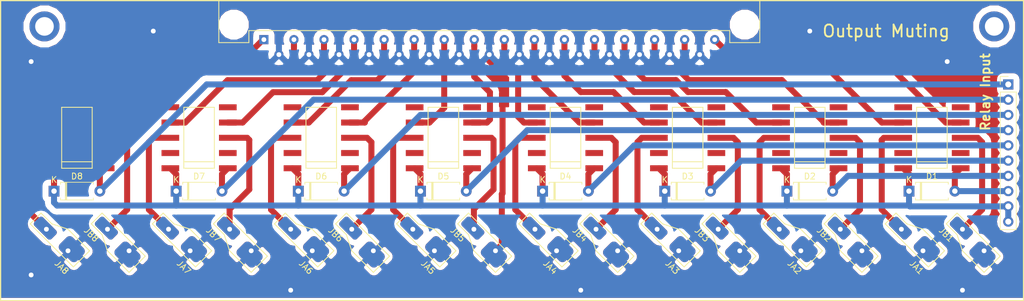
<source format=kicad_pcb>
(kicad_pcb (version 20171130) (host pcbnew 5.0.2-bee76a0~70~ubuntu16.04.1)

  (general
    (thickness 1.6)
    (drawings 6)
    (tracks 301)
    (zones 0)
    (modules 34)
    (nets 43)
  )

  (page A4)
  (layers
    (0 F.Cu signal)
    (31 B.Cu signal)
    (32 B.Adhes user)
    (33 F.Adhes user)
    (34 B.Paste user)
    (35 F.Paste user)
    (36 B.SilkS user)
    (37 F.SilkS user)
    (38 B.Mask user)
    (39 F.Mask user)
    (40 Dwgs.User user)
    (41 Cmts.User user)
    (42 Eco1.User user)
    (43 Eco2.User user)
    (44 Edge.Cuts user)
    (45 Margin user)
    (46 B.CrtYd user)
    (47 F.CrtYd user)
    (48 B.Fab user)
    (49 F.Fab user hide)
  )

  (setup
    (last_trace_width 1)
    (trace_clearance 0.5)
    (zone_clearance 1)
    (zone_45_only no)
    (trace_min 0.2)
    (segment_width 0.2)
    (edge_width 0.15)
    (via_size 0.8)
    (via_drill 0.4)
    (via_min_size 0.4)
    (via_min_drill 0.3)
    (uvia_size 0.3)
    (uvia_drill 0.1)
    (uvias_allowed no)
    (uvia_min_size 0.2)
    (uvia_min_drill 0.1)
    (pcb_text_width 0.3)
    (pcb_text_size 1.5 1.5)
    (mod_edge_width 0.15)
    (mod_text_size 1 1)
    (mod_text_width 0.15)
    (pad_size 1.524 1.524)
    (pad_drill 0.762)
    (pad_to_mask_clearance 0.051)
    (solder_mask_min_width 0.25)
    (aux_axis_origin 0 0)
    (visible_elements FFFFFF7F)
    (pcbplotparams
      (layerselection 0x010fc_ffffffff)
      (usegerberextensions false)
      (usegerberattributes false)
      (usegerberadvancedattributes false)
      (creategerberjobfile false)
      (excludeedgelayer true)
      (linewidth 0.100000)
      (plotframeref false)
      (viasonmask false)
      (mode 1)
      (useauxorigin false)
      (hpglpennumber 1)
      (hpglpenspeed 20)
      (hpglpendiameter 15.000000)
      (psnegative false)
      (psa4output false)
      (plotreference true)
      (plotvalue true)
      (plotinvisibletext false)
      (padsonsilk false)
      (subtractmaskfromsilk false)
      (outputformat 1)
      (mirror false)
      (drillshape 1)
      (scaleselection 1)
      (outputdirectory ""))
  )

  (net 0 "")
  (net 1 /relay/Relais1)
  (net 2 +9V)
  (net 3 /relay/Relais5)
  (net 4 /relay/Relais2)
  (net 5 /relay/Relais6)
  (net 6 /relay/Relais3)
  (net 7 /relay/Relais7)
  (net 8 /relay/Relais4)
  (net 9 /relay/Relais8)
  (net 10 GNDA)
  (net 11 /relay/R1A_NO)
  (net 12 /relay/R2B_NO)
  (net 13 /relay/R2A_NO)
  (net 14 /relay/R3B_NO)
  (net 15 /relay/R3A_NO)
  (net 16 /relay/R4B_NO)
  (net 17 /relay/R4A_NO)
  (net 18 /relay/R5B_NO)
  (net 19 /relay/R5A_NO)
  (net 20 /relay/R6B_NO)
  (net 21 /relay/R6A_NO)
  (net 22 /relay/R7B_NO)
  (net 23 /relay/R7A_NO)
  (net 24 /relay/R8B_NO)
  (net 25 /relay/R8A_NO)
  (net 26 "/output pads/1L")
  (net 27 "/output pads/2L")
  (net 28 "/output pads/3L")
  (net 29 "/output pads/4L")
  (net 30 "/output pads/5L")
  (net 31 "/output pads/6L")
  (net 32 "/output pads/7L")
  (net 33 "/output pads/8L")
  (net 34 "/output pads/1R")
  (net 35 "/output pads/2R")
  (net 36 "/output pads/3R")
  (net 37 "/output pads/4R")
  (net 38 "/output pads/5R")
  (net 39 "/output pads/6R")
  (net 40 "/output pads/7R")
  (net 41 "/output pads/8R")
  (net 42 /relay/R1B_NO)

  (net_class Default "This is the default net class."
    (clearance 0.5)
    (trace_width 1)
    (via_dia 0.8)
    (via_drill 0.4)
    (uvia_dia 0.3)
    (uvia_drill 0.1)
    (add_net +9V)
    (add_net "/output pads/1L")
    (add_net "/output pads/1R")
    (add_net "/output pads/2L")
    (add_net "/output pads/2R")
    (add_net "/output pads/3L")
    (add_net "/output pads/3R")
    (add_net "/output pads/4L")
    (add_net "/output pads/4R")
    (add_net "/output pads/5L")
    (add_net "/output pads/5R")
    (add_net "/output pads/6L")
    (add_net "/output pads/6R")
    (add_net "/output pads/7L")
    (add_net "/output pads/7R")
    (add_net "/output pads/8L")
    (add_net "/output pads/8R")
    (add_net /relay/R1A_NO)
    (add_net /relay/R1B_NO)
    (add_net /relay/R2A_NO)
    (add_net /relay/R2B_NO)
    (add_net /relay/R3A_NO)
    (add_net /relay/R3B_NO)
    (add_net /relay/R4A_NO)
    (add_net /relay/R4B_NO)
    (add_net /relay/R5A_NO)
    (add_net /relay/R5B_NO)
    (add_net /relay/R6A_NO)
    (add_net /relay/R6B_NO)
    (add_net /relay/R7A_NO)
    (add_net /relay/R7B_NO)
    (add_net /relay/R8A_NO)
    (add_net /relay/R8B_NO)
    (add_net /relay/Relais1)
    (add_net /relay/Relais2)
    (add_net /relay/Relais3)
    (add_net /relay/Relais4)
    (add_net /relay/Relais5)
    (add_net /relay/Relais6)
    (add_net /relay/Relais7)
    (add_net /relay/Relais8)
    (add_net GNDA)
  )

  (module Diode_THT:D_A-405_P7.62mm_Horizontal (layer F.Cu) (tedit 5AE50CD5) (tstamp 5CE3D31C)
    (at 163.83 44.45)
    (descr "Diode, A-405 series, Axial, Horizontal, pin pitch=7.62mm, , length*diameter=5.2*2.7mm^2, , http://www.diodes.com/_files/packages/A-405.pdf")
    (tags "Diode A-405 series Axial Horizontal pin pitch 7.62mm  length 5.2mm diameter 2.7mm")
    (path /5CE3EA9A/5CD2E7CE)
    (fp_text reference D1 (at 3.81 -2.47) (layer F.SilkS)
      (effects (font (size 1 1) (thickness 0.15)))
    )
    (fp_text value D (at 3.81 2.47) (layer F.Fab)
      (effects (font (size 1 1) (thickness 0.15)))
    )
    (fp_text user K (at 0 -1.9) (layer F.SilkS)
      (effects (font (size 1 1) (thickness 0.15)))
    )
    (fp_text user K (at 0 -1.9) (layer F.Fab)
      (effects (font (size 1 1) (thickness 0.15)))
    )
    (fp_text user %R (at 4.2 0) (layer F.Fab)
      (effects (font (size 1 1) (thickness 0.15)))
    )
    (fp_line (start 8.77 -1.6) (end -1.15 -1.6) (layer F.CrtYd) (width 0.05))
    (fp_line (start 8.77 1.6) (end 8.77 -1.6) (layer F.CrtYd) (width 0.05))
    (fp_line (start -1.15 1.6) (end 8.77 1.6) (layer F.CrtYd) (width 0.05))
    (fp_line (start -1.15 -1.6) (end -1.15 1.6) (layer F.CrtYd) (width 0.05))
    (fp_line (start 1.87 -1.47) (end 1.87 1.47) (layer F.SilkS) (width 0.12))
    (fp_line (start 2.11 -1.47) (end 2.11 1.47) (layer F.SilkS) (width 0.12))
    (fp_line (start 1.99 -1.47) (end 1.99 1.47) (layer F.SilkS) (width 0.12))
    (fp_line (start 6.53 1.47) (end 6.53 1.14) (layer F.SilkS) (width 0.12))
    (fp_line (start 1.09 1.47) (end 6.53 1.47) (layer F.SilkS) (width 0.12))
    (fp_line (start 1.09 1.14) (end 1.09 1.47) (layer F.SilkS) (width 0.12))
    (fp_line (start 6.53 -1.47) (end 6.53 -1.14) (layer F.SilkS) (width 0.12))
    (fp_line (start 1.09 -1.47) (end 6.53 -1.47) (layer F.SilkS) (width 0.12))
    (fp_line (start 1.09 -1.14) (end 1.09 -1.47) (layer F.SilkS) (width 0.12))
    (fp_line (start 1.89 -1.35) (end 1.89 1.35) (layer F.Fab) (width 0.1))
    (fp_line (start 2.09 -1.35) (end 2.09 1.35) (layer F.Fab) (width 0.1))
    (fp_line (start 1.99 -1.35) (end 1.99 1.35) (layer F.Fab) (width 0.1))
    (fp_line (start 7.62 0) (end 6.41 0) (layer F.Fab) (width 0.1))
    (fp_line (start 0 0) (end 1.21 0) (layer F.Fab) (width 0.1))
    (fp_line (start 6.41 -1.35) (end 1.21 -1.35) (layer F.Fab) (width 0.1))
    (fp_line (start 6.41 1.35) (end 6.41 -1.35) (layer F.Fab) (width 0.1))
    (fp_line (start 1.21 1.35) (end 6.41 1.35) (layer F.Fab) (width 0.1))
    (fp_line (start 1.21 -1.35) (end 1.21 1.35) (layer F.Fab) (width 0.1))
    (pad 2 thru_hole oval (at 7.62 0) (size 1.8 1.8) (drill 0.9) (layers *.Cu *.Mask)
      (net 1 /relay/Relais1))
    (pad 1 thru_hole rect (at 0 0) (size 1.8 1.8) (drill 0.9) (layers *.Cu *.Mask)
      (net 2 +9V))
    (model ${KISYS3DMOD}/Diode_THT.3dshapes/D_A-405_P7.62mm_Horizontal.wrl
      (at (xyz 0 0 0))
      (scale (xyz 1 1 1))
      (rotate (xyz 0 0 0))
    )
  )

  (module Diode_THT:D_A-405_P7.62mm_Horizontal (layer F.Cu) (tedit 5AE50CD5) (tstamp 5CE3D33B)
    (at 143.51 44.45)
    (descr "Diode, A-405 series, Axial, Horizontal, pin pitch=7.62mm, , length*diameter=5.2*2.7mm^2, , http://www.diodes.com/_files/packages/A-405.pdf")
    (tags "Diode A-405 series Axial Horizontal pin pitch 7.62mm  length 5.2mm diameter 2.7mm")
    (path /5CE3EA9A/5CD3037D)
    (fp_text reference D2 (at 3.81 -2.47) (layer F.SilkS)
      (effects (font (size 1 1) (thickness 0.15)))
    )
    (fp_text value D (at 3.81 2.47) (layer F.Fab)
      (effects (font (size 1 1) (thickness 0.15)))
    )
    (fp_line (start 1.21 -1.35) (end 1.21 1.35) (layer F.Fab) (width 0.1))
    (fp_line (start 1.21 1.35) (end 6.41 1.35) (layer F.Fab) (width 0.1))
    (fp_line (start 6.41 1.35) (end 6.41 -1.35) (layer F.Fab) (width 0.1))
    (fp_line (start 6.41 -1.35) (end 1.21 -1.35) (layer F.Fab) (width 0.1))
    (fp_line (start 0 0) (end 1.21 0) (layer F.Fab) (width 0.1))
    (fp_line (start 7.62 0) (end 6.41 0) (layer F.Fab) (width 0.1))
    (fp_line (start 1.99 -1.35) (end 1.99 1.35) (layer F.Fab) (width 0.1))
    (fp_line (start 2.09 -1.35) (end 2.09 1.35) (layer F.Fab) (width 0.1))
    (fp_line (start 1.89 -1.35) (end 1.89 1.35) (layer F.Fab) (width 0.1))
    (fp_line (start 1.09 -1.14) (end 1.09 -1.47) (layer F.SilkS) (width 0.12))
    (fp_line (start 1.09 -1.47) (end 6.53 -1.47) (layer F.SilkS) (width 0.12))
    (fp_line (start 6.53 -1.47) (end 6.53 -1.14) (layer F.SilkS) (width 0.12))
    (fp_line (start 1.09 1.14) (end 1.09 1.47) (layer F.SilkS) (width 0.12))
    (fp_line (start 1.09 1.47) (end 6.53 1.47) (layer F.SilkS) (width 0.12))
    (fp_line (start 6.53 1.47) (end 6.53 1.14) (layer F.SilkS) (width 0.12))
    (fp_line (start 1.99 -1.47) (end 1.99 1.47) (layer F.SilkS) (width 0.12))
    (fp_line (start 2.11 -1.47) (end 2.11 1.47) (layer F.SilkS) (width 0.12))
    (fp_line (start 1.87 -1.47) (end 1.87 1.47) (layer F.SilkS) (width 0.12))
    (fp_line (start -1.15 -1.6) (end -1.15 1.6) (layer F.CrtYd) (width 0.05))
    (fp_line (start -1.15 1.6) (end 8.77 1.6) (layer F.CrtYd) (width 0.05))
    (fp_line (start 8.77 1.6) (end 8.77 -1.6) (layer F.CrtYd) (width 0.05))
    (fp_line (start 8.77 -1.6) (end -1.15 -1.6) (layer F.CrtYd) (width 0.05))
    (fp_text user %R (at 4.2 0) (layer F.Fab)
      (effects (font (size 1 1) (thickness 0.15)))
    )
    (fp_text user K (at 0 -1.9) (layer F.Fab)
      (effects (font (size 1 1) (thickness 0.15)))
    )
    (fp_text user K (at 0 -1.9) (layer F.SilkS)
      (effects (font (size 1 1) (thickness 0.15)))
    )
    (pad 1 thru_hole rect (at 0 0) (size 1.8 1.8) (drill 0.9) (layers *.Cu *.Mask)
      (net 2 +9V))
    (pad 2 thru_hole oval (at 7.62 0) (size 1.8 1.8) (drill 0.9) (layers *.Cu *.Mask)
      (net 4 /relay/Relais2))
    (model ${KISYS3DMOD}/Diode_THT.3dshapes/D_A-405_P7.62mm_Horizontal.wrl
      (at (xyz 0 0 0))
      (scale (xyz 1 1 1))
      (rotate (xyz 0 0 0))
    )
  )

  (module Diode_THT:D_A-405_P7.62mm_Horizontal (layer F.Cu) (tedit 5AE50CD5) (tstamp 5CE3D35A)
    (at 123.19 44.45)
    (descr "Diode, A-405 series, Axial, Horizontal, pin pitch=7.62mm, , length*diameter=5.2*2.7mm^2, , http://www.diodes.com/_files/packages/A-405.pdf")
    (tags "Diode A-405 series Axial Horizontal pin pitch 7.62mm  length 5.2mm diameter 2.7mm")
    (path /5CE3EA9A/5CD316ED)
    (fp_text reference D3 (at 3.81 -2.47) (layer F.SilkS)
      (effects (font (size 1 1) (thickness 0.15)))
    )
    (fp_text value D (at 3.81 2.47) (layer F.Fab)
      (effects (font (size 1 1) (thickness 0.15)))
    )
    (fp_text user K (at 0 -1.9) (layer F.SilkS)
      (effects (font (size 1 1) (thickness 0.15)))
    )
    (fp_text user K (at 0 -1.9) (layer F.Fab)
      (effects (font (size 1 1) (thickness 0.15)))
    )
    (fp_text user %R (at 4.2 0) (layer F.Fab)
      (effects (font (size 1 1) (thickness 0.15)))
    )
    (fp_line (start 8.77 -1.6) (end -1.15 -1.6) (layer F.CrtYd) (width 0.05))
    (fp_line (start 8.77 1.6) (end 8.77 -1.6) (layer F.CrtYd) (width 0.05))
    (fp_line (start -1.15 1.6) (end 8.77 1.6) (layer F.CrtYd) (width 0.05))
    (fp_line (start -1.15 -1.6) (end -1.15 1.6) (layer F.CrtYd) (width 0.05))
    (fp_line (start 1.87 -1.47) (end 1.87 1.47) (layer F.SilkS) (width 0.12))
    (fp_line (start 2.11 -1.47) (end 2.11 1.47) (layer F.SilkS) (width 0.12))
    (fp_line (start 1.99 -1.47) (end 1.99 1.47) (layer F.SilkS) (width 0.12))
    (fp_line (start 6.53 1.47) (end 6.53 1.14) (layer F.SilkS) (width 0.12))
    (fp_line (start 1.09 1.47) (end 6.53 1.47) (layer F.SilkS) (width 0.12))
    (fp_line (start 1.09 1.14) (end 1.09 1.47) (layer F.SilkS) (width 0.12))
    (fp_line (start 6.53 -1.47) (end 6.53 -1.14) (layer F.SilkS) (width 0.12))
    (fp_line (start 1.09 -1.47) (end 6.53 -1.47) (layer F.SilkS) (width 0.12))
    (fp_line (start 1.09 -1.14) (end 1.09 -1.47) (layer F.SilkS) (width 0.12))
    (fp_line (start 1.89 -1.35) (end 1.89 1.35) (layer F.Fab) (width 0.1))
    (fp_line (start 2.09 -1.35) (end 2.09 1.35) (layer F.Fab) (width 0.1))
    (fp_line (start 1.99 -1.35) (end 1.99 1.35) (layer F.Fab) (width 0.1))
    (fp_line (start 7.62 0) (end 6.41 0) (layer F.Fab) (width 0.1))
    (fp_line (start 0 0) (end 1.21 0) (layer F.Fab) (width 0.1))
    (fp_line (start 6.41 -1.35) (end 1.21 -1.35) (layer F.Fab) (width 0.1))
    (fp_line (start 6.41 1.35) (end 6.41 -1.35) (layer F.Fab) (width 0.1))
    (fp_line (start 1.21 1.35) (end 6.41 1.35) (layer F.Fab) (width 0.1))
    (fp_line (start 1.21 -1.35) (end 1.21 1.35) (layer F.Fab) (width 0.1))
    (pad 2 thru_hole oval (at 7.62 0) (size 1.8 1.8) (drill 0.9) (layers *.Cu *.Mask)
      (net 6 /relay/Relais3))
    (pad 1 thru_hole rect (at 0 0) (size 1.8 1.8) (drill 0.9) (layers *.Cu *.Mask)
      (net 2 +9V))
    (model ${KISYS3DMOD}/Diode_THT.3dshapes/D_A-405_P7.62mm_Horizontal.wrl
      (at (xyz 0 0 0))
      (scale (xyz 1 1 1))
      (rotate (xyz 0 0 0))
    )
  )

  (module Diode_THT:D_A-405_P7.62mm_Horizontal (layer F.Cu) (tedit 5AE50CD5) (tstamp 5CE3D379)
    (at 102.87 44.45)
    (descr "Diode, A-405 series, Axial, Horizontal, pin pitch=7.62mm, , length*diameter=5.2*2.7mm^2, , http://www.diodes.com/_files/packages/A-405.pdf")
    (tags "Diode A-405 series Axial Horizontal pin pitch 7.62mm  length 5.2mm diameter 2.7mm")
    (path /5CE3EA9A/5CD3173F)
    (fp_text reference D4 (at 3.81 -2.47) (layer F.SilkS)
      (effects (font (size 1 1) (thickness 0.15)))
    )
    (fp_text value D (at 3.81 2.47) (layer F.Fab)
      (effects (font (size 1 1) (thickness 0.15)))
    )
    (fp_line (start 1.21 -1.35) (end 1.21 1.35) (layer F.Fab) (width 0.1))
    (fp_line (start 1.21 1.35) (end 6.41 1.35) (layer F.Fab) (width 0.1))
    (fp_line (start 6.41 1.35) (end 6.41 -1.35) (layer F.Fab) (width 0.1))
    (fp_line (start 6.41 -1.35) (end 1.21 -1.35) (layer F.Fab) (width 0.1))
    (fp_line (start 0 0) (end 1.21 0) (layer F.Fab) (width 0.1))
    (fp_line (start 7.62 0) (end 6.41 0) (layer F.Fab) (width 0.1))
    (fp_line (start 1.99 -1.35) (end 1.99 1.35) (layer F.Fab) (width 0.1))
    (fp_line (start 2.09 -1.35) (end 2.09 1.35) (layer F.Fab) (width 0.1))
    (fp_line (start 1.89 -1.35) (end 1.89 1.35) (layer F.Fab) (width 0.1))
    (fp_line (start 1.09 -1.14) (end 1.09 -1.47) (layer F.SilkS) (width 0.12))
    (fp_line (start 1.09 -1.47) (end 6.53 -1.47) (layer F.SilkS) (width 0.12))
    (fp_line (start 6.53 -1.47) (end 6.53 -1.14) (layer F.SilkS) (width 0.12))
    (fp_line (start 1.09 1.14) (end 1.09 1.47) (layer F.SilkS) (width 0.12))
    (fp_line (start 1.09 1.47) (end 6.53 1.47) (layer F.SilkS) (width 0.12))
    (fp_line (start 6.53 1.47) (end 6.53 1.14) (layer F.SilkS) (width 0.12))
    (fp_line (start 1.99 -1.47) (end 1.99 1.47) (layer F.SilkS) (width 0.12))
    (fp_line (start 2.11 -1.47) (end 2.11 1.47) (layer F.SilkS) (width 0.12))
    (fp_line (start 1.87 -1.47) (end 1.87 1.47) (layer F.SilkS) (width 0.12))
    (fp_line (start -1.15 -1.6) (end -1.15 1.6) (layer F.CrtYd) (width 0.05))
    (fp_line (start -1.15 1.6) (end 8.77 1.6) (layer F.CrtYd) (width 0.05))
    (fp_line (start 8.77 1.6) (end 8.77 -1.6) (layer F.CrtYd) (width 0.05))
    (fp_line (start 8.77 -1.6) (end -1.15 -1.6) (layer F.CrtYd) (width 0.05))
    (fp_text user %R (at 4.2 0) (layer F.Fab)
      (effects (font (size 1 1) (thickness 0.15)))
    )
    (fp_text user K (at 0 -1.9) (layer F.Fab)
      (effects (font (size 1 1) (thickness 0.15)))
    )
    (fp_text user K (at 0 -1.9) (layer F.SilkS)
      (effects (font (size 1 1) (thickness 0.15)))
    )
    (pad 1 thru_hole rect (at 0 0) (size 1.8 1.8) (drill 0.9) (layers *.Cu *.Mask)
      (net 2 +9V))
    (pad 2 thru_hole oval (at 7.62 0) (size 1.8 1.8) (drill 0.9) (layers *.Cu *.Mask)
      (net 8 /relay/Relais4))
    (model ${KISYS3DMOD}/Diode_THT.3dshapes/D_A-405_P7.62mm_Horizontal.wrl
      (at (xyz 0 0 0))
      (scale (xyz 1 1 1))
      (rotate (xyz 0 0 0))
    )
  )

  (module Diode_THT:D_A-405_P7.62mm_Horizontal (layer F.Cu) (tedit 5AE50CD5) (tstamp 5CE3D398)
    (at 82.55 44.45)
    (descr "Diode, A-405 series, Axial, Horizontal, pin pitch=7.62mm, , length*diameter=5.2*2.7mm^2, , http://www.diodes.com/_files/packages/A-405.pdf")
    (tags "Diode A-405 series Axial Horizontal pin pitch 7.62mm  length 5.2mm diameter 2.7mm")
    (path /5CE3EA9A/5CD2FCE5)
    (fp_text reference D5 (at 3.81 -2.47) (layer F.SilkS)
      (effects (font (size 1 1) (thickness 0.15)))
    )
    (fp_text value D (at 3.81 2.47) (layer F.Fab)
      (effects (font (size 1 1) (thickness 0.15)))
    )
    (fp_text user K (at 0 -1.9) (layer F.SilkS)
      (effects (font (size 1 1) (thickness 0.15)))
    )
    (fp_text user K (at 0 -1.9) (layer F.Fab)
      (effects (font (size 1 1) (thickness 0.15)))
    )
    (fp_text user %R (at 4.2 0) (layer F.Fab)
      (effects (font (size 1 1) (thickness 0.15)))
    )
    (fp_line (start 8.77 -1.6) (end -1.15 -1.6) (layer F.CrtYd) (width 0.05))
    (fp_line (start 8.77 1.6) (end 8.77 -1.6) (layer F.CrtYd) (width 0.05))
    (fp_line (start -1.15 1.6) (end 8.77 1.6) (layer F.CrtYd) (width 0.05))
    (fp_line (start -1.15 -1.6) (end -1.15 1.6) (layer F.CrtYd) (width 0.05))
    (fp_line (start 1.87 -1.47) (end 1.87 1.47) (layer F.SilkS) (width 0.12))
    (fp_line (start 2.11 -1.47) (end 2.11 1.47) (layer F.SilkS) (width 0.12))
    (fp_line (start 1.99 -1.47) (end 1.99 1.47) (layer F.SilkS) (width 0.12))
    (fp_line (start 6.53 1.47) (end 6.53 1.14) (layer F.SilkS) (width 0.12))
    (fp_line (start 1.09 1.47) (end 6.53 1.47) (layer F.SilkS) (width 0.12))
    (fp_line (start 1.09 1.14) (end 1.09 1.47) (layer F.SilkS) (width 0.12))
    (fp_line (start 6.53 -1.47) (end 6.53 -1.14) (layer F.SilkS) (width 0.12))
    (fp_line (start 1.09 -1.47) (end 6.53 -1.47) (layer F.SilkS) (width 0.12))
    (fp_line (start 1.09 -1.14) (end 1.09 -1.47) (layer F.SilkS) (width 0.12))
    (fp_line (start 1.89 -1.35) (end 1.89 1.35) (layer F.Fab) (width 0.1))
    (fp_line (start 2.09 -1.35) (end 2.09 1.35) (layer F.Fab) (width 0.1))
    (fp_line (start 1.99 -1.35) (end 1.99 1.35) (layer F.Fab) (width 0.1))
    (fp_line (start 7.62 0) (end 6.41 0) (layer F.Fab) (width 0.1))
    (fp_line (start 0 0) (end 1.21 0) (layer F.Fab) (width 0.1))
    (fp_line (start 6.41 -1.35) (end 1.21 -1.35) (layer F.Fab) (width 0.1))
    (fp_line (start 6.41 1.35) (end 6.41 -1.35) (layer F.Fab) (width 0.1))
    (fp_line (start 1.21 1.35) (end 6.41 1.35) (layer F.Fab) (width 0.1))
    (fp_line (start 1.21 -1.35) (end 1.21 1.35) (layer F.Fab) (width 0.1))
    (pad 2 thru_hole oval (at 7.62 0) (size 1.8 1.8) (drill 0.9) (layers *.Cu *.Mask)
      (net 3 /relay/Relais5))
    (pad 1 thru_hole rect (at 0 0) (size 1.8 1.8) (drill 0.9) (layers *.Cu *.Mask)
      (net 2 +9V))
    (model ${KISYS3DMOD}/Diode_THT.3dshapes/D_A-405_P7.62mm_Horizontal.wrl
      (at (xyz 0 0 0))
      (scale (xyz 1 1 1))
      (rotate (xyz 0 0 0))
    )
  )

  (module Diode_THT:D_A-405_P7.62mm_Horizontal (layer F.Cu) (tedit 5AE50CD5) (tstamp 5CE3D3B7)
    (at 62.23 44.45)
    (descr "Diode, A-405 series, Axial, Horizontal, pin pitch=7.62mm, , length*diameter=5.2*2.7mm^2, , http://www.diodes.com/_files/packages/A-405.pdf")
    (tags "Diode A-405 series Axial Horizontal pin pitch 7.62mm  length 5.2mm diameter 2.7mm")
    (path /5CE3EA9A/5CD303A6)
    (fp_text reference D6 (at 3.81 -2.47) (layer F.SilkS)
      (effects (font (size 1 1) (thickness 0.15)))
    )
    (fp_text value D (at 3.81 2.47) (layer F.Fab)
      (effects (font (size 1 1) (thickness 0.15)))
    )
    (fp_line (start 1.21 -1.35) (end 1.21 1.35) (layer F.Fab) (width 0.1))
    (fp_line (start 1.21 1.35) (end 6.41 1.35) (layer F.Fab) (width 0.1))
    (fp_line (start 6.41 1.35) (end 6.41 -1.35) (layer F.Fab) (width 0.1))
    (fp_line (start 6.41 -1.35) (end 1.21 -1.35) (layer F.Fab) (width 0.1))
    (fp_line (start 0 0) (end 1.21 0) (layer F.Fab) (width 0.1))
    (fp_line (start 7.62 0) (end 6.41 0) (layer F.Fab) (width 0.1))
    (fp_line (start 1.99 -1.35) (end 1.99 1.35) (layer F.Fab) (width 0.1))
    (fp_line (start 2.09 -1.35) (end 2.09 1.35) (layer F.Fab) (width 0.1))
    (fp_line (start 1.89 -1.35) (end 1.89 1.35) (layer F.Fab) (width 0.1))
    (fp_line (start 1.09 -1.14) (end 1.09 -1.47) (layer F.SilkS) (width 0.12))
    (fp_line (start 1.09 -1.47) (end 6.53 -1.47) (layer F.SilkS) (width 0.12))
    (fp_line (start 6.53 -1.47) (end 6.53 -1.14) (layer F.SilkS) (width 0.12))
    (fp_line (start 1.09 1.14) (end 1.09 1.47) (layer F.SilkS) (width 0.12))
    (fp_line (start 1.09 1.47) (end 6.53 1.47) (layer F.SilkS) (width 0.12))
    (fp_line (start 6.53 1.47) (end 6.53 1.14) (layer F.SilkS) (width 0.12))
    (fp_line (start 1.99 -1.47) (end 1.99 1.47) (layer F.SilkS) (width 0.12))
    (fp_line (start 2.11 -1.47) (end 2.11 1.47) (layer F.SilkS) (width 0.12))
    (fp_line (start 1.87 -1.47) (end 1.87 1.47) (layer F.SilkS) (width 0.12))
    (fp_line (start -1.15 -1.6) (end -1.15 1.6) (layer F.CrtYd) (width 0.05))
    (fp_line (start -1.15 1.6) (end 8.77 1.6) (layer F.CrtYd) (width 0.05))
    (fp_line (start 8.77 1.6) (end 8.77 -1.6) (layer F.CrtYd) (width 0.05))
    (fp_line (start 8.77 -1.6) (end -1.15 -1.6) (layer F.CrtYd) (width 0.05))
    (fp_text user %R (at 4.2 0) (layer F.Fab)
      (effects (font (size 1 1) (thickness 0.15)))
    )
    (fp_text user K (at 0 -1.9) (layer F.Fab)
      (effects (font (size 1 1) (thickness 0.15)))
    )
    (fp_text user K (at 0 -1.9) (layer F.SilkS)
      (effects (font (size 1 1) (thickness 0.15)))
    )
    (pad 1 thru_hole rect (at 0 0) (size 1.8 1.8) (drill 0.9) (layers *.Cu *.Mask)
      (net 2 +9V))
    (pad 2 thru_hole oval (at 7.62 0) (size 1.8 1.8) (drill 0.9) (layers *.Cu *.Mask)
      (net 5 /relay/Relais6))
    (model ${KISYS3DMOD}/Diode_THT.3dshapes/D_A-405_P7.62mm_Horizontal.wrl
      (at (xyz 0 0 0))
      (scale (xyz 1 1 1))
      (rotate (xyz 0 0 0))
    )
  )

  (module Diode_THT:D_A-405_P7.62mm_Horizontal (layer F.Cu) (tedit 5AE50CD5) (tstamp 5CE3D3D6)
    (at 41.91 44.45)
    (descr "Diode, A-405 series, Axial, Horizontal, pin pitch=7.62mm, , length*diameter=5.2*2.7mm^2, , http://www.diodes.com/_files/packages/A-405.pdf")
    (tags "Diode A-405 series Axial Horizontal pin pitch 7.62mm  length 5.2mm diameter 2.7mm")
    (path /5CE3EA9A/5CD31716)
    (fp_text reference D7 (at 3.81 -2.47) (layer F.SilkS)
      (effects (font (size 1 1) (thickness 0.15)))
    )
    (fp_text value D (at 3.81 2.47) (layer F.Fab)
      (effects (font (size 1 1) (thickness 0.15)))
    )
    (fp_text user K (at 0 -1.9) (layer F.SilkS)
      (effects (font (size 1 1) (thickness 0.15)))
    )
    (fp_text user K (at 0 -1.9) (layer F.Fab)
      (effects (font (size 1 1) (thickness 0.15)))
    )
    (fp_text user %R (at 4.2 0) (layer F.Fab)
      (effects (font (size 1 1) (thickness 0.15)))
    )
    (fp_line (start 8.77 -1.6) (end -1.15 -1.6) (layer F.CrtYd) (width 0.05))
    (fp_line (start 8.77 1.6) (end 8.77 -1.6) (layer F.CrtYd) (width 0.05))
    (fp_line (start -1.15 1.6) (end 8.77 1.6) (layer F.CrtYd) (width 0.05))
    (fp_line (start -1.15 -1.6) (end -1.15 1.6) (layer F.CrtYd) (width 0.05))
    (fp_line (start 1.87 -1.47) (end 1.87 1.47) (layer F.SilkS) (width 0.12))
    (fp_line (start 2.11 -1.47) (end 2.11 1.47) (layer F.SilkS) (width 0.12))
    (fp_line (start 1.99 -1.47) (end 1.99 1.47) (layer F.SilkS) (width 0.12))
    (fp_line (start 6.53 1.47) (end 6.53 1.14) (layer F.SilkS) (width 0.12))
    (fp_line (start 1.09 1.47) (end 6.53 1.47) (layer F.SilkS) (width 0.12))
    (fp_line (start 1.09 1.14) (end 1.09 1.47) (layer F.SilkS) (width 0.12))
    (fp_line (start 6.53 -1.47) (end 6.53 -1.14) (layer F.SilkS) (width 0.12))
    (fp_line (start 1.09 -1.47) (end 6.53 -1.47) (layer F.SilkS) (width 0.12))
    (fp_line (start 1.09 -1.14) (end 1.09 -1.47) (layer F.SilkS) (width 0.12))
    (fp_line (start 1.89 -1.35) (end 1.89 1.35) (layer F.Fab) (width 0.1))
    (fp_line (start 2.09 -1.35) (end 2.09 1.35) (layer F.Fab) (width 0.1))
    (fp_line (start 1.99 -1.35) (end 1.99 1.35) (layer F.Fab) (width 0.1))
    (fp_line (start 7.62 0) (end 6.41 0) (layer F.Fab) (width 0.1))
    (fp_line (start 0 0) (end 1.21 0) (layer F.Fab) (width 0.1))
    (fp_line (start 6.41 -1.35) (end 1.21 -1.35) (layer F.Fab) (width 0.1))
    (fp_line (start 6.41 1.35) (end 6.41 -1.35) (layer F.Fab) (width 0.1))
    (fp_line (start 1.21 1.35) (end 6.41 1.35) (layer F.Fab) (width 0.1))
    (fp_line (start 1.21 -1.35) (end 1.21 1.35) (layer F.Fab) (width 0.1))
    (pad 2 thru_hole oval (at 7.62 0) (size 1.8 1.8) (drill 0.9) (layers *.Cu *.Mask)
      (net 7 /relay/Relais7))
    (pad 1 thru_hole rect (at 0 0) (size 1.8 1.8) (drill 0.9) (layers *.Cu *.Mask)
      (net 2 +9V))
    (model ${KISYS3DMOD}/Diode_THT.3dshapes/D_A-405_P7.62mm_Horizontal.wrl
      (at (xyz 0 0 0))
      (scale (xyz 1 1 1))
      (rotate (xyz 0 0 0))
    )
  )

  (module Diode_THT:D_A-405_P7.62mm_Horizontal (layer F.Cu) (tedit 5AE50CD5) (tstamp 5CE3D3F5)
    (at 21.59 44.45)
    (descr "Diode, A-405 series, Axial, Horizontal, pin pitch=7.62mm, , length*diameter=5.2*2.7mm^2, , http://www.diodes.com/_files/packages/A-405.pdf")
    (tags "Diode A-405 series Axial Horizontal pin pitch 7.62mm  length 5.2mm diameter 2.7mm")
    (path /5CE3EA9A/5CD31768)
    (fp_text reference D8 (at 3.81 -2.47) (layer F.SilkS)
      (effects (font (size 1 1) (thickness 0.15)))
    )
    (fp_text value D (at 3.81 2.47) (layer F.Fab)
      (effects (font (size 1 1) (thickness 0.15)))
    )
    (fp_line (start 1.21 -1.35) (end 1.21 1.35) (layer F.Fab) (width 0.1))
    (fp_line (start 1.21 1.35) (end 6.41 1.35) (layer F.Fab) (width 0.1))
    (fp_line (start 6.41 1.35) (end 6.41 -1.35) (layer F.Fab) (width 0.1))
    (fp_line (start 6.41 -1.35) (end 1.21 -1.35) (layer F.Fab) (width 0.1))
    (fp_line (start 0 0) (end 1.21 0) (layer F.Fab) (width 0.1))
    (fp_line (start 7.62 0) (end 6.41 0) (layer F.Fab) (width 0.1))
    (fp_line (start 1.99 -1.35) (end 1.99 1.35) (layer F.Fab) (width 0.1))
    (fp_line (start 2.09 -1.35) (end 2.09 1.35) (layer F.Fab) (width 0.1))
    (fp_line (start 1.89 -1.35) (end 1.89 1.35) (layer F.Fab) (width 0.1))
    (fp_line (start 1.09 -1.14) (end 1.09 -1.47) (layer F.SilkS) (width 0.12))
    (fp_line (start 1.09 -1.47) (end 6.53 -1.47) (layer F.SilkS) (width 0.12))
    (fp_line (start 6.53 -1.47) (end 6.53 -1.14) (layer F.SilkS) (width 0.12))
    (fp_line (start 1.09 1.14) (end 1.09 1.47) (layer F.SilkS) (width 0.12))
    (fp_line (start 1.09 1.47) (end 6.53 1.47) (layer F.SilkS) (width 0.12))
    (fp_line (start 6.53 1.47) (end 6.53 1.14) (layer F.SilkS) (width 0.12))
    (fp_line (start 1.99 -1.47) (end 1.99 1.47) (layer F.SilkS) (width 0.12))
    (fp_line (start 2.11 -1.47) (end 2.11 1.47) (layer F.SilkS) (width 0.12))
    (fp_line (start 1.87 -1.47) (end 1.87 1.47) (layer F.SilkS) (width 0.12))
    (fp_line (start -1.15 -1.6) (end -1.15 1.6) (layer F.CrtYd) (width 0.05))
    (fp_line (start -1.15 1.6) (end 8.77 1.6) (layer F.CrtYd) (width 0.05))
    (fp_line (start 8.77 1.6) (end 8.77 -1.6) (layer F.CrtYd) (width 0.05))
    (fp_line (start 8.77 -1.6) (end -1.15 -1.6) (layer F.CrtYd) (width 0.05))
    (fp_text user %R (at 4.2 0) (layer F.Fab)
      (effects (font (size 1 1) (thickness 0.15)))
    )
    (fp_text user K (at 0 -1.9) (layer F.Fab)
      (effects (font (size 1 1) (thickness 0.15)))
    )
    (fp_text user K (at 0 -1.9) (layer F.SilkS)
      (effects (font (size 1 1) (thickness 0.15)))
    )
    (pad 1 thru_hole rect (at 0 0) (size 1.8 1.8) (drill 0.9) (layers *.Cu *.Mask)
      (net 2 +9V))
    (pad 2 thru_hole oval (at 7.62 0) (size 1.8 1.8) (drill 0.9) (layers *.Cu *.Mask)
      (net 9 /relay/Relais8))
    (model ${KISYS3DMOD}/Diode_THT.3dshapes/D_A-405_P7.62mm_Horizontal.wrl
      (at (xyz 0 0 0))
      (scale (xyz 1 1 1))
      (rotate (xyz 0 0 0))
    )
  )

  (module footprints:Schroff_69001-908_Male (layer F.Cu) (tedit 5CE3E1B3) (tstamp 5CE44983)
    (at 94 21.7)
    (path /5CE3C8CF)
    (fp_text reference J2 (at 0 -11) (layer F.SilkS) hide
      (effects (font (size 1 1) (thickness 0.15)))
    )
    (fp_text value Conn_02x16_Odd_Even (at 1 -7) (layer F.Fab)
      (effects (font (size 1 1) (thickness 0.15)))
    )
    (fp_line (start -45 -9) (end 45 -9) (layer F.SilkS) (width 0.15))
    (fp_line (start -45 -2) (end -45 -9) (layer F.SilkS) (width 0.15))
    (fp_line (start -40 -2) (end -45 -2) (layer F.SilkS) (width 0.15))
    (fp_line (start -40 -4) (end -40 -2) (layer F.SilkS) (width 0.15))
    (fp_line (start 40 -4) (end -40 -4) (layer F.SilkS) (width 0.15))
    (fp_line (start 40 -2) (end 40 -4) (layer F.SilkS) (width 0.15))
    (fp_line (start 45 -2) (end 40 -2) (layer F.SilkS) (width 0.15))
    (fp_line (start 45 -9) (end 45 -2) (layer F.SilkS) (width 0.15))
    (pad "" np_thru_hole circle (at 42.5 -5) (size 3 3) (drill 3) (layers *.Cu *.Mask))
    (pad "" np_thru_hole circle (at -42.5 -5) (size 3 3) (drill 3) (layers *.Cu *.Mask))
    (pad 31 thru_hole circle (at 37.5 -2.5) (size 1.524 1.524) (drill 0.8) (layers *.Cu *.Mask)
      (net 42 /relay/R1B_NO))
    (pad 30 thru_hole circle (at 35 0) (size 1.524 1.524) (drill 0.8) (layers *.Cu *.Mask)
      (net 10 GNDA))
    (pad 29 thru_hole circle (at 32.5 -2.5) (size 1.524 1.524) (drill 0.8) (layers *.Cu *.Mask)
      (net 11 /relay/R1A_NO))
    (pad 28 thru_hole circle (at 30 0) (size 1.524 1.524) (drill 0.8) (layers *.Cu *.Mask)
      (net 10 GNDA))
    (pad 27 thru_hole circle (at 27.5 -2.5) (size 1.524 1.524) (drill 0.8) (layers *.Cu *.Mask)
      (net 12 /relay/R2B_NO))
    (pad 26 thru_hole circle (at 25 0) (size 1.524 1.524) (drill 0.8) (layers *.Cu *.Mask)
      (net 10 GNDA))
    (pad 25 thru_hole circle (at 22.5 -2.5) (size 1.524 1.524) (drill 0.8) (layers *.Cu *.Mask)
      (net 13 /relay/R2A_NO))
    (pad 24 thru_hole circle (at 20 0) (size 1.524 1.524) (drill 0.8) (layers *.Cu *.Mask)
      (net 10 GNDA))
    (pad 23 thru_hole circle (at 17.5 -2.5) (size 1.524 1.524) (drill 0.8) (layers *.Cu *.Mask)
      (net 14 /relay/R3B_NO))
    (pad 22 thru_hole circle (at 15 0) (size 1.524 1.524) (drill 0.8) (layers *.Cu *.Mask)
      (net 10 GNDA))
    (pad 21 thru_hole circle (at 12.5 -2.5) (size 1.524 1.524) (drill 0.8) (layers *.Cu *.Mask)
      (net 15 /relay/R3A_NO))
    (pad 20 thru_hole circle (at 10 0) (size 1.524 1.524) (drill 0.8) (layers *.Cu *.Mask)
      (net 10 GNDA))
    (pad 19 thru_hole circle (at 7.5 -2.5) (size 1.524 1.524) (drill 0.8) (layers *.Cu *.Mask)
      (net 16 /relay/R4B_NO))
    (pad 18 thru_hole circle (at 5 0) (size 1.524 1.524) (drill 0.8) (layers *.Cu *.Mask)
      (net 10 GNDA))
    (pad 17 thru_hole circle (at 2.5 -2.5) (size 1.524 1.524) (drill 0.8) (layers *.Cu *.Mask)
      (net 17 /relay/R4A_NO))
    (pad 16 thru_hole circle (at 0 0) (size 1.524 1.524) (drill 0.8) (layers *.Cu *.Mask)
      (net 10 GNDA))
    (pad 15 thru_hole circle (at -2.5 -2.5) (size 1.524 1.524) (drill 0.8) (layers *.Cu *.Mask)
      (net 18 /relay/R5B_NO))
    (pad 14 thru_hole circle (at -5 0) (size 1.524 1.524) (drill 0.8) (layers *.Cu *.Mask)
      (net 10 GNDA))
    (pad 13 thru_hole circle (at -7.5 -2.5) (size 1.524 1.524) (drill 0.8) (layers *.Cu *.Mask)
      (net 19 /relay/R5A_NO))
    (pad 12 thru_hole circle (at -10 0) (size 1.524 1.524) (drill 0.8) (layers *.Cu *.Mask)
      (net 10 GNDA))
    (pad 11 thru_hole circle (at -12.5 -2.5) (size 1.524 1.524) (drill 0.8) (layers *.Cu *.Mask)
      (net 20 /relay/R6B_NO))
    (pad 10 thru_hole circle (at -15 0) (size 1.524 1.524) (drill 0.8) (layers *.Cu *.Mask)
      (net 10 GNDA))
    (pad 9 thru_hole circle (at -17.5 -2.5) (size 1.524 1.524) (drill 0.8) (layers *.Cu *.Mask)
      (net 21 /relay/R6A_NO))
    (pad 8 thru_hole circle (at -20 0) (size 1.524 1.524) (drill 0.8) (layers *.Cu *.Mask)
      (net 10 GNDA))
    (pad 7 thru_hole circle (at -22.5 -2.5) (size 1.524 1.524) (drill 0.8) (layers *.Cu *.Mask)
      (net 22 /relay/R7B_NO))
    (pad 6 thru_hole circle (at -25 0) (size 1.524 1.524) (drill 0.8) (layers *.Cu *.Mask)
      (net 10 GNDA))
    (pad 5 thru_hole circle (at -27.5 -2.5) (size 1.524 1.524) (drill 0.8) (layers *.Cu *.Mask)
      (net 23 /relay/R7A_NO))
    (pad 4 thru_hole circle (at -30 0) (size 1.524 1.524) (drill 0.8) (layers *.Cu *.Mask)
      (net 10 GNDA))
    (pad 3 thru_hole circle (at -32.5 -2.5) (size 1.524 1.524) (drill 0.8) (layers *.Cu *.Mask)
      (net 24 /relay/R8B_NO))
    (pad 2 thru_hole circle (at -35 0) (size 1.524 1.524) (drill 0.8) (layers *.Cu *.Mask)
      (net 10 GNDA))
    (pad 1 thru_hole rect (at -37.5 -2.5) (size 1.524 1.524) (drill 0.8) (layers *.Cu *.Mask)
      (net 25 /relay/R8A_NO))
  )

  (module footprints:NEC-EB2-12NU (layer F.Cu) (tedit 5CE3DE32) (tstamp 5CE3F0EA)
    (at 167.64 35.56 90)
    (path /5CE3EA9A/5CD2D6AA)
    (fp_text reference U1 (at 10.16 0 90) (layer F.SilkS) hide
      (effects (font (size 1 1) (thickness 0.15)))
    )
    (fp_text value NEC-EB2-12NU (at 0 0 90) (layer F.Fab)
      (effects (font (size 1 1) (thickness 0.15)))
    )
    (fp_line (start -7.15 -4.65) (end 7.15 -4.65) (layer F.Fab) (width 0.15))
    (fp_line (start 7.15 -4.65) (end 7.15 4.65) (layer F.Fab) (width 0.15))
    (fp_line (start 7.15 4.65) (end -7.15 4.65) (layer F.Fab) (width 0.15))
    (fp_line (start -7.15 4.65) (end -7.15 -4.65) (layer F.Fab) (width 0.15))
    (fp_line (start -6 -4.65) (end -6 4.65) (layer F.Fab) (width 0.15))
    (fp_line (start -5.08 -2.54) (end 5.08 -2.54) (layer F.SilkS) (width 0.15))
    (fp_line (start 5.08 -2.54) (end 5.08 2.54) (layer F.SilkS) (width 0.15))
    (fp_line (start 5.08 2.54) (end -5.08 2.54) (layer F.SilkS) (width 0.15))
    (fp_line (start -5.08 2.54) (end -5.08 -2.54) (layer F.SilkS) (width 0.15))
    (fp_line (start -4 -2.54) (end -4 2.54) (layer F.SilkS) (width 0.15))
    (pad 1 smd rect (at -5.08 -4.78 90) (size 1 2.94) (layers F.Cu F.Paste F.Mask)
      (net 2 +9V))
    (pad 2 smd rect (at -2.54 -4.78 90) (size 1 2.94) (layers F.Cu F.Paste F.Mask))
    (pad 3 smd rect (at 0 -4.78 90) (size 1 2.94) (layers F.Cu F.Paste F.Mask)
      (net 34 "/output pads/1R"))
    (pad 4 smd rect (at 2.54 -4.78 90) (size 1 2.94) (layers F.Cu F.Paste F.Mask)
      (net 11 /relay/R1A_NO))
    (pad 5 smd rect (at 5.08 -4.78 90) (size 1 2.94) (layers F.Cu F.Paste F.Mask))
    (pad 6 smd rect (at 5.08 4.78 90) (size 1 2.94) (layers F.Cu F.Paste F.Mask))
    (pad 7 smd rect (at 2.54 4.78 90) (size 1 2.94) (layers F.Cu F.Paste F.Mask)
      (net 42 /relay/R1B_NO))
    (pad 8 smd rect (at 0 4.78 90) (size 1 2.94) (layers F.Cu F.Paste F.Mask)
      (net 26 "/output pads/1L"))
    (pad 9 smd rect (at -2.54 4.78 90) (size 1 2.94) (layers F.Cu F.Paste F.Mask))
    (pad 10 smd rect (at -5.08 4.78 90) (size 1 2.94) (layers F.Cu F.Paste F.Mask)
      (net 1 /relay/Relais1))
  )

  (module footprints:NEC-EB2-12NU (layer F.Cu) (tedit 5CE3DE24) (tstamp 5CE3D52F)
    (at 86.36 35.56 90)
    (path /5CE3EA9A/5CD2FCCA)
    (fp_text reference U2 (at 10.16 0 90) (layer F.SilkS) hide
      (effects (font (size 1 1) (thickness 0.15)))
    )
    (fp_text value NEC-EB2-12NU (at 0 0 90) (layer F.Fab)
      (effects (font (size 1 1) (thickness 0.15)))
    )
    (fp_line (start -4 -2.54) (end -4 2.54) (layer F.SilkS) (width 0.15))
    (fp_line (start -5.08 2.54) (end -5.08 -2.54) (layer F.SilkS) (width 0.15))
    (fp_line (start 5.08 2.54) (end -5.08 2.54) (layer F.SilkS) (width 0.15))
    (fp_line (start 5.08 -2.54) (end 5.08 2.54) (layer F.SilkS) (width 0.15))
    (fp_line (start -5.08 -2.54) (end 5.08 -2.54) (layer F.SilkS) (width 0.15))
    (fp_line (start -6 -4.65) (end -6 4.65) (layer F.Fab) (width 0.15))
    (fp_line (start -7.15 4.65) (end -7.15 -4.65) (layer F.Fab) (width 0.15))
    (fp_line (start 7.15 4.65) (end -7.15 4.65) (layer F.Fab) (width 0.15))
    (fp_line (start 7.15 -4.65) (end 7.15 4.65) (layer F.Fab) (width 0.15))
    (fp_line (start -7.15 -4.65) (end 7.15 -4.65) (layer F.Fab) (width 0.15))
    (pad 10 smd rect (at -5.08 4.78 90) (size 1 2.94) (layers F.Cu F.Paste F.Mask)
      (net 3 /relay/Relais5))
    (pad 9 smd rect (at -2.54 4.78 90) (size 1 2.94) (layers F.Cu F.Paste F.Mask))
    (pad 8 smd rect (at 0 4.78 90) (size 1 2.94) (layers F.Cu F.Paste F.Mask)
      (net 30 "/output pads/5L"))
    (pad 7 smd rect (at 2.54 4.78 90) (size 1 2.94) (layers F.Cu F.Paste F.Mask)
      (net 18 /relay/R5B_NO))
    (pad 6 smd rect (at 5.08 4.78 90) (size 1 2.94) (layers F.Cu F.Paste F.Mask))
    (pad 5 smd rect (at 5.08 -4.78 90) (size 1 2.94) (layers F.Cu F.Paste F.Mask))
    (pad 4 smd rect (at 2.54 -4.78 90) (size 1 2.94) (layers F.Cu F.Paste F.Mask)
      (net 19 /relay/R5A_NO))
    (pad 3 smd rect (at 0 -4.78 90) (size 1 2.94) (layers F.Cu F.Paste F.Mask)
      (net 38 "/output pads/5R"))
    (pad 2 smd rect (at -2.54 -4.78 90) (size 1 2.94) (layers F.Cu F.Paste F.Mask))
    (pad 1 smd rect (at -5.08 -4.78 90) (size 1 2.94) (layers F.Cu F.Paste F.Mask)
      (net 2 +9V))
  )

  (module footprints:NEC-EB2-12NU (layer F.Cu) (tedit 5CE3DE2E) (tstamp 5CE3D547)
    (at 147.32 35.56 90)
    (path /5CE3EA9A/5CD30362)
    (fp_text reference U3 (at 10.16 0 90) (layer F.SilkS) hide
      (effects (font (size 1 1) (thickness 0.15)))
    )
    (fp_text value NEC-EB2-12NU (at 0 0 90) (layer F.Fab)
      (effects (font (size 1 1) (thickness 0.15)))
    )
    (fp_line (start -7.15 -4.65) (end 7.15 -4.65) (layer F.Fab) (width 0.15))
    (fp_line (start 7.15 -4.65) (end 7.15 4.65) (layer F.Fab) (width 0.15))
    (fp_line (start 7.15 4.65) (end -7.15 4.65) (layer F.Fab) (width 0.15))
    (fp_line (start -7.15 4.65) (end -7.15 -4.65) (layer F.Fab) (width 0.15))
    (fp_line (start -6 -4.65) (end -6 4.65) (layer F.Fab) (width 0.15))
    (fp_line (start -5.08 -2.54) (end 5.08 -2.54) (layer F.SilkS) (width 0.15))
    (fp_line (start 5.08 -2.54) (end 5.08 2.54) (layer F.SilkS) (width 0.15))
    (fp_line (start 5.08 2.54) (end -5.08 2.54) (layer F.SilkS) (width 0.15))
    (fp_line (start -5.08 2.54) (end -5.08 -2.54) (layer F.SilkS) (width 0.15))
    (fp_line (start -4 -2.54) (end -4 2.54) (layer F.SilkS) (width 0.15))
    (pad 1 smd rect (at -5.08 -4.78 90) (size 1 2.94) (layers F.Cu F.Paste F.Mask)
      (net 2 +9V))
    (pad 2 smd rect (at -2.54 -4.78 90) (size 1 2.94) (layers F.Cu F.Paste F.Mask))
    (pad 3 smd rect (at 0 -4.78 90) (size 1 2.94) (layers F.Cu F.Paste F.Mask)
      (net 35 "/output pads/2R"))
    (pad 4 smd rect (at 2.54 -4.78 90) (size 1 2.94) (layers F.Cu F.Paste F.Mask)
      (net 13 /relay/R2A_NO))
    (pad 5 smd rect (at 5.08 -4.78 90) (size 1 2.94) (layers F.Cu F.Paste F.Mask))
    (pad 6 smd rect (at 5.08 4.78 90) (size 1 2.94) (layers F.Cu F.Paste F.Mask))
    (pad 7 smd rect (at 2.54 4.78 90) (size 1 2.94) (layers F.Cu F.Paste F.Mask)
      (net 12 /relay/R2B_NO))
    (pad 8 smd rect (at 0 4.78 90) (size 1 2.94) (layers F.Cu F.Paste F.Mask)
      (net 27 "/output pads/2L"))
    (pad 9 smd rect (at -2.54 4.78 90) (size 1 2.94) (layers F.Cu F.Paste F.Mask))
    (pad 10 smd rect (at -5.08 4.78 90) (size 1 2.94) (layers F.Cu F.Paste F.Mask)
      (net 4 /relay/Relais2))
  )

  (module footprints:NEC-EB2-12NU (layer F.Cu) (tedit 5CE3DE22) (tstamp 5CE3D55F)
    (at 66.04 35.56 90)
    (path /5CE3EA9A/5CD3038B)
    (fp_text reference U4 (at 10.16 0 90) (layer F.SilkS) hide
      (effects (font (size 1 1) (thickness 0.15)))
    )
    (fp_text value NEC-EB2-12NU (at 0 0 90) (layer F.Fab)
      (effects (font (size 1 1) (thickness 0.15)))
    )
    (fp_line (start -4 -2.54) (end -4 2.54) (layer F.SilkS) (width 0.15))
    (fp_line (start -5.08 2.54) (end -5.08 -2.54) (layer F.SilkS) (width 0.15))
    (fp_line (start 5.08 2.54) (end -5.08 2.54) (layer F.SilkS) (width 0.15))
    (fp_line (start 5.08 -2.54) (end 5.08 2.54) (layer F.SilkS) (width 0.15))
    (fp_line (start -5.08 -2.54) (end 5.08 -2.54) (layer F.SilkS) (width 0.15))
    (fp_line (start -6 -4.65) (end -6 4.65) (layer F.Fab) (width 0.15))
    (fp_line (start -7.15 4.65) (end -7.15 -4.65) (layer F.Fab) (width 0.15))
    (fp_line (start 7.15 4.65) (end -7.15 4.65) (layer F.Fab) (width 0.15))
    (fp_line (start 7.15 -4.65) (end 7.15 4.65) (layer F.Fab) (width 0.15))
    (fp_line (start -7.15 -4.65) (end 7.15 -4.65) (layer F.Fab) (width 0.15))
    (pad 10 smd rect (at -5.08 4.78 90) (size 1 2.94) (layers F.Cu F.Paste F.Mask)
      (net 5 /relay/Relais6))
    (pad 9 smd rect (at -2.54 4.78 90) (size 1 2.94) (layers F.Cu F.Paste F.Mask))
    (pad 8 smd rect (at 0 4.78 90) (size 1 2.94) (layers F.Cu F.Paste F.Mask)
      (net 31 "/output pads/6L"))
    (pad 7 smd rect (at 2.54 4.78 90) (size 1 2.94) (layers F.Cu F.Paste F.Mask)
      (net 20 /relay/R6B_NO))
    (pad 6 smd rect (at 5.08 4.78 90) (size 1 2.94) (layers F.Cu F.Paste F.Mask))
    (pad 5 smd rect (at 5.08 -4.78 90) (size 1 2.94) (layers F.Cu F.Paste F.Mask))
    (pad 4 smd rect (at 2.54 -4.78 90) (size 1 2.94) (layers F.Cu F.Paste F.Mask)
      (net 21 /relay/R6A_NO))
    (pad 3 smd rect (at 0 -4.78 90) (size 1 2.94) (layers F.Cu F.Paste F.Mask)
      (net 39 "/output pads/6R"))
    (pad 2 smd rect (at -2.54 -4.78 90) (size 1 2.94) (layers F.Cu F.Paste F.Mask))
    (pad 1 smd rect (at -5.08 -4.78 90) (size 1 2.94) (layers F.Cu F.Paste F.Mask)
      (net 2 +9V))
  )

  (module footprints:NEC-EB2-12NU (layer F.Cu) (tedit 5CE3DE2B) (tstamp 5CE3D577)
    (at 127 35.56 90)
    (path /5CE3EA9A/5CD316D2)
    (fp_text reference U5 (at 10.16 0 90) (layer F.SilkS) hide
      (effects (font (size 1 1) (thickness 0.15)))
    )
    (fp_text value NEC-EB2-12NU (at 0 0 90) (layer F.Fab)
      (effects (font (size 1 1) (thickness 0.15)))
    )
    (fp_line (start -7.15 -4.65) (end 7.15 -4.65) (layer F.Fab) (width 0.15))
    (fp_line (start 7.15 -4.65) (end 7.15 4.65) (layer F.Fab) (width 0.15))
    (fp_line (start 7.15 4.65) (end -7.15 4.65) (layer F.Fab) (width 0.15))
    (fp_line (start -7.15 4.65) (end -7.15 -4.65) (layer F.Fab) (width 0.15))
    (fp_line (start -6 -4.65) (end -6 4.65) (layer F.Fab) (width 0.15))
    (fp_line (start -5.08 -2.54) (end 5.08 -2.54) (layer F.SilkS) (width 0.15))
    (fp_line (start 5.08 -2.54) (end 5.08 2.54) (layer F.SilkS) (width 0.15))
    (fp_line (start 5.08 2.54) (end -5.08 2.54) (layer F.SilkS) (width 0.15))
    (fp_line (start -5.08 2.54) (end -5.08 -2.54) (layer F.SilkS) (width 0.15))
    (fp_line (start -4 -2.54) (end -4 2.54) (layer F.SilkS) (width 0.15))
    (pad 1 smd rect (at -5.08 -4.78 90) (size 1 2.94) (layers F.Cu F.Paste F.Mask)
      (net 2 +9V))
    (pad 2 smd rect (at -2.54 -4.78 90) (size 1 2.94) (layers F.Cu F.Paste F.Mask))
    (pad 3 smd rect (at 0 -4.78 90) (size 1 2.94) (layers F.Cu F.Paste F.Mask)
      (net 36 "/output pads/3R"))
    (pad 4 smd rect (at 2.54 -4.78 90) (size 1 2.94) (layers F.Cu F.Paste F.Mask)
      (net 15 /relay/R3A_NO))
    (pad 5 smd rect (at 5.08 -4.78 90) (size 1 2.94) (layers F.Cu F.Paste F.Mask))
    (pad 6 smd rect (at 5.08 4.78 90) (size 1 2.94) (layers F.Cu F.Paste F.Mask))
    (pad 7 smd rect (at 2.54 4.78 90) (size 1 2.94) (layers F.Cu F.Paste F.Mask)
      (net 14 /relay/R3B_NO))
    (pad 8 smd rect (at 0 4.78 90) (size 1 2.94) (layers F.Cu F.Paste F.Mask)
      (net 28 "/output pads/3L"))
    (pad 9 smd rect (at -2.54 4.78 90) (size 1 2.94) (layers F.Cu F.Paste F.Mask))
    (pad 10 smd rect (at -5.08 4.78 90) (size 1 2.94) (layers F.Cu F.Paste F.Mask)
      (net 6 /relay/Relais3))
  )

  (module footprints:NEC-EB2-12NU (layer F.Cu) (tedit 5CE3DE1E) (tstamp 5CE3D58F)
    (at 45.72 35.56 90)
    (path /5CE3EA9A/5CD316FB)
    (fp_text reference U6 (at 10.16 0 90) (layer F.SilkS) hide
      (effects (font (size 1 1) (thickness 0.15)))
    )
    (fp_text value NEC-EB2-12NU (at 0 0 90) (layer F.Fab)
      (effects (font (size 1 1) (thickness 0.15)))
    )
    (fp_line (start -7.15 -4.65) (end 7.15 -4.65) (layer F.Fab) (width 0.15))
    (fp_line (start 7.15 -4.65) (end 7.15 4.65) (layer F.Fab) (width 0.15))
    (fp_line (start 7.15 4.65) (end -7.15 4.65) (layer F.Fab) (width 0.15))
    (fp_line (start -7.15 4.65) (end -7.15 -4.65) (layer F.Fab) (width 0.15))
    (fp_line (start -6 -4.65) (end -6 4.65) (layer F.Fab) (width 0.15))
    (fp_line (start -5.08 -2.54) (end 5.08 -2.54) (layer F.SilkS) (width 0.15))
    (fp_line (start 5.08 -2.54) (end 5.08 2.54) (layer F.SilkS) (width 0.15))
    (fp_line (start 5.08 2.54) (end -5.08 2.54) (layer F.SilkS) (width 0.15))
    (fp_line (start -5.08 2.54) (end -5.08 -2.54) (layer F.SilkS) (width 0.15))
    (fp_line (start -4 -2.54) (end -4 2.54) (layer F.SilkS) (width 0.15))
    (pad 1 smd rect (at -5.08 -4.78 90) (size 1 2.94) (layers F.Cu F.Paste F.Mask)
      (net 2 +9V))
    (pad 2 smd rect (at -2.54 -4.78 90) (size 1 2.94) (layers F.Cu F.Paste F.Mask))
    (pad 3 smd rect (at 0 -4.78 90) (size 1 2.94) (layers F.Cu F.Paste F.Mask)
      (net 40 "/output pads/7R"))
    (pad 4 smd rect (at 2.54 -4.78 90) (size 1 2.94) (layers F.Cu F.Paste F.Mask)
      (net 23 /relay/R7A_NO))
    (pad 5 smd rect (at 5.08 -4.78 90) (size 1 2.94) (layers F.Cu F.Paste F.Mask))
    (pad 6 smd rect (at 5.08 4.78 90) (size 1 2.94) (layers F.Cu F.Paste F.Mask))
    (pad 7 smd rect (at 2.54 4.78 90) (size 1 2.94) (layers F.Cu F.Paste F.Mask)
      (net 22 /relay/R7B_NO))
    (pad 8 smd rect (at 0 4.78 90) (size 1 2.94) (layers F.Cu F.Paste F.Mask)
      (net 32 "/output pads/7L"))
    (pad 9 smd rect (at -2.54 4.78 90) (size 1 2.94) (layers F.Cu F.Paste F.Mask))
    (pad 10 smd rect (at -5.08 4.78 90) (size 1 2.94) (layers F.Cu F.Paste F.Mask)
      (net 7 /relay/Relais7))
  )

  (module footprints:NEC-EB2-12NU (layer F.Cu) (tedit 5CE3DE28) (tstamp 5CE3D5A7)
    (at 106.68 35.56 90)
    (path /5CE3EA9A/5CD31724)
    (fp_text reference U7 (at 10.16 0 90) (layer F.SilkS) hide
      (effects (font (size 1 1) (thickness 0.15)))
    )
    (fp_text value NEC-EB2-12NU (at 0 0 90) (layer F.Fab)
      (effects (font (size 1 1) (thickness 0.15)))
    )
    (fp_line (start -4 -2.54) (end -4 2.54) (layer F.SilkS) (width 0.15))
    (fp_line (start -5.08 2.54) (end -5.08 -2.54) (layer F.SilkS) (width 0.15))
    (fp_line (start 5.08 2.54) (end -5.08 2.54) (layer F.SilkS) (width 0.15))
    (fp_line (start 5.08 -2.54) (end 5.08 2.54) (layer F.SilkS) (width 0.15))
    (fp_line (start -5.08 -2.54) (end 5.08 -2.54) (layer F.SilkS) (width 0.15))
    (fp_line (start -6 -4.65) (end -6 4.65) (layer F.Fab) (width 0.15))
    (fp_line (start -7.15 4.65) (end -7.15 -4.65) (layer F.Fab) (width 0.15))
    (fp_line (start 7.15 4.65) (end -7.15 4.65) (layer F.Fab) (width 0.15))
    (fp_line (start 7.15 -4.65) (end 7.15 4.65) (layer F.Fab) (width 0.15))
    (fp_line (start -7.15 -4.65) (end 7.15 -4.65) (layer F.Fab) (width 0.15))
    (pad 10 smd rect (at -5.08 4.78 90) (size 1 2.94) (layers F.Cu F.Paste F.Mask)
      (net 8 /relay/Relais4))
    (pad 9 smd rect (at -2.54 4.78 90) (size 1 2.94) (layers F.Cu F.Paste F.Mask))
    (pad 8 smd rect (at 0 4.78 90) (size 1 2.94) (layers F.Cu F.Paste F.Mask)
      (net 29 "/output pads/4L"))
    (pad 7 smd rect (at 2.54 4.78 90) (size 1 2.94) (layers F.Cu F.Paste F.Mask)
      (net 16 /relay/R4B_NO))
    (pad 6 smd rect (at 5.08 4.78 90) (size 1 2.94) (layers F.Cu F.Paste F.Mask))
    (pad 5 smd rect (at 5.08 -4.78 90) (size 1 2.94) (layers F.Cu F.Paste F.Mask))
    (pad 4 smd rect (at 2.54 -4.78 90) (size 1 2.94) (layers F.Cu F.Paste F.Mask)
      (net 17 /relay/R4A_NO))
    (pad 3 smd rect (at 0 -4.78 90) (size 1 2.94) (layers F.Cu F.Paste F.Mask)
      (net 37 "/output pads/4R"))
    (pad 2 smd rect (at -2.54 -4.78 90) (size 1 2.94) (layers F.Cu F.Paste F.Mask))
    (pad 1 smd rect (at -5.08 -4.78 90) (size 1 2.94) (layers F.Cu F.Paste F.Mask)
      (net 2 +9V))
  )

  (module footprints:NEC-EB2-12NU (layer F.Cu) (tedit 5CE3DE1A) (tstamp 5CE3EF5E)
    (at 25.4 35.56 90)
    (path /5CE3EA9A/5CD3174D)
    (fp_text reference U8 (at 10.16 0 90) (layer F.SilkS) hide
      (effects (font (size 1 1) (thickness 0.15)))
    )
    (fp_text value NEC-EB2-12NU (at 0 0 90) (layer F.Fab)
      (effects (font (size 1 1) (thickness 0.15)))
    )
    (fp_line (start -4 -2.54) (end -4 2.54) (layer F.SilkS) (width 0.15))
    (fp_line (start -5.08 2.54) (end -5.08 -2.54) (layer F.SilkS) (width 0.15))
    (fp_line (start 5.08 2.54) (end -5.08 2.54) (layer F.SilkS) (width 0.15))
    (fp_line (start 5.08 -2.54) (end 5.08 2.54) (layer F.SilkS) (width 0.15))
    (fp_line (start -5.08 -2.54) (end 5.08 -2.54) (layer F.SilkS) (width 0.15))
    (fp_line (start -6 -4.65) (end -6 4.65) (layer F.Fab) (width 0.15))
    (fp_line (start -7.15 4.65) (end -7.15 -4.65) (layer F.Fab) (width 0.15))
    (fp_line (start 7.15 4.65) (end -7.15 4.65) (layer F.Fab) (width 0.15))
    (fp_line (start 7.15 -4.65) (end 7.15 4.65) (layer F.Fab) (width 0.15))
    (fp_line (start -7.15 -4.65) (end 7.15 -4.65) (layer F.Fab) (width 0.15))
    (pad 10 smd rect (at -5.08 4.78 90) (size 1 2.94) (layers F.Cu F.Paste F.Mask)
      (net 9 /relay/Relais8))
    (pad 9 smd rect (at -2.54 4.78 90) (size 1 2.94) (layers F.Cu F.Paste F.Mask))
    (pad 8 smd rect (at 0 4.78 90) (size 1 2.94) (layers F.Cu F.Paste F.Mask)
      (net 33 "/output pads/8L"))
    (pad 7 smd rect (at 2.54 4.78 90) (size 1 2.94) (layers F.Cu F.Paste F.Mask)
      (net 24 /relay/R8B_NO))
    (pad 6 smd rect (at 5.08 4.78 90) (size 1 2.94) (layers F.Cu F.Paste F.Mask))
    (pad 5 smd rect (at 5.08 -4.78 90) (size 1 2.94) (layers F.Cu F.Paste F.Mask))
    (pad 4 smd rect (at 2.54 -4.78 90) (size 1 2.94) (layers F.Cu F.Paste F.Mask)
      (net 25 /relay/R8A_NO))
    (pad 3 smd rect (at 0 -4.78 90) (size 1 2.94) (layers F.Cu F.Paste F.Mask)
      (net 41 "/output pads/8R"))
    (pad 2 smd rect (at -2.54 -4.78 90) (size 1 2.94) (layers F.Cu F.Paste F.Mask))
    (pad 1 smd rect (at -5.08 -4.78 90) (size 1 2.94) (layers F.Cu F.Paste F.Mask)
      (net 2 +9V))
  )

  (module footprints:coax_solder_pad_flipped (layer F.Cu) (tedit 5CD00DB1) (tstamp 5CE4385A)
    (at 166.152102 54.392102 135)
    (path /5CE52E53/5CE531B5)
    (fp_text reference JA1 (at -1.20618 -2.694077 135) (layer F.SilkS)
      (effects (font (size 1 1) (thickness 0.15)))
    )
    (fp_text value Conn_01x02 (at 3.57 -3.57 135) (layer F.Fab)
      (effects (font (size 1 1) (thickness 0.15)))
    )
    (fp_line (start -2.54 2.54) (end 2.54 2.54) (layer F.SilkS) (width 0.15))
    (fp_line (start 2.54 2.54) (end 5.08 1.27) (layer F.SilkS) (width 0.15))
    (fp_line (start 5.08 1.27) (end 7.62 1.27) (layer F.SilkS) (width 0.15))
    (fp_line (start 7.62 1.27) (end 7.62 -1.27) (layer F.SilkS) (width 0.15))
    (fp_line (start 7.62 -1.27) (end -2.54 -1.27) (layer F.SilkS) (width 0.15))
    (fp_line (start -2.54 -1.27) (end -2.54 2.54) (layer F.SilkS) (width 0.15))
    (pad 1 thru_hole roundrect (at 0 0 315) (size 4 3) (drill 0.8 (offset 0.254 -0.635)) (layers *.Cu *.Mask) (roundrect_rratio 0.25)
      (net 10 GNDA))
    (pad 2 thru_hole roundrect (at 5.079999 0 315) (size 4 2) (drill 0.8 (offset -0.254 0)) (layers *.Cu *.Mask) (roundrect_rratio 0.25)
      (net 34 "/output pads/1R"))
  )

  (module footprints:coax_solder_pad_flipped (layer F.Cu) (tedit 5CD00DB1) (tstamp 5CE43866)
    (at 145.832102 54.392102 135)
    (path /5CE52E53/5CE533CA)
    (fp_text reference JA2 (at -1.20618 -2.694077 135) (layer F.SilkS)
      (effects (font (size 1 1) (thickness 0.15)))
    )
    (fp_text value Conn_01x02 (at 3.57 -3.57 135) (layer F.Fab)
      (effects (font (size 1 1) (thickness 0.15)))
    )
    (fp_line (start -2.54 -1.27) (end -2.54 2.54) (layer F.SilkS) (width 0.15))
    (fp_line (start 7.62 -1.27) (end -2.54 -1.27) (layer F.SilkS) (width 0.15))
    (fp_line (start 7.62 1.27) (end 7.62 -1.27) (layer F.SilkS) (width 0.15))
    (fp_line (start 5.08 1.27) (end 7.62 1.27) (layer F.SilkS) (width 0.15))
    (fp_line (start 2.54 2.54) (end 5.08 1.27) (layer F.SilkS) (width 0.15))
    (fp_line (start -2.54 2.54) (end 2.54 2.54) (layer F.SilkS) (width 0.15))
    (pad 2 thru_hole roundrect (at 5.079999 0 315) (size 4 2) (drill 0.8 (offset -0.254 0)) (layers *.Cu *.Mask) (roundrect_rratio 0.25)
      (net 35 "/output pads/2R"))
    (pad 1 thru_hole roundrect (at 0 0 315) (size 4 3) (drill 0.8 (offset 0.254 -0.635)) (layers *.Cu *.Mask) (roundrect_rratio 0.25)
      (net 10 GNDA))
  )

  (module footprints:coax_solder_pad_flipped (layer F.Cu) (tedit 5CD00DB1) (tstamp 5CE43872)
    (at 125.512102 54.392102 135)
    (path /5CE52E53/5CE546EA)
    (fp_text reference JA3 (at -1.20618 -2.694077 135) (layer F.SilkS)
      (effects (font (size 1 1) (thickness 0.15)))
    )
    (fp_text value Conn_01x02 (at 3.57 -3.57 135) (layer F.Fab)
      (effects (font (size 1 1) (thickness 0.15)))
    )
    (fp_line (start -2.54 2.54) (end 2.54 2.54) (layer F.SilkS) (width 0.15))
    (fp_line (start 2.54 2.54) (end 5.08 1.27) (layer F.SilkS) (width 0.15))
    (fp_line (start 5.08 1.27) (end 7.62 1.27) (layer F.SilkS) (width 0.15))
    (fp_line (start 7.62 1.27) (end 7.62 -1.27) (layer F.SilkS) (width 0.15))
    (fp_line (start 7.62 -1.27) (end -2.54 -1.27) (layer F.SilkS) (width 0.15))
    (fp_line (start -2.54 -1.27) (end -2.54 2.54) (layer F.SilkS) (width 0.15))
    (pad 1 thru_hole roundrect (at 0 0 315) (size 4 3) (drill 0.8 (offset 0.254 -0.635)) (layers *.Cu *.Mask) (roundrect_rratio 0.25)
      (net 10 GNDA))
    (pad 2 thru_hole roundrect (at 5.079999 0 315) (size 4 2) (drill 0.8 (offset -0.254 0)) (layers *.Cu *.Mask) (roundrect_rratio 0.25)
      (net 36 "/output pads/3R"))
  )

  (module footprints:coax_solder_pad_flipped (layer F.Cu) (tedit 5CD00DB1) (tstamp 5CE4387E)
    (at 105.192102 54.392102 135)
    (path /5CE52E53/5CE54708)
    (fp_text reference JA4 (at -1.20618 -2.694077 135) (layer F.SilkS)
      (effects (font (size 1 1) (thickness 0.15)))
    )
    (fp_text value Conn_01x02 (at 3.57 -3.57 135) (layer F.Fab)
      (effects (font (size 1 1) (thickness 0.15)))
    )
    (fp_line (start -2.54 -1.27) (end -2.54 2.54) (layer F.SilkS) (width 0.15))
    (fp_line (start 7.62 -1.27) (end -2.54 -1.27) (layer F.SilkS) (width 0.15))
    (fp_line (start 7.62 1.27) (end 7.62 -1.27) (layer F.SilkS) (width 0.15))
    (fp_line (start 5.08 1.27) (end 7.62 1.27) (layer F.SilkS) (width 0.15))
    (fp_line (start 2.54 2.54) (end 5.08 1.27) (layer F.SilkS) (width 0.15))
    (fp_line (start -2.54 2.54) (end 2.54 2.54) (layer F.SilkS) (width 0.15))
    (pad 2 thru_hole roundrect (at 5.079999 0 315) (size 4 2) (drill 0.8 (offset -0.254 0)) (layers *.Cu *.Mask) (roundrect_rratio 0.25)
      (net 37 "/output pads/4R"))
    (pad 1 thru_hole roundrect (at 0 0 315) (size 4 3) (drill 0.8 (offset 0.254 -0.635)) (layers *.Cu *.Mask) (roundrect_rratio 0.25)
      (net 10 GNDA))
  )

  (module footprints:coax_solder_pad_flipped (layer F.Cu) (tedit 5CD00DB1) (tstamp 5CE4388A)
    (at 84.872102 54.392102 135)
    (path /5CE52E53/5CE54DBA)
    (fp_text reference JA5 (at -1.20618 -2.694077 135) (layer F.SilkS)
      (effects (font (size 1 1) (thickness 0.15)))
    )
    (fp_text value Conn_01x02 (at 3.57 -3.57 135) (layer F.Fab)
      (effects (font (size 1 1) (thickness 0.15)))
    )
    (fp_line (start -2.54 2.54) (end 2.54 2.54) (layer F.SilkS) (width 0.15))
    (fp_line (start 2.54 2.54) (end 5.08 1.27) (layer F.SilkS) (width 0.15))
    (fp_line (start 5.08 1.27) (end 7.62 1.27) (layer F.SilkS) (width 0.15))
    (fp_line (start 7.62 1.27) (end 7.62 -1.27) (layer F.SilkS) (width 0.15))
    (fp_line (start 7.62 -1.27) (end -2.54 -1.27) (layer F.SilkS) (width 0.15))
    (fp_line (start -2.54 -1.27) (end -2.54 2.54) (layer F.SilkS) (width 0.15))
    (pad 1 thru_hole roundrect (at 0 0 315) (size 4 3) (drill 0.8 (offset 0.254 -0.635)) (layers *.Cu *.Mask) (roundrect_rratio 0.25)
      (net 10 GNDA))
    (pad 2 thru_hole roundrect (at 5.079999 0 315) (size 4 2) (drill 0.8 (offset -0.254 0)) (layers *.Cu *.Mask) (roundrect_rratio 0.25)
      (net 38 "/output pads/5R"))
  )

  (module footprints:coax_solder_pad_flipped (layer F.Cu) (tedit 5CD00DB1) (tstamp 5CE43896)
    (at 64.552102 54.392102 135)
    (path /5CE52E53/5CE54DD8)
    (fp_text reference JA6 (at -1.20618 -2.694077 135) (layer F.SilkS)
      (effects (font (size 1 1) (thickness 0.15)))
    )
    (fp_text value Conn_01x02 (at 3.57 -3.57 135) (layer F.Fab)
      (effects (font (size 1 1) (thickness 0.15)))
    )
    (fp_line (start -2.54 2.54) (end 2.54 2.54) (layer F.SilkS) (width 0.15))
    (fp_line (start 2.54 2.54) (end 5.08 1.27) (layer F.SilkS) (width 0.15))
    (fp_line (start 5.08 1.27) (end 7.62 1.27) (layer F.SilkS) (width 0.15))
    (fp_line (start 7.62 1.27) (end 7.62 -1.27) (layer F.SilkS) (width 0.15))
    (fp_line (start 7.62 -1.27) (end -2.54 -1.27) (layer F.SilkS) (width 0.15))
    (fp_line (start -2.54 -1.27) (end -2.54 2.54) (layer F.SilkS) (width 0.15))
    (pad 1 thru_hole roundrect (at 0 0 315) (size 4 3) (drill 0.8 (offset 0.254 -0.635)) (layers *.Cu *.Mask) (roundrect_rratio 0.25)
      (net 10 GNDA))
    (pad 2 thru_hole roundrect (at 5.079999 0 315) (size 4 2) (drill 0.8 (offset -0.254 0)) (layers *.Cu *.Mask) (roundrect_rratio 0.25)
      (net 39 "/output pads/6R"))
  )

  (module footprints:coax_solder_pad_flipped (layer F.Cu) (tedit 5CD00DB1) (tstamp 5CE438A2)
    (at 44.232102 54.392102 135)
    (path /5CE52E53/5CE54DF6)
    (fp_text reference JA7 (at -1.20618 -2.694077 135) (layer F.SilkS)
      (effects (font (size 1 1) (thickness 0.15)))
    )
    (fp_text value Conn_01x02 (at 3.57 -3.57 135) (layer F.Fab)
      (effects (font (size 1 1) (thickness 0.15)))
    )
    (fp_line (start -2.54 -1.27) (end -2.54 2.54) (layer F.SilkS) (width 0.15))
    (fp_line (start 7.62 -1.27) (end -2.54 -1.27) (layer F.SilkS) (width 0.15))
    (fp_line (start 7.62 1.27) (end 7.62 -1.27) (layer F.SilkS) (width 0.15))
    (fp_line (start 5.08 1.27) (end 7.62 1.27) (layer F.SilkS) (width 0.15))
    (fp_line (start 2.54 2.54) (end 5.08 1.27) (layer F.SilkS) (width 0.15))
    (fp_line (start -2.54 2.54) (end 2.54 2.54) (layer F.SilkS) (width 0.15))
    (pad 2 thru_hole roundrect (at 5.079999 0 315) (size 4 2) (drill 0.8 (offset -0.254 0)) (layers *.Cu *.Mask) (roundrect_rratio 0.25)
      (net 40 "/output pads/7R"))
    (pad 1 thru_hole roundrect (at 0 0 315) (size 4 3) (drill 0.8 (offset 0.254 -0.635)) (layers *.Cu *.Mask) (roundrect_rratio 0.25)
      (net 10 GNDA))
  )

  (module footprints:coax_solder_pad_flipped (layer F.Cu) (tedit 5CD00DB1) (tstamp 5CE438AE)
    (at 23.912102 54.392102 135)
    (path /5CE52E53/5CE54E14)
    (fp_text reference JA8 (at -1.20618 -2.694077 135) (layer F.SilkS)
      (effects (font (size 1 1) (thickness 0.15)))
    )
    (fp_text value Conn_01x02 (at 3.57 -3.57 135) (layer F.Fab)
      (effects (font (size 1 1) (thickness 0.15)))
    )
    (fp_line (start -2.54 -1.27) (end -2.54 2.54) (layer F.SilkS) (width 0.15))
    (fp_line (start 7.62 -1.27) (end -2.54 -1.27) (layer F.SilkS) (width 0.15))
    (fp_line (start 7.62 1.27) (end 7.62 -1.27) (layer F.SilkS) (width 0.15))
    (fp_line (start 5.08 1.27) (end 7.62 1.27) (layer F.SilkS) (width 0.15))
    (fp_line (start 2.54 2.54) (end 5.08 1.27) (layer F.SilkS) (width 0.15))
    (fp_line (start -2.54 2.54) (end 2.54 2.54) (layer F.SilkS) (width 0.15))
    (pad 2 thru_hole roundrect (at 5.079999 0 315) (size 4 2) (drill 0.8 (offset -0.254 0)) (layers *.Cu *.Mask) (roundrect_rratio 0.25)
      (net 41 "/output pads/8R"))
    (pad 1 thru_hole roundrect (at 0 0 315) (size 4 3) (drill 0.8 (offset 0.254 -0.635)) (layers *.Cu *.Mask) (roundrect_rratio 0.25)
      (net 10 GNDA))
  )

  (module footprints:coax_solder_pad (layer F.Cu) (tedit 5CB1CA80) (tstamp 5CE43E26)
    (at 176.312102 54.392102 135)
    (path /5CE52E53/5CE52F04)
    (fp_text reference JB1 (at 6.35 -2.54 135) (layer F.SilkS)
      (effects (font (size 1 1) (thickness 0.15)))
    )
    (fp_text value Conn_01x02 (at 3.81 -3.81 135) (layer F.Fab)
      (effects (font (size 1 1) (thickness 0.15)))
    )
    (fp_line (start -2.54 1.27) (end -2.54 -2.54) (layer F.SilkS) (width 0.15))
    (fp_line (start 7.62 1.27) (end -2.54 1.27) (layer F.SilkS) (width 0.15))
    (fp_line (start 7.62 -1.27) (end 7.62 1.27) (layer F.SilkS) (width 0.15))
    (fp_line (start 5.08 -1.27) (end 7.62 -1.27) (layer F.SilkS) (width 0.15))
    (fp_line (start 2.54 -2.54) (end 5.08 -1.27) (layer F.SilkS) (width 0.15))
    (fp_line (start -2.54 -2.54) (end 2.54 -2.54) (layer F.SilkS) (width 0.15))
    (pad 2 thru_hole roundrect (at 5.079999 0 135) (size 4 2) (drill 0.8 (offset 0.254 0)) (layers *.Cu *.Mask) (roundrect_rratio 0.25)
      (net 26 "/output pads/1L"))
    (pad 1 thru_hole roundrect (at 0 0 135) (size 4 3) (drill 0.8 (offset -0.254 -0.635)) (layers *.Cu *.Mask) (roundrect_rratio 0.25)
      (net 10 GNDA))
  )

  (module footprints:coax_solder_pad (layer F.Cu) (tedit 5CB1CA80) (tstamp 5CE438C6)
    (at 155.992102 54.392102 135)
    (path /5CE52E53/5CE533BB)
    (fp_text reference JB2 (at 6.35 -2.54 135) (layer F.SilkS)
      (effects (font (size 1 1) (thickness 0.15)))
    )
    (fp_text value Conn_01x02 (at 3.81 -3.81 135) (layer F.Fab)
      (effects (font (size 1 1) (thickness 0.15)))
    )
    (fp_line (start -2.54 -2.54) (end 2.54 -2.54) (layer F.SilkS) (width 0.15))
    (fp_line (start 2.54 -2.54) (end 5.08 -1.27) (layer F.SilkS) (width 0.15))
    (fp_line (start 5.08 -1.27) (end 7.62 -1.27) (layer F.SilkS) (width 0.15))
    (fp_line (start 7.62 -1.27) (end 7.62 1.27) (layer F.SilkS) (width 0.15))
    (fp_line (start 7.62 1.27) (end -2.54 1.27) (layer F.SilkS) (width 0.15))
    (fp_line (start -2.54 1.27) (end -2.54 -2.54) (layer F.SilkS) (width 0.15))
    (pad 1 thru_hole roundrect (at 0 0 135) (size 4 3) (drill 0.8 (offset -0.254 -0.635)) (layers *.Cu *.Mask) (roundrect_rratio 0.25)
      (net 10 GNDA))
    (pad 2 thru_hole roundrect (at 5.079999 0 135) (size 4 2) (drill 0.8 (offset 0.254 0)) (layers *.Cu *.Mask) (roundrect_rratio 0.25)
      (net 27 "/output pads/2L"))
  )

  (module footprints:coax_solder_pad (layer F.Cu) (tedit 5CB1CA80) (tstamp 5CE438D2)
    (at 135.672102 54.392102 135)
    (path /5CE52E53/5CE546DB)
    (fp_text reference JB3 (at 6.35 -2.54 135) (layer F.SilkS)
      (effects (font (size 1 1) (thickness 0.15)))
    )
    (fp_text value Conn_01x02 (at 3.81 -3.81 135) (layer F.Fab)
      (effects (font (size 1 1) (thickness 0.15)))
    )
    (fp_line (start -2.54 1.27) (end -2.54 -2.54) (layer F.SilkS) (width 0.15))
    (fp_line (start 7.62 1.27) (end -2.54 1.27) (layer F.SilkS) (width 0.15))
    (fp_line (start 7.62 -1.27) (end 7.62 1.27) (layer F.SilkS) (width 0.15))
    (fp_line (start 5.08 -1.27) (end 7.62 -1.27) (layer F.SilkS) (width 0.15))
    (fp_line (start 2.54 -2.54) (end 5.08 -1.27) (layer F.SilkS) (width 0.15))
    (fp_line (start -2.54 -2.54) (end 2.54 -2.54) (layer F.SilkS) (width 0.15))
    (pad 2 thru_hole roundrect (at 5.079999 0 135) (size 4 2) (drill 0.8 (offset 0.254 0)) (layers *.Cu *.Mask) (roundrect_rratio 0.25)
      (net 28 "/output pads/3L"))
    (pad 1 thru_hole roundrect (at 0 0 135) (size 4 3) (drill 0.8 (offset -0.254 -0.635)) (layers *.Cu *.Mask) (roundrect_rratio 0.25)
      (net 10 GNDA))
  )

  (module footprints:coax_solder_pad (layer F.Cu) (tedit 5CB1CA80) (tstamp 5CE438DE)
    (at 115.352102 54.392102 135)
    (path /5CE52E53/5CE546F9)
    (fp_text reference JB4 (at 6.35 -2.54 135) (layer F.SilkS)
      (effects (font (size 1 1) (thickness 0.15)))
    )
    (fp_text value Conn_01x02 (at 3.81 -3.81 135) (layer F.Fab)
      (effects (font (size 1 1) (thickness 0.15)))
    )
    (fp_line (start -2.54 -2.54) (end 2.54 -2.54) (layer F.SilkS) (width 0.15))
    (fp_line (start 2.54 -2.54) (end 5.08 -1.27) (layer F.SilkS) (width 0.15))
    (fp_line (start 5.08 -1.27) (end 7.62 -1.27) (layer F.SilkS) (width 0.15))
    (fp_line (start 7.62 -1.27) (end 7.62 1.27) (layer F.SilkS) (width 0.15))
    (fp_line (start 7.62 1.27) (end -2.54 1.27) (layer F.SilkS) (width 0.15))
    (fp_line (start -2.54 1.27) (end -2.54 -2.54) (layer F.SilkS) (width 0.15))
    (pad 1 thru_hole roundrect (at 0 0 135) (size 4 3) (drill 0.8 (offset -0.254 -0.635)) (layers *.Cu *.Mask) (roundrect_rratio 0.25)
      (net 10 GNDA))
    (pad 2 thru_hole roundrect (at 5.079999 0 135) (size 4 2) (drill 0.8 (offset 0.254 0)) (layers *.Cu *.Mask) (roundrect_rratio 0.25)
      (net 29 "/output pads/4L"))
  )

  (module footprints:coax_solder_pad (layer F.Cu) (tedit 5CB1CA80) (tstamp 5CE438EA)
    (at 95.032102 54.392102 135)
    (path /5CE52E53/5CE54DAB)
    (fp_text reference JB5 (at 6.35 -2.54 135) (layer F.SilkS)
      (effects (font (size 1 1) (thickness 0.15)))
    )
    (fp_text value Conn_01x02 (at 3.81 -3.81 135) (layer F.Fab)
      (effects (font (size 1 1) (thickness 0.15)))
    )
    (fp_line (start -2.54 1.27) (end -2.54 -2.54) (layer F.SilkS) (width 0.15))
    (fp_line (start 7.62 1.27) (end -2.54 1.27) (layer F.SilkS) (width 0.15))
    (fp_line (start 7.62 -1.27) (end 7.62 1.27) (layer F.SilkS) (width 0.15))
    (fp_line (start 5.08 -1.27) (end 7.62 -1.27) (layer F.SilkS) (width 0.15))
    (fp_line (start 2.54 -2.54) (end 5.08 -1.27) (layer F.SilkS) (width 0.15))
    (fp_line (start -2.54 -2.54) (end 2.54 -2.54) (layer F.SilkS) (width 0.15))
    (pad 2 thru_hole roundrect (at 5.079999 0 135) (size 4 2) (drill 0.8 (offset 0.254 0)) (layers *.Cu *.Mask) (roundrect_rratio 0.25)
      (net 30 "/output pads/5L"))
    (pad 1 thru_hole roundrect (at 0 0 135) (size 4 3) (drill 0.8 (offset -0.254 -0.635)) (layers *.Cu *.Mask) (roundrect_rratio 0.25)
      (net 10 GNDA))
  )

  (module footprints:coax_solder_pad (layer F.Cu) (tedit 5CB1CA80) (tstamp 5CE438F6)
    (at 74.712102 54.392102 135)
    (path /5CE52E53/5CE54DC9)
    (fp_text reference JB6 (at 6.35 -2.54 135) (layer F.SilkS)
      (effects (font (size 1 1) (thickness 0.15)))
    )
    (fp_text value Conn_01x02 (at 3.81 -3.81 135) (layer F.Fab)
      (effects (font (size 1 1) (thickness 0.15)))
    )
    (fp_line (start -2.54 -2.54) (end 2.54 -2.54) (layer F.SilkS) (width 0.15))
    (fp_line (start 2.54 -2.54) (end 5.08 -1.27) (layer F.SilkS) (width 0.15))
    (fp_line (start 5.08 -1.27) (end 7.62 -1.27) (layer F.SilkS) (width 0.15))
    (fp_line (start 7.62 -1.27) (end 7.62 1.27) (layer F.SilkS) (width 0.15))
    (fp_line (start 7.62 1.27) (end -2.54 1.27) (layer F.SilkS) (width 0.15))
    (fp_line (start -2.54 1.27) (end -2.54 -2.54) (layer F.SilkS) (width 0.15))
    (pad 1 thru_hole roundrect (at 0 0 135) (size 4 3) (drill 0.8 (offset -0.254 -0.635)) (layers *.Cu *.Mask) (roundrect_rratio 0.25)
      (net 10 GNDA))
    (pad 2 thru_hole roundrect (at 5.079999 0 135) (size 4 2) (drill 0.8 (offset 0.254 0)) (layers *.Cu *.Mask) (roundrect_rratio 0.25)
      (net 31 "/output pads/6L"))
  )

  (module footprints:coax_solder_pad (layer F.Cu) (tedit 5CB1CA80) (tstamp 5CE43902)
    (at 54.392102 54.392102 135)
    (path /5CE52E53/5CE54DE7)
    (fp_text reference JB7 (at 6.35 -2.54 135) (layer F.SilkS)
      (effects (font (size 1 1) (thickness 0.15)))
    )
    (fp_text value Conn_01x02 (at 3.81 -3.81 135) (layer F.Fab)
      (effects (font (size 1 1) (thickness 0.15)))
    )
    (fp_line (start -2.54 1.27) (end -2.54 -2.54) (layer F.SilkS) (width 0.15))
    (fp_line (start 7.62 1.27) (end -2.54 1.27) (layer F.SilkS) (width 0.15))
    (fp_line (start 7.62 -1.27) (end 7.62 1.27) (layer F.SilkS) (width 0.15))
    (fp_line (start 5.08 -1.27) (end 7.62 -1.27) (layer F.SilkS) (width 0.15))
    (fp_line (start 2.54 -2.54) (end 5.08 -1.27) (layer F.SilkS) (width 0.15))
    (fp_line (start -2.54 -2.54) (end 2.54 -2.54) (layer F.SilkS) (width 0.15))
    (pad 2 thru_hole roundrect (at 5.079999 0 135) (size 4 2) (drill 0.8 (offset 0.254 0)) (layers *.Cu *.Mask) (roundrect_rratio 0.25)
      (net 32 "/output pads/7L"))
    (pad 1 thru_hole roundrect (at 0 0 135) (size 4 3) (drill 0.8 (offset -0.254 -0.635)) (layers *.Cu *.Mask) (roundrect_rratio 0.25)
      (net 10 GNDA))
  )

  (module footprints:coax_solder_pad (layer F.Cu) (tedit 5CB1CA80) (tstamp 5CE4390E)
    (at 34.072102 54.392102 135)
    (path /5CE52E53/5CE54E05)
    (fp_text reference JB8 (at 6.35 -2.54 135) (layer F.SilkS)
      (effects (font (size 1 1) (thickness 0.15)))
    )
    (fp_text value Conn_01x02 (at 3.81 -3.81 135) (layer F.Fab)
      (effects (font (size 1 1) (thickness 0.15)))
    )
    (fp_line (start -2.54 -2.54) (end 2.54 -2.54) (layer F.SilkS) (width 0.15))
    (fp_line (start 2.54 -2.54) (end 5.08 -1.27) (layer F.SilkS) (width 0.15))
    (fp_line (start 5.08 -1.27) (end 7.62 -1.27) (layer F.SilkS) (width 0.15))
    (fp_line (start 7.62 -1.27) (end 7.62 1.27) (layer F.SilkS) (width 0.15))
    (fp_line (start 7.62 1.27) (end -2.54 1.27) (layer F.SilkS) (width 0.15))
    (fp_line (start -2.54 1.27) (end -2.54 -2.54) (layer F.SilkS) (width 0.15))
    (pad 1 thru_hole roundrect (at 0 0 135) (size 4 3) (drill 0.8 (offset -0.254 -0.635)) (layers *.Cu *.Mask) (roundrect_rratio 0.25)
      (net 10 GNDA))
    (pad 2 thru_hole roundrect (at 5.079999 0 135) (size 4 2) (drill 0.8 (offset 0.254 0)) (layers *.Cu *.Mask) (roundrect_rratio 0.25)
      (net 33 "/output pads/8L"))
  )

  (module Connector_PinHeader_2.54mm:PinHeader_1x10_P2.54mm_Vertical (layer F.Cu) (tedit 5CE3ED5D) (tstamp 5CE3EFB1)
    (at 180.34 26.67)
    (descr "Through hole straight pin header, 1x10, 2.54mm pitch, single row")
    (tags "Through hole pin header THT 1x10 2.54mm single row")
    (path /5CE7E745)
    (fp_text reference J1 (at 0 -2.33) (layer F.SilkS) hide
      (effects (font (size 1 1) (thickness 0.15)))
    )
    (fp_text value Conn_01x10 (at 0 25.19) (layer F.Fab)
      (effects (font (size 1 1) (thickness 0.15)))
    )
    (fp_line (start -0.635 -1.27) (end 1.27 -1.27) (layer F.Fab) (width 0.1))
    (fp_line (start 1.27 -1.27) (end 1.27 24.13) (layer F.Fab) (width 0.1))
    (fp_line (start 1.27 24.13) (end -1.27 24.13) (layer F.Fab) (width 0.1))
    (fp_line (start -1.27 24.13) (end -1.27 -0.635) (layer F.Fab) (width 0.1))
    (fp_line (start -1.27 -0.635) (end -0.635 -1.27) (layer F.Fab) (width 0.1))
    (fp_line (start -1.33 24.19) (end 1.33 24.19) (layer F.SilkS) (width 0.12))
    (fp_line (start -1.33 1.27) (end -1.33 24.19) (layer F.SilkS) (width 0.12))
    (fp_line (start 1.33 1.27) (end 1.33 24.19) (layer F.SilkS) (width 0.12))
    (fp_line (start -1.33 1.27) (end 1.33 1.27) (layer F.SilkS) (width 0.12))
    (fp_line (start -1.33 0) (end -1.33 -1.33) (layer F.SilkS) (width 0.12))
    (fp_line (start -1.33 -1.33) (end 0 -1.33) (layer F.SilkS) (width 0.12))
    (fp_line (start -1.8 -1.8) (end -1.8 24.65) (layer F.CrtYd) (width 0.05))
    (fp_line (start -1.8 24.65) (end 1.8 24.65) (layer F.CrtYd) (width 0.05))
    (fp_line (start 1.8 24.65) (end 1.8 -1.8) (layer F.CrtYd) (width 0.05))
    (fp_line (start 1.8 -1.8) (end -1.8 -1.8) (layer F.CrtYd) (width 0.05))
    (fp_text user %R (at 0 11.43 90) (layer F.Fab)
      (effects (font (size 1 1) (thickness 0.15)))
    )
    (pad 1 thru_hole rect (at 0 0) (size 1.7 1.7) (drill 1) (layers *.Cu *.Mask)
      (net 9 /relay/Relais8))
    (pad 2 thru_hole oval (at 0 2.54) (size 1.7 1.7) (drill 1) (layers *.Cu *.Mask)
      (net 7 /relay/Relais7))
    (pad 3 thru_hole oval (at 0 5.08) (size 1.7 1.7) (drill 1) (layers *.Cu *.Mask)
      (net 5 /relay/Relais6))
    (pad 4 thru_hole oval (at 0 7.62) (size 1.7 1.7) (drill 1) (layers *.Cu *.Mask)
      (net 3 /relay/Relais5))
    (pad 5 thru_hole oval (at 0 10.16) (size 1.7 1.7) (drill 1) (layers *.Cu *.Mask)
      (net 8 /relay/Relais4))
    (pad 6 thru_hole oval (at 0 12.7) (size 1.7 1.7) (drill 1) (layers *.Cu *.Mask)
      (net 6 /relay/Relais3))
    (pad 7 thru_hole oval (at 0 15.24) (size 1.7 1.7) (drill 1) (layers *.Cu *.Mask)
      (net 4 /relay/Relais2))
    (pad 8 thru_hole oval (at 0 17.78) (size 1.7 1.7) (drill 1) (layers *.Cu *.Mask)
      (net 1 /relay/Relais1))
    (pad 9 thru_hole oval (at 0 20.32) (size 1.7 1.7) (drill 1) (layers *.Cu *.Mask)
      (net 2 +9V))
    (pad 10 thru_hole oval (at 0 22.86) (size 1.7 1.7) (drill 1) (layers *.Cu *.Mask)
      (net 2 +9V))
    (model ${KISYS3DMOD}/Connector_PinHeader_2.54mm.3dshapes/PinHeader_1x10_P2.54mm_Vertical.wrl
      (at (xyz 0 0 0))
      (scale (xyz 1 1 1))
      (rotate (xyz 0 0 0))
    )
  )

  (gr_text "Output Muting" (at 160.02 17.78) (layer F.SilkS)
    (effects (font (size 2 2) (thickness 0.3)))
  )
  (gr_text "Relay Input" (at 176.53 27.94 90) (layer F.SilkS)
    (effects (font (size 1.5 1.5) (thickness 0.3)))
  )
  (gr_line (start 12.7 62.7) (end 12.7 12.7) (layer F.SilkS) (width 0.2))
  (gr_line (start 182.88 62.7) (end 12.7 62.7) (layer F.SilkS) (width 0.2))
  (gr_line (start 182.88 12.7) (end 182.88 62.7) (layer F.SilkS) (width 0.2))
  (gr_line (start 12.7 12.7) (end 182.88 12.7) (layer F.SilkS) (width 0.2))

  (via (at 178 17) (size 5) (drill 3.1) (layers F.Cu B.Cu) (net 0))
  (via (at 20 17) (size 5) (drill 3.1) (layers F.Cu B.Cu) (net 0) (tstamp 5CE42A1E))
  (segment (start 171.45 41.61) (end 172.42 40.64) (width 1) (layer F.Cu) (net 1) (status 20))
  (segment (start 171.45 44.45) (end 171.45 41.61) (width 1) (layer F.Cu) (net 1) (status 10))
  (segment (start 180.34 44.45) (end 171.45 44.45) (width 1) (layer B.Cu) (net 1) (status 30))
  (segment (start 21.59 41.61) (end 20.62 40.64) (width 1) (layer F.Cu) (net 2) (status 20))
  (segment (start 21.59 44.45) (end 21.59 41.61) (width 1) (layer F.Cu) (net 2) (status 10))
  (segment (start 41.91 41.61) (end 40.94 40.64) (width 1) (layer F.Cu) (net 2) (status 20))
  (segment (start 41.91 44.45) (end 41.91 41.61) (width 1) (layer F.Cu) (net 2) (status 10))
  (segment (start 62.23 41.61) (end 61.26 40.64) (width 1) (layer F.Cu) (net 2) (status 20))
  (segment (start 62.23 44.45) (end 62.23 41.61) (width 1) (layer F.Cu) (net 2) (status 10))
  (segment (start 82.55 41.61) (end 81.58 40.64) (width 1) (layer F.Cu) (net 2) (status 20))
  (segment (start 82.55 44.45) (end 82.55 41.61) (width 1) (layer F.Cu) (net 2) (status 10))
  (segment (start 102.87 41.61) (end 101.9 40.64) (width 1) (layer F.Cu) (net 2) (status 20))
  (segment (start 102.87 44.45) (end 102.87 41.61) (width 1) (layer F.Cu) (net 2) (status 10))
  (segment (start 123.19 41.61) (end 122.22 40.64) (width 1) (layer F.Cu) (net 2) (status 20))
  (segment (start 123.19 44.45) (end 123.19 41.61) (width 1) (layer F.Cu) (net 2) (status 10))
  (segment (start 143.51 41.61) (end 142.54 40.64) (width 1) (layer F.Cu) (net 2) (status 20))
  (segment (start 143.51 44.45) (end 143.51 41.61) (width 1) (layer F.Cu) (net 2) (status 10))
  (segment (start 163.83 41.61) (end 162.86 40.64) (width 1) (layer F.Cu) (net 2) (status 20))
  (segment (start 163.83 44.45) (end 163.83 41.61) (width 1) (layer F.Cu) (net 2) (status 10))
  (segment (start 21.59 46.35) (end 22.090001 46.850001) (width 1) (layer B.Cu) (net 2))
  (segment (start 21.59 44.45) (end 21.59 46.35) (width 1) (layer B.Cu) (net 2) (status 10))
  (segment (start 163.83 46.35) (end 163.83 46.850001) (width 1) (layer B.Cu) (net 2))
  (segment (start 163.83 44.45) (end 163.83 46.35) (width 1) (layer B.Cu) (net 2) (status 10))
  (segment (start 143.51 44.45) (end 143.51 46.850001) (width 1) (layer B.Cu) (net 2) (status 10))
  (segment (start 143.51 46.850001) (end 163.83 46.850001) (width 1) (layer B.Cu) (net 2))
  (segment (start 123.19 44.45) (end 123.19 46.850001) (width 1) (layer B.Cu) (net 2) (status 10))
  (segment (start 123.19 46.850001) (end 143.51 46.850001) (width 1) (layer B.Cu) (net 2))
  (segment (start 102.87 44.45) (end 102.87 46.850001) (width 1) (layer B.Cu) (net 2) (status 10))
  (segment (start 102.87 46.850001) (end 123.19 46.850001) (width 1) (layer B.Cu) (net 2))
  (segment (start 82.55 44.45) (end 82.55 46.850001) (width 1) (layer B.Cu) (net 2) (status 10))
  (segment (start 82.55 46.850001) (end 102.87 46.850001) (width 1) (layer B.Cu) (net 2))
  (segment (start 62.23 44.45) (end 62.23 46.850001) (width 1) (layer B.Cu) (net 2) (status 10))
  (segment (start 62.23 46.850001) (end 82.55 46.850001) (width 1) (layer B.Cu) (net 2))
  (segment (start 41.91 44.45) (end 41.91 46.850001) (width 1) (layer B.Cu) (net 2) (status 10))
  (segment (start 41.91 46.850001) (end 62.23 46.850001) (width 1) (layer B.Cu) (net 2))
  (segment (start 22.090001 46.850001) (end 41.91 46.850001) (width 1) (layer B.Cu) (net 2))
  (segment (start 163.969999 46.99) (end 163.83 46.850001) (width 1) (layer B.Cu) (net 2))
  (segment (start 180.34 46.99) (end 163.969999 46.99) (width 1) (layer B.Cu) (net 2) (status 10))
  (segment (start 180.34 49.53) (end 180.34 46.99) (width 1) (layer B.Cu) (net 2))
  (segment (start 90.17 41.61) (end 91.14 40.64) (width 1) (layer F.Cu) (net 3) (status 20))
  (segment (start 180.34 34.29) (end 100.33 34.29) (width 1) (layer B.Cu) (net 3) (status 10))
  (segment (start 100.33 34.29) (end 90.17 44.45) (width 1) (layer B.Cu) (net 3) (status 20))
  (segment (start 90.17 41.61) (end 90.17 44.45) (width 1) (layer F.Cu) (net 3) (status 20))
  (segment (start 151.13 41.61) (end 152.1 40.64) (width 1) (layer F.Cu) (net 4) (status 20))
  (segment (start 180.34 41.91) (end 153.67 41.91) (width 1) (layer B.Cu) (net 4) (status 10))
  (segment (start 153.67 41.91) (end 151.13 44.45) (width 1) (layer B.Cu) (net 4) (status 20))
  (segment (start 151.13 41.61) (end 151.13 44.45) (width 1) (layer F.Cu) (net 4) (status 20))
  (segment (start 69.85 41.61) (end 70.82 40.64) (width 1) (layer F.Cu) (net 5) (status 20))
  (segment (start 180.34 31.75) (end 82.55 31.75) (width 1) (layer B.Cu) (net 5) (status 10))
  (segment (start 82.55 31.75) (end 69.85 44.45) (width 1) (layer B.Cu) (net 5) (status 20))
  (segment (start 69.85 41.61) (end 69.85 44.45) (width 1) (layer F.Cu) (net 5) (status 20))
  (segment (start 130.81 41.61) (end 131.78 40.64) (width 1) (layer F.Cu) (net 6) (status 20))
  (segment (start 180.34 39.37) (end 135.89 39.37) (width 1) (layer B.Cu) (net 6) (status 10))
  (segment (start 135.89 39.37) (end 130.81 44.45) (width 1) (layer B.Cu) (net 6) (status 20))
  (segment (start 130.81 41.61) (end 130.81 44.45) (width 1) (layer F.Cu) (net 6) (status 20))
  (segment (start 49.53 41.61) (end 50.5 40.64) (width 1) (layer F.Cu) (net 7) (status 20))
  (segment (start 180.34 29.21) (end 64.77 29.21) (width 1) (layer B.Cu) (net 7) (status 10))
  (segment (start 64.77 29.21) (end 49.53 44.45) (width 1) (layer B.Cu) (net 7) (status 20))
  (segment (start 49.53 41.61) (end 49.53 44.45) (width 1) (layer F.Cu) (net 7) (status 20))
  (segment (start 110.49 41.61) (end 111.46 40.64) (width 1) (layer F.Cu) (net 8) (status 20))
  (segment (start 180.34 36.83) (end 118.11 36.83) (width 1) (layer B.Cu) (net 8) (status 10))
  (segment (start 118.11 36.83) (end 110.49 44.45) (width 1) (layer B.Cu) (net 8) (status 20))
  (segment (start 110.49 41.61) (end 110.49 44.45) (width 1) (layer F.Cu) (net 8) (status 20))
  (segment (start 29.21 41.61) (end 30.18 40.64) (width 1) (layer F.Cu) (net 9) (status 20))
  (segment (start 29.21 44.45) (end 29.21 41.61) (width 1) (layer F.Cu) (net 9) (status 10))
  (segment (start 46.99 26.67) (end 29.21 44.45) (width 1) (layer B.Cu) (net 9) (status 20))
  (segment (start 180.34 26.67) (end 46.99 26.67) (width 1) (layer B.Cu) (net 9) (status 10))
  (via (at 38.1 17.78) (size 1) (drill 0.8) (layers F.Cu B.Cu) (net 10))
  (via (at 147.32 17.78) (size 1) (drill 0.8) (layers F.Cu B.Cu) (net 10))
  (via (at 17.78 22.86) (size 1) (drill 0.8) (layers F.Cu B.Cu) (net 10) (tstamp 5CE52B88))
  (via (at 170.18 22.86) (size 1) (drill 0.8) (layers F.Cu B.Cu) (net 10) (tstamp 5CE52B8A))
  (via (at 17.78 58.42) (size 1) (drill 0.8) (layers F.Cu B.Cu) (net 10) (tstamp 5CE52B8C))
  (via (at 172.72 60.96) (size 1) (drill 0.8) (layers F.Cu B.Cu) (net 10) (tstamp 5CE52B90))
  (via (at 109.22 60.96) (size 1) (drill 0.8) (layers F.Cu B.Cu) (net 10) (tstamp 5CE52B92))
  (via (at 60.96 60.96) (size 1) (drill 0.8) (layers F.Cu B.Cu) (net 10) (tstamp 5CE52B94))
  (segment (start 96.084204 53.34) (end 95.032102 54.392102) (width 1) (layer F.Cu) (net 10))
  (segment (start 94 22.77763) (end 94 21.7) (width 1) (layer F.Cu) (net 10))
  (segment (start 96.210011 24.987641) (end 94 22.77763) (width 1) (layer F.Cu) (net 10))
  (segment (start 96.210011 44.801324) (end 96.210011 24.987641) (width 1) (layer F.Cu) (net 10))
  (segment (start 96.084204 44.927131) (end 96.210011 44.801324) (width 1) (layer F.Cu) (net 10))
  (segment (start 96.084204 53.34) (end 96.084204 44.927131) (width 1) (layer F.Cu) (net 10))
  (segment (start 59 21.7) (end 59 15.82) (width 1) (layer B.Cu) (net 10))
  (segment (start 59 15.82) (end 59.58 15.24) (width 1) (layer B.Cu) (net 10))
  (segment (start 129 15.272) (end 129.032 15.24) (width 1) (layer B.Cu) (net 10))
  (segment (start 129 21.7) (end 129 15.272) (width 1) (layer B.Cu) (net 10))
  (segment (start 129.032 15.24) (end 131.572 15.24) (width 1) (layer B.Cu) (net 10))
  (segment (start 124 15.288) (end 123.952 15.24) (width 1) (layer B.Cu) (net 10))
  (segment (start 124 21.7) (end 124 15.288) (width 1) (layer B.Cu) (net 10))
  (segment (start 123.952 15.24) (end 129.032 15.24) (width 1) (layer B.Cu) (net 10))
  (segment (start 119 15.368) (end 118.872 15.24) (width 1) (layer B.Cu) (net 10))
  (segment (start 119 21.7) (end 119 15.368) (width 1) (layer B.Cu) (net 10))
  (segment (start 118.872 15.24) (end 123.952 15.24) (width 1) (layer B.Cu) (net 10))
  (segment (start 114 15.54) (end 114.3 15.24) (width 1) (layer B.Cu) (net 10))
  (segment (start 114 21.7) (end 114 15.54) (width 1) (layer B.Cu) (net 10))
  (segment (start 114.3 15.24) (end 118.872 15.24) (width 1) (layer B.Cu) (net 10))
  (segment (start 109 15.528) (end 108.712 15.24) (width 1) (layer B.Cu) (net 10))
  (segment (start 109 21.7) (end 109 15.528) (width 1) (layer B.Cu) (net 10))
  (segment (start 108.712 15.24) (end 114.3 15.24) (width 1) (layer B.Cu) (net 10))
  (segment (start 104.14 15.24) (end 108.712 15.24) (width 1) (layer B.Cu) (net 10))
  (segment (start 104 15.38) (end 104.14 15.24) (width 1) (layer B.Cu) (net 10))
  (segment (start 104 21.7) (end 104 15.38) (width 1) (layer B.Cu) (net 10))
  (segment (start 99 21.7) (end 99 15.3) (width 1) (layer B.Cu) (net 10))
  (segment (start 99 15.3) (end 99.06 15.24) (width 1) (layer B.Cu) (net 10))
  (segment (start 99.06 15.24) (end 104.14 15.24) (width 1) (layer B.Cu) (net 10))
  (segment (start 93.98 20.60237) (end 93.98 15.24) (width 1) (layer B.Cu) (net 10))
  (segment (start 94 20.62237) (end 93.98 20.60237) (width 1) (layer B.Cu) (net 10))
  (segment (start 94 21.7) (end 94 20.62237) (width 1) (layer B.Cu) (net 10))
  (segment (start 93.98 15.24) (end 99.06 15.24) (width 1) (layer B.Cu) (net 10))
  (segment (start 89 15.34) (end 88.9 15.24) (width 1) (layer B.Cu) (net 10))
  (segment (start 88.9 15.24) (end 93.98 15.24) (width 1) (layer B.Cu) (net 10))
  (segment (start 89 21.7) (end 89 15.34) (width 1) (layer B.Cu) (net 10))
  (segment (start 84 15.568) (end 84.328 15.24) (width 1) (layer B.Cu) (net 10))
  (segment (start 84 21.7) (end 84 15.568) (width 1) (layer B.Cu) (net 10))
  (segment (start 84.328 15.24) (end 88.9 15.24) (width 1) (layer B.Cu) (net 10))
  (segment (start 79 15.5) (end 78.74 15.24) (width 1) (layer B.Cu) (net 10))
  (segment (start 79 21.7) (end 79 15.5) (width 1) (layer B.Cu) (net 10))
  (segment (start 78.74 15.24) (end 84.328 15.24) (width 1) (layer B.Cu) (net 10))
  (segment (start 74 15.58) (end 73.66 15.24) (width 1) (layer B.Cu) (net 10))
  (segment (start 73.66 15.24) (end 78.74 15.24) (width 1) (layer B.Cu) (net 10))
  (segment (start 74 21.7) (end 74 15.58) (width 1) (layer B.Cu) (net 10))
  (segment (start 69 15.328) (end 69.088 15.24) (width 1) (layer B.Cu) (net 10))
  (segment (start 69.088 15.24) (end 73.66 15.24) (width 1) (layer B.Cu) (net 10))
  (segment (start 69 21.7) (end 69 15.328) (width 1) (layer B.Cu) (net 10))
  (segment (start 64 15.756) (end 64.516 15.24) (width 1) (layer B.Cu) (net 10))
  (segment (start 64.516 15.24) (end 69.088 15.24) (width 1) (layer B.Cu) (net 10))
  (segment (start 64 21.7) (end 64 15.756) (width 1) (layer B.Cu) (net 10))
  (segment (start 59.58 15.24) (end 64.516 15.24) (width 1) (layer B.Cu) (net 10))
  (segment (start 159.310002 33.02) (end 162.86 33.02) (width 1) (layer F.Cu) (net 11))
  (segment (start 126.5 19.2) (end 126.5 22.547762) (width 1) (layer F.Cu) (net 11))
  (segment (start 126.5 22.547762) (end 128.082238 24.13) (width 1) (layer F.Cu) (net 11))
  (segment (start 150.420002 24.13) (end 159.310002 33.02) (width 1) (layer F.Cu) (net 11))
  (segment (start 128.082238 24.13) (end 150.420002 24.13) (width 1) (layer F.Cu) (net 11))
  (segment (start 121.5 22.547762) (end 121.5 20.27763) (width 1) (layer F.Cu) (net 12))
  (segment (start 122.892219 23.939981) (end 121.5 22.547762) (width 1) (layer F.Cu) (net 12))
  (segment (start 127.179764 25.93999) (end 125.179755 23.939981) (width 1) (layer F.Cu) (net 12))
  (segment (start 125.179755 23.939981) (end 122.892219 23.939981) (width 1) (layer F.Cu) (net 12))
  (segment (start 152.1 33.02) (end 149.63 33.02) (width 1) (layer F.Cu) (net 12))
  (segment (start 149.63 32.899998) (end 142.669992 25.93999) (width 1) (layer F.Cu) (net 12))
  (segment (start 121.5 20.27763) (end 121.5 19.2) (width 1) (layer F.Cu) (net 12))
  (segment (start 149.63 33.02) (end 149.63 32.899998) (width 1) (layer F.Cu) (net 12))
  (segment (start 142.669992 25.93999) (end 127.179764 25.93999) (width 1) (layer F.Cu) (net 12))
  (segment (start 116.5 22.547762) (end 116.5 20.27763) (width 1) (layer F.Cu) (net 13))
  (segment (start 119.892228 25.93999) (end 116.5 22.547762) (width 1) (layer F.Cu) (net 13))
  (segment (start 125.05843 25.93999) (end 119.892228 25.93999) (width 1) (layer F.Cu) (net 13))
  (segment (start 142.54 33.02) (end 138.43 33.02) (width 1) (layer F.Cu) (net 13))
  (segment (start 133.35 27.94) (end 127.05844 27.94) (width 1) (layer F.Cu) (net 13))
  (segment (start 138.43 33.02) (end 133.35 27.94) (width 1) (layer F.Cu) (net 13))
  (segment (start 116.5 20.27763) (end 116.5 19.2) (width 1) (layer F.Cu) (net 13))
  (segment (start 127.05844 27.94) (end 125.05843 25.93999) (width 1) (layer F.Cu) (net 13))
  (segment (start 111.5 20.27763) (end 111.5 19.2) (width 1) (layer F.Cu) (net 14))
  (segment (start 111.5 22.547762) (end 111.5 20.27763) (width 1) (layer F.Cu) (net 14))
  (segment (start 112.914239 23.962001) (end 111.5 22.547762) (width 1) (layer F.Cu) (net 14))
  (segment (start 114.132001 23.962001) (end 112.914239 23.962001) (width 1) (layer F.Cu) (net 14))
  (segment (start 131.78 33.02) (end 129.31 33.02) (width 1) (layer F.Cu) (net 14))
  (segment (start 129.31 33.02) (end 124.23 27.94) (width 1) (layer F.Cu) (net 14))
  (segment (start 124.23 27.94) (end 118.11 27.94) (width 1) (layer F.Cu) (net 14))
  (segment (start 118.11 27.94) (end 114.132001 23.962001) (width 1) (layer F.Cu) (net 14))
  (segment (start 106.5 25.22) (end 106.5 19.2) (width 1) (layer F.Cu) (net 15))
  (segment (start 122.22 33.02) (end 119.75 33.02) (width 1) (layer F.Cu) (net 15))
  (segment (start 109.22 27.94) (end 106.5 25.22) (width 1) (layer F.Cu) (net 15))
  (segment (start 119.75 33.02) (end 114.67 27.94) (width 1) (layer F.Cu) (net 15))
  (segment (start 114.67 27.94) (end 109.22 27.94) (width 1) (layer F.Cu) (net 15))
  (segment (start 101.5 25.53) (end 101.5 19.2) (width 1) (layer F.Cu) (net 16))
  (segment (start 108.99 33.02) (end 101.5 25.53) (width 1) (layer F.Cu) (net 16))
  (segment (start 111.46 33.02) (end 108.99 33.02) (width 1) (layer F.Cu) (net 16))
  (segment (start 99.769998 33.02) (end 98.8 32.050002) (width 1) (layer F.Cu) (net 17))
  (segment (start 101.9 33.02) (end 99.769998 33.02) (width 1) (layer F.Cu) (net 17))
  (segment (start 98.8 32.050002) (end 98.8 24.505) (width 1) (layer F.Cu) (net 17))
  (segment (start 96.5 22.547762) (end 96.5 20.27763) (width 1) (layer F.Cu) (net 17))
  (segment (start 98.457238 24.505) (end 96.5 22.547762) (width 1) (layer F.Cu) (net 17))
  (segment (start 96.5 20.27763) (end 96.5 19.2) (width 1) (layer F.Cu) (net 17))
  (segment (start 98.8 24.505) (end 98.457238 24.505) (width 1) (layer F.Cu) (net 17))
  (segment (start 91.5 20.27763) (end 91.5 19.2) (width 1) (layer F.Cu) (net 18))
  (segment (start 91.5 25.37624) (end 91.5 20.27763) (width 1) (layer F.Cu) (net 18))
  (segment (start 93.61 33.02) (end 94.110001 32.519999) (width 1) (layer F.Cu) (net 18))
  (segment (start 94.110001 32.519999) (end 94.110001 27.986241) (width 1) (layer F.Cu) (net 18))
  (segment (start 91.14 33.02) (end 93.61 33.02) (width 1) (layer F.Cu) (net 18))
  (segment (start 94.110001 27.986241) (end 91.5 25.37624) (width 1) (layer F.Cu) (net 18))
  (segment (start 81.58 33.02) (end 84.05 33.02) (width 1) (layer F.Cu) (net 19))
  (segment (start 86.5 30.57) (end 86.5 19.2) (width 1) (layer F.Cu) (net 19))
  (segment (start 84.05 33.02) (end 86.5 30.57) (width 1) (layer F.Cu) (net 19))
  (segment (start 81.5 24.545) (end 81.5 19.2) (width 1) (layer F.Cu) (net 20))
  (segment (start 73.29 33.02) (end 73.29 32.755) (width 1) (layer F.Cu) (net 20))
  (segment (start 73.29 32.755) (end 81.5 24.545) (width 1) (layer F.Cu) (net 20))
  (segment (start 70.82 33.02) (end 73.29 33.02) (width 1) (layer F.Cu) (net 20))
  (segment (start 61.26 33.02) (end 63.984644 33.02) (width 1) (layer F.Cu) (net 21))
  (segment (start 63.984644 33.02) (end 71.042651 25.961993) (width 1) (layer F.Cu) (net 21))
  (segment (start 71.042651 25.961993) (end 75.385769 25.961993) (width 1) (layer F.Cu) (net 21))
  (segment (start 76.5 24.847762) (end 76.5 19.2) (width 1) (layer F.Cu) (net 21))
  (segment (start 75.385769 25.961993) (end 76.5 24.847762) (width 1) (layer F.Cu) (net 21))
  (segment (start 58.027979 27.962021) (end 66.214182 27.962021) (width 1) (layer F.Cu) (net 22))
  (segment (start 50.5 33.02) (end 52.97 33.02) (width 1) (layer F.Cu) (net 22))
  (segment (start 52.97 33.02) (end 58.027979 27.962021) (width 1) (layer F.Cu) (net 22))
  (segment (start 71.5 22.676203) (end 71.5 19.2) (width 1) (layer F.Cu) (net 22))
  (segment (start 66.214182 27.962021) (end 71.5 22.676203) (width 1) (layer F.Cu) (net 22))
  (segment (start 40.94 33.02) (end 43.41 33.02) (width 1) (layer F.Cu) (net 23))
  (segment (start 43.41 33.02) (end 50.467989 25.962011) (width 1) (layer F.Cu) (net 23))
  (segment (start 50.467989 25.962011) (end 65.385751 25.962011) (width 1) (layer F.Cu) (net 23))
  (segment (start 66.5 24.847762) (end 65.385751 25.962011) (width 1) (layer F.Cu) (net 23))
  (segment (start 66.5 19.2) (end 66.5 24.847762) (width 1) (layer F.Cu) (net 23))
  (segment (start 33.729998 33.02) (end 42.787997 23.962001) (width 1) (layer F.Cu) (net 24))
  (segment (start 30.18 33.02) (end 33.729998 33.02) (width 1) (layer F.Cu) (net 24) (status 10))
  (segment (start 61.5 20.27763) (end 61.5 19.2) (width 1) (layer F.Cu) (net 24))
  (segment (start 61.5 22.547762) (end 61.5 20.27763) (width 1) (layer F.Cu) (net 24))
  (segment (start 60.085761 23.962001) (end 61.5 22.547762) (width 1) (layer F.Cu) (net 24))
  (segment (start 42.787997 23.962001) (end 60.085761 23.962001) (width 1) (layer F.Cu) (net 24))
  (segment (start 56.365 19.2) (end 56.5 19.2) (width 1) (layer F.Cu) (net 25))
  (segment (start 54.61 20.955) (end 56.365 19.2) (width 1) (layer F.Cu) (net 25))
  (segment (start 33.655 20.955) (end 54.61 20.955) (width 1) (layer F.Cu) (net 25))
  (segment (start 25.4 30.71) (end 25.4 29.21) (width 1) (layer F.Cu) (net 25))
  (segment (start 23.09 33.02) (end 25.4 30.71) (width 1) (layer F.Cu) (net 25))
  (segment (start 20.62 33.02) (end 23.09 33.02) (width 1) (layer F.Cu) (net 25))
  (segment (start 25.4 29.21) (end 33.655 20.955) (width 1) (layer F.Cu) (net 25))
  (segment (start 174.89 35.56) (end 172.42 35.56) (width 1) (layer F.Cu) (net 26) (status 20))
  (segment (start 175.26 35.56) (end 174.89 35.56) (width 1) (layer F.Cu) (net 26))
  (segment (start 175.990001 36.290001) (end 175.26 35.56) (width 1) (layer F.Cu) (net 26))
  (segment (start 175.990001 47.529999) (end 175.990001 36.290001) (width 1) (layer F.Cu) (net 26))
  (segment (start 172.72 50.8) (end 175.990001 47.529999) (width 1) (layer F.Cu) (net 26))
  (segment (start 154.57 35.56) (end 152.1 35.56) (width 1) (layer F.Cu) (net 27) (status 20))
  (segment (start 154.94 35.56) (end 154.57 35.56) (width 1) (layer F.Cu) (net 27))
  (segment (start 155.670001 36.290001) (end 154.94 35.56) (width 1) (layer F.Cu) (net 27))
  (segment (start 155.670001 47.529999) (end 155.670001 36.290001) (width 1) (layer F.Cu) (net 27))
  (segment (start 152.4 50.8) (end 155.670001 47.529999) (width 1) (layer F.Cu) (net 27))
  (segment (start 134.62 35.56) (end 134.25 35.56) (width 1) (layer F.Cu) (net 28))
  (segment (start 135.350001 36.290001) (end 134.62 35.56) (width 1) (layer F.Cu) (net 28))
  (segment (start 135.350001 47.529999) (end 135.350001 36.290001) (width 1) (layer F.Cu) (net 28))
  (segment (start 134.25 35.56) (end 131.78 35.56) (width 1) (layer F.Cu) (net 28) (status 20))
  (segment (start 132.08 50.8) (end 135.350001 47.529999) (width 1) (layer F.Cu) (net 28))
  (segment (start 113.93 35.56) (end 111.46 35.56) (width 1) (layer F.Cu) (net 29) (status 20))
  (segment (start 114.3 35.56) (end 113.93 35.56) (width 1) (layer F.Cu) (net 29))
  (segment (start 115.030001 36.290001) (end 114.3 35.56) (width 1) (layer F.Cu) (net 29))
  (segment (start 115.030001 47.529999) (end 115.030001 36.290001) (width 1) (layer F.Cu) (net 29))
  (segment (start 111.76 50.8) (end 115.030001 47.529999) (width 1) (layer F.Cu) (net 29))
  (segment (start 93.61 35.56) (end 91.14 35.56) (width 1) (layer F.Cu) (net 30) (status 20))
  (segment (start 94.350002 35.56) (end 93.61 35.56) (width 1) (layer F.Cu) (net 30))
  (segment (start 94.710001 35.919999) (end 94.350002 35.56) (width 1) (layer F.Cu) (net 30))
  (segment (start 91.44 47.450001) (end 94.710001 44.18) (width 1) (layer F.Cu) (net 30))
  (segment (start 94.710001 44.18) (end 94.710001 35.919999) (width 1) (layer F.Cu) (net 30))
  (segment (start 91.44 50.8) (end 91.44 47.450001) (width 1) (layer F.Cu) (net 30))
  (segment (start 74.390001 36.290001) (end 73.66 35.56) (width 1) (layer F.Cu) (net 31))
  (segment (start 73.29 35.56) (end 70.82 35.56) (width 1) (layer F.Cu) (net 31) (status 20))
  (segment (start 74.390001 47.529999) (end 74.390001 36.290001) (width 1) (layer F.Cu) (net 31))
  (segment (start 73.66 35.56) (end 73.29 35.56) (width 1) (layer F.Cu) (net 31))
  (segment (start 71.12 50.8) (end 74.390001 47.529999) (width 1) (layer F.Cu) (net 31))
  (segment (start 52.97 35.56) (end 50.5 35.56) (width 1) (layer F.Cu) (net 32) (status 20))
  (segment (start 53.710002 35.56) (end 52.97 35.56) (width 1) (layer F.Cu) (net 32))
  (segment (start 54.070001 35.919999) (end 53.710002 35.56) (width 1) (layer F.Cu) (net 32))
  (segment (start 54.070001 44.18) (end 54.070001 35.919999) (width 1) (layer F.Cu) (net 32))
  (segment (start 50.8 47.450001) (end 54.070001 44.18) (width 1) (layer F.Cu) (net 32))
  (segment (start 50.8 50.8) (end 50.8 47.450001) (width 1) (layer F.Cu) (net 32))
  (segment (start 33.02 35.56) (end 32.65 35.56) (width 1) (layer F.Cu) (net 33))
  (segment (start 33.750001 36.290001) (end 33.02 35.56) (width 1) (layer F.Cu) (net 33))
  (segment (start 33.750001 47.529999) (end 33.750001 36.290001) (width 1) (layer F.Cu) (net 33))
  (segment (start 32.65 35.56) (end 30.18 35.56) (width 1) (layer F.Cu) (net 33) (status 20))
  (segment (start 30.48 50.8) (end 33.750001 47.529999) (width 1) (layer F.Cu) (net 33))
  (segment (start 160.39 35.56) (end 162.86 35.56) (width 1) (layer F.Cu) (net 34) (status 20))
  (segment (start 159.649998 35.56) (end 160.39 35.56) (width 1) (layer F.Cu) (net 34))
  (segment (start 159.289999 35.919999) (end 159.649998 35.56) (width 1) (layer F.Cu) (net 34))
  (segment (start 159.289999 47.529999) (end 159.289999 35.919999) (width 1) (layer F.Cu) (net 34))
  (segment (start 162.56 50.8) (end 159.289999 47.529999) (width 1) (layer F.Cu) (net 34))
  (segment (start 139.7 35.56) (end 140.07 35.56) (width 1) (layer F.Cu) (net 35))
  (segment (start 140.07 35.56) (end 142.54 35.56) (width 1) (layer F.Cu) (net 35) (status 20))
  (segment (start 138.969999 36.290001) (end 139.7 35.56) (width 1) (layer F.Cu) (net 35))
  (segment (start 138.969999 47.529999) (end 138.969999 36.290001) (width 1) (layer F.Cu) (net 35))
  (segment (start 142.24 50.8) (end 138.969999 47.529999) (width 1) (layer F.Cu) (net 35))
  (segment (start 119.75 35.56) (end 122.22 35.56) (width 1) (layer F.Cu) (net 36) (status 20))
  (segment (start 119.38 35.56) (end 119.75 35.56) (width 1) (layer F.Cu) (net 36))
  (segment (start 118.649999 36.290001) (end 119.38 35.56) (width 1) (layer F.Cu) (net 36))
  (segment (start 118.649999 47.529999) (end 118.649999 36.290001) (width 1) (layer F.Cu) (net 36))
  (segment (start 121.92 50.8) (end 118.649999 47.529999) (width 1) (layer F.Cu) (net 36))
  (segment (start 99.06 35.56) (end 99.43 35.56) (width 1) (layer F.Cu) (net 37))
  (segment (start 98.329999 36.290001) (end 99.06 35.56) (width 1) (layer F.Cu) (net 37))
  (segment (start 98.329999 47.529999) (end 98.329999 36.290001) (width 1) (layer F.Cu) (net 37))
  (segment (start 99.43 35.56) (end 101.9 35.56) (width 1) (layer F.Cu) (net 37) (status 20))
  (segment (start 101.6 50.8) (end 98.329999 47.529999) (width 1) (layer F.Cu) (net 37))
  (segment (start 78.74 35.56) (end 79.11 35.56) (width 1) (layer F.Cu) (net 38))
  (segment (start 78.009999 36.290001) (end 78.74 35.56) (width 1) (layer F.Cu) (net 38))
  (segment (start 79.11 35.56) (end 81.58 35.56) (width 1) (layer F.Cu) (net 38) (status 20))
  (segment (start 78.009999 47.529999) (end 78.009999 36.290001) (width 1) (layer F.Cu) (net 38))
  (segment (start 81.28 50.8) (end 78.009999 47.529999) (width 1) (layer F.Cu) (net 38))
  (segment (start 58.79 35.56) (end 61.26 35.56) (width 1) (layer F.Cu) (net 39) (status 20))
  (segment (start 58.42 35.56) (end 58.79 35.56) (width 1) (layer F.Cu) (net 39))
  (segment (start 57.689999 36.290001) (end 58.42 35.56) (width 1) (layer F.Cu) (net 39))
  (segment (start 57.689999 47.529999) (end 57.689999 36.290001) (width 1) (layer F.Cu) (net 39))
  (segment (start 60.96 50.8) (end 57.689999 47.529999) (width 1) (layer F.Cu) (net 39))
  (segment (start 38.47 35.56) (end 40.94 35.56) (width 1) (layer F.Cu) (net 40) (status 20))
  (segment (start 37.369999 47.529999) (end 37.369999 36.290001) (width 1) (layer F.Cu) (net 40))
  (segment (start 38.1 35.56) (end 38.47 35.56) (width 1) (layer F.Cu) (net 40))
  (segment (start 37.369999 36.290001) (end 38.1 35.56) (width 1) (layer F.Cu) (net 40))
  (segment (start 40.64 50.8) (end 37.369999 47.529999) (width 1) (layer F.Cu) (net 40))
  (segment (start 18.15 35.56) (end 20.62 35.56) (width 1) (layer F.Cu) (net 41) (status 20))
  (segment (start 17.78 35.56) (end 18.15 35.56) (width 1) (layer F.Cu) (net 41))
  (segment (start 17.049999 36.290001) (end 17.78 35.56) (width 1) (layer F.Cu) (net 41))
  (segment (start 17.049999 47.529999) (end 17.049999 36.290001) (width 1) (layer F.Cu) (net 41))
  (segment (start 20.32 50.8) (end 17.049999 47.529999) (width 1) (layer F.Cu) (net 41))
  (segment (start 159.05999 22.12999) (end 134.42999 22.12999) (width 1) (layer F.Cu) (net 42))
  (segment (start 134.42999 22.12999) (end 131.5 19.2) (width 1) (layer F.Cu) (net 42))
  (segment (start 169.95 33.02) (end 159.05999 22.12999) (width 1) (layer F.Cu) (net 42))
  (segment (start 172.42 33.02) (end 169.95 33.02) (width 1) (layer F.Cu) (net 42))

  (zone (net 10) (net_name GNDA) (layer F.Cu) (tstamp 0) (hatch edge 0.508)
    (connect_pads (clearance 1))
    (min_thickness 0.3)
    (fill yes (arc_segments 16) (thermal_gap 1) (thermal_bridge_width 1))
    (polygon
      (pts
        (xy 12.7 12.7) (xy 182.88 12.7) (xy 182.88 62.23) (xy 12.7 62.23)
      )
    )
    (filled_polygon
      (pts
        (xy 182.73 62.08) (xy 12.85 62.08) (xy 12.85 56.040721) (xy 23.117668 56.040721) (xy 23.117668 56.447308)
        (xy 24.242851 57.572491) (xy 24.665524 57.747567) (xy 25.123022 57.747568) (xy 25.545696 57.572491) (xy 26.17944 56.938747)
        (xy 32.379642 56.938747) (xy 32.379642 57.345334) (xy 33.504825 58.470517) (xy 33.927498 58.645593) (xy 34.384996 58.645594)
        (xy 34.80767 58.470517) (xy 35.5793 57.698887) (xy 35.5793 57.292301) (xy 33.802694 55.515695) (xy 32.379642 56.938747)
        (xy 26.17944 56.938747) (xy 26.317326 56.800861) (xy 26.317326 56.394275) (xy 24.54072 54.617669) (xy 23.117668 56.040721)
        (xy 12.85 56.040721) (xy 12.85 36.290001) (xy 15.367675 36.290001) (xy 15.4 36.45251) (xy 15.399999 47.367495)
        (xy 15.367675 47.529999) (xy 15.399999 47.692503) (xy 15.399999 47.692507) (xy 15.495733 48.173796) (xy 15.860416 48.719582)
        (xy 15.998187 48.811638) (xy 17.061315 49.874766) (xy 17.053652 49.913288) (xy 17.180966 50.553337) (xy 17.543524 51.095945)
        (xy 19.664845 53.217266) (xy 20.207453 53.579824) (xy 20.847502 53.707138) (xy 20.915846 53.693543) (xy 20.915847 53.99789)
        (xy 21.090923 54.420563) (xy 22.216106 55.545746) (xy 22.622693 55.545746) (xy 24.045745 54.122694) (xy 25.035695 54.122694)
        (xy 26.812301 55.8993) (xy 27.218887 55.8993) (xy 27.990517 55.12767) (xy 28.165594 54.704996) (xy 28.165593 54.247498)
        (xy 27.990517 53.824825) (xy 26.865334 52.699642) (xy 26.458747 52.699642) (xy 25.035695 54.122694) (xy 24.045745 54.122694)
        (xy 24.031603 54.108552) (xy 24.526578 53.613577) (xy 24.54072 53.627719) (xy 25.948439 52.22) (xy 28.827579 52.22)
        (xy 29.824845 53.217266) (xy 30.367453 53.579824) (xy 30.718908 53.649733) (xy 30.352897 54.015744) (xy 30.17782 54.438418)
        (xy 30.177821 54.895916) (xy 30.352897 55.318589) (xy 31.47808 56.443772) (xy 31.884667 56.443772) (xy 33.307719 55.02072)
        (xy 34.297669 55.02072) (xy 36.074275 56.797326) (xy 36.480861 56.797326) (xy 37.237466 56.040721) (xy 43.437668 56.040721)
        (xy 43.437668 56.447308) (xy 44.562851 57.572491) (xy 44.985524 57.747567) (xy 45.443022 57.747568) (xy 45.865696 57.572491)
        (xy 46.49944 56.938747) (xy 52.699642 56.938747) (xy 52.699642 57.345334) (xy 53.824825 58.470517) (xy 54.247498 58.645593)
        (xy 54.704996 58.645594) (xy 55.12767 58.470517) (xy 55.8993 57.698887) (xy 55.8993 57.292301) (xy 54.122694 55.515695)
        (xy 52.699642 56.938747) (xy 46.49944 56.938747) (xy 46.637326 56.800861) (xy 46.637326 56.394275) (xy 44.86072 54.617669)
        (xy 43.437668 56.040721) (xy 37.237466 56.040721) (xy 37.252491 56.025696) (xy 37.427568 55.603022) (xy 37.427567 55.145524)
        (xy 37.252491 54.722851) (xy 36.127308 53.597668) (xy 35.720721 53.597668) (xy 34.297669 55.02072) (xy 33.307719 55.02072)
        (xy 33.293577 55.006578) (xy 33.788552 54.511603) (xy 33.802694 54.525745) (xy 35.225746 53.102693) (xy 35.225746 52.696106)
        (xy 34.74964 52.22) (xy 38.987579 52.22) (xy 39.984845 53.217266) (xy 40.527453 53.579824) (xy 41.167502 53.707138)
        (xy 41.235846 53.693543) (xy 41.235847 53.99789) (xy 41.410923 54.420563) (xy 42.536106 55.545746) (xy 42.942693 55.545746)
        (xy 44.365745 54.122694) (xy 45.355695 54.122694) (xy 47.132301 55.8993) (xy 47.538887 55.8993) (xy 48.310517 55.12767)
        (xy 48.485594 54.704996) (xy 48.485593 54.247498) (xy 48.310517 53.824825) (xy 47.185334 52.699642) (xy 46.778747 52.699642)
        (xy 45.355695 54.122694) (xy 44.365745 54.122694) (xy 44.351603 54.108552) (xy 44.846578 53.613577) (xy 44.86072 53.627719)
        (xy 46.268439 52.22) (xy 49.147579 52.22) (xy 50.144845 53.217266) (xy 50.687453 53.579824) (xy 51.038908 53.649733)
        (xy 50.672897 54.015744) (xy 50.49782 54.438418) (xy 50.497821 54.895916) (xy 50.672897 55.318589) (xy 51.79808 56.443772)
        (xy 52.204667 56.443772) (xy 53.627719 55.02072) (xy 54.617669 55.02072) (xy 56.394275 56.797326) (xy 56.800861 56.797326)
        (xy 57.557466 56.040721) (xy 63.757668 56.040721) (xy 63.757668 56.447308) (xy 64.882851 57.572491) (xy 65.305524 57.747567)
        (xy 65.763022 57.747568) (xy 66.185696 57.572491) (xy 66.81944 56.938747) (xy 73.019642 56.938747) (xy 73.019642 57.345334)
        (xy 74.144825 58.470517) (xy 74.567498 58.645593) (xy 75.024996 58.645594) (xy 75.44767 58.470517) (xy 76.2193 57.698887)
        (xy 76.2193 57.292301) (xy 74.442694 55.515695) (xy 73.019642 56.938747) (xy 66.81944 56.938747) (xy 66.957326 56.800861)
        (xy 66.957326 56.394275) (xy 65.18072 54.617669) (xy 63.757668 56.040721) (xy 57.557466 56.040721) (xy 57.572491 56.025696)
        (xy 57.747568 55.603022) (xy 57.747567 55.145524) (xy 57.572491 54.722851) (xy 56.447308 53.597668) (xy 56.040721 53.597668)
        (xy 54.617669 55.02072) (xy 53.627719 55.02072) (xy 53.613577 55.006578) (xy 54.108552 54.511603) (xy 54.122694 54.525745)
        (xy 55.545746 53.102693) (xy 55.545746 52.696106) (xy 55.06964 52.22) (xy 59.307579 52.22) (xy 60.304845 53.217266)
        (xy 60.847453 53.579824) (xy 61.487502 53.707138) (xy 61.555846 53.693543) (xy 61.555847 53.99789) (xy 61.730923 54.420563)
        (xy 62.856106 55.545746) (xy 63.262693 55.545746) (xy 64.685745 54.122694) (xy 65.675695 54.122694) (xy 67.452301 55.8993)
        (xy 67.858887 55.8993) (xy 68.630517 55.12767) (xy 68.805594 54.704996) (xy 68.805593 54.247498) (xy 68.630517 53.824825)
        (xy 67.505334 52.699642) (xy 67.098747 52.699642) (xy 65.675695 54.122694) (xy 64.685745 54.122694) (xy 64.671603 54.108552)
        (xy 65.166578 53.613577) (xy 65.18072 53.627719) (xy 66.588439 52.22) (xy 69.467579 52.22) (xy 70.464845 53.217266)
        (xy 71.007453 53.579824) (xy 71.358908 53.649733) (xy 70.992897 54.015744) (xy 70.81782 54.438418) (xy 70.817821 54.895916)
        (xy 70.992897 55.318589) (xy 72.11808 56.443772) (xy 72.524667 56.443772) (xy 73.947719 55.02072) (xy 74.937669 55.02072)
        (xy 76.714275 56.797326) (xy 77.120861 56.797326) (xy 77.877466 56.040721) (xy 84.077668 56.040721) (xy 84.077668 56.447308)
        (xy 85.202851 57.572491) (xy 85.625524 57.747567) (xy 86.083022 57.747568) (xy 86.505696 57.572491) (xy 87.13944 56.938747)
        (xy 93.339642 56.938747) (xy 93.339642 57.345334) (xy 94.464825 58.470517) (xy 94.887498 58.645593) (xy 95.344996 58.645594)
        (xy 95.76767 58.470517) (xy 96.5393 57.698887) (xy 96.5393 57.292301) (xy 94.762694 55.515695) (xy 93.339642 56.938747)
        (xy 87.13944 56.938747) (xy 87.277326 56.800861) (xy 87.277326 56.394275) (xy 85.50072 54.617669) (xy 84.077668 56.040721)
        (xy 77.877466 56.040721) (xy 77.892491 56.025696) (xy 78.067568 55.603022) (xy 78.067567 55.145524) (xy 77.892491 54.722851)
        (xy 76.767308 53.597668) (xy 76.360721 53.597668) (xy 74.937669 55.02072) (xy 73.947719 55.02072) (xy 73.933577 55.006578)
        (xy 74.428552 54.511603) (xy 74.442694 54.525745) (xy 75.865746 53.102693) (xy 75.865746 52.696106) (xy 75.38964 52.22)
        (xy 79.627579 52.22) (xy 80.624845 53.217266) (xy 81.167453 53.579824) (xy 81.807502 53.707138) (xy 81.875846 53.693543)
        (xy 81.875847 53.99789) (xy 82.050923 54.420563) (xy 83.176106 55.545746) (xy 83.582693 55.545746) (xy 85.005745 54.122694)
        (xy 85.995695 54.122694) (xy 87.772301 55.8993) (xy 88.178887 55.8993) (xy 88.950517 55.12767) (xy 89.125594 54.704996)
        (xy 89.125593 54.247498) (xy 88.950517 53.824825) (xy 87.825334 52.699642) (xy 87.418747 52.699642) (xy 85.995695 54.122694)
        (xy 85.005745 54.122694) (xy 84.991603 54.108552) (xy 85.486578 53.613577) (xy 85.50072 53.627719) (xy 86.908439 52.22)
        (xy 89.787579 52.22) (xy 90.784845 53.217266) (xy 91.327453 53.579824) (xy 91.678908 53.649733) (xy 91.312897 54.015744)
        (xy 91.13782 54.438418) (xy 91.137821 54.895916) (xy 91.312897 55.318589) (xy 92.43808 56.443772) (xy 92.844667 56.443772)
        (xy 94.267719 55.02072) (xy 95.257669 55.02072) (xy 97.034275 56.797326) (xy 97.440861 56.797326) (xy 98.197466 56.040721)
        (xy 104.397668 56.040721) (xy 104.397668 56.447308) (xy 105.522851 57.572491) (xy 105.945524 57.747567) (xy 106.403022 57.747568)
        (xy 106.825696 57.572491) (xy 107.45944 56.938747) (xy 113.659642 56.938747) (xy 113.659642 57.345334) (xy 114.784825 58.470517)
        (xy 115.207498 58.645593) (xy 115.664996 58.645594) (xy 116.08767 58.470517) (xy 116.8593 57.698887) (xy 116.8593 57.292301)
        (xy 115.082694 55.515695) (xy 113.659642 56.938747) (xy 107.45944 56.938747) (xy 107.597326 56.800861) (xy 107.597326 56.394275)
        (xy 105.82072 54.617669) (xy 104.397668 56.040721) (xy 98.197466 56.040721) (xy 98.212491 56.025696) (xy 98.387568 55.603022)
        (xy 98.387567 55.145524) (xy 98.212491 54.722851) (xy 97.087308 53.597668) (xy 96.680721 53.597668) (xy 95.257669 55.02072)
        (xy 94.267719 55.02072) (xy 94.253577 55.006578) (xy 94.748552 54.511603) (xy 94.762694 54.525745) (xy 96.185746 53.102693)
        (xy 96.185746 52.696106) (xy 95.70964 52.22) (xy 99.947579 52.22) (xy 100.944845 53.217266) (xy 101.487453 53.579824)
        (xy 102.127502 53.707138) (xy 102.195846 53.693543) (xy 102.195847 53.99789) (xy 102.370923 54.420563) (xy 103.496106 55.545746)
        (xy 103.902693 55.545746) (xy 105.325745 54.122694) (xy 106.315695 54.122694) (xy 108.092301 55.8993) (xy 108.498887 55.8993)
        (xy 109.270517 55.12767) (xy 109.445594 54.704996) (xy 109.445593 54.247498) (xy 109.270517 53.824825) (xy 108.145334 52.699642)
        (xy 107.738747 52.699642) (xy 106.315695 54.122694) (xy 105.325745 54.122694) (xy 105.311603 54.108552) (xy 105.806578 53.613577)
        (xy 105.82072 53.627719) (xy 107.228439 52.22) (xy 110.107579 52.22) (xy 111.104845 53.217266) (xy 111.647453 53.579824)
        (xy 111.998908 53.649733) (xy 111.632897 54.015744) (xy 111.45782 54.438418) (xy 111.457821 54.895916) (xy 111.632897 55.318589)
        (xy 112.75808 56.443772) (xy 113.164667 56.443772) (xy 114.587719 55.02072) (xy 115.577669 55.02072) (xy 117.354275 56.797326)
        (xy 117.760861 56.797326) (xy 118.517466 56.040721) (xy 124.717668 56.040721) (xy 124.717668 56.447308) (xy 125.842851 57.572491)
        (xy 126.265524 57.747567) (xy 126.723022 57.747568) (xy 127.145696 57.572491) (xy 127.77944 56.938747) (xy 133.979642 56.938747)
        (xy 133.979642 57.345334) (xy 135.104825 58.470517) (xy 135.527498 58.645593) (xy 135.984996 58.645594) (xy 136.40767 58.470517)
        (xy 137.1793 57.698887) (xy 137.1793 57.292301) (xy 135.402694 55.515695) (xy 133.979642 56.938747) (xy 127.77944 56.938747)
        (xy 127.917326 56.800861) (xy 127.917326 56.394275) (xy 126.14072 54.617669) (xy 124.717668 56.040721) (xy 118.517466 56.040721)
        (xy 118.532491 56.025696) (xy 118.707568 55.603022) (xy 118.707567 55.145524) (xy 118.532491 54.722851) (xy 117.407308 53.597668)
        (xy 117.000721 53.597668) (xy 115.577669 55.02072) (xy 114.587719 55.02072) (xy 114.573577 55.006578) (xy 115.068552 54.511603)
        (xy 115.082694 54.525745) (xy 116.505746 53.102693) (xy 116.505746 52.696106) (xy 116.02964 52.22) (xy 120.267579 52.22)
        (xy 121.264845 53.217266) (xy 121.807453 53.579824) (xy 122.447502 53.707138) (xy 122.515846 53.693543) (xy 122.515847 53.99789)
        (xy 122.690923 54.420563) (xy 123.816106 55.545746) (xy 124.222693 55.545746) (xy 125.645745 54.122694) (xy 126.635695 54.122694)
        (xy 128.412301 55.8993) (xy 128.818887 55.8993) (xy 129.590517 55.12767) (xy 129.765594 54.704996) (xy 129.765593 54.247498)
        (xy 129.590517 53.824825) (xy 128.465334 52.699642) (xy 128.058747 52.699642) (xy 126.635695 54.122694) (xy 125.645745 54.122694)
        (xy 125.631603 54.108552) (xy 126.126578 53.613577) (xy 126.14072 53.627719) (xy 127.548439 52.22) (xy 130.427579 52.22)
        (xy 131.424845 53.217266) (xy 131.967453 53.579824) (xy 132.318908 53.649733) (xy 131.952897 54.015744) (xy 131.77782 54.438418)
        (xy 131.777821 54.895916) (xy 131.952897 55.318589) (xy 133.07808 56.443772) (xy 133.484667 56.443772) (xy 134.907719 55.02072)
        (xy 135.897669 55.02072) (xy 137.674275 56.797326) (xy 138.080861 56.797326) (xy 138.837466 56.040721) (xy 145.037668 56.040721)
        (xy 145.037668 56.447308) (xy 146.162851 57.572491) (xy 146.585524 57.747567) (xy 147.043022 57.747568) (xy 147.465696 57.572491)
        (xy 148.09944 56.938747) (xy 154.299642 56.938747) (xy 154.299642 57.345334) (xy 155.424825 58.470517) (xy 155.847498 58.645593)
        (xy 156.304996 58.645594) (xy 156.72767 58.470517) (xy 157.4993 57.698887) (xy 157.4993 57.292301) (xy 155.722694 55.515695)
        (xy 154.299642 56.938747) (xy 148.09944 56.938747) (xy 148.237326 56.800861) (xy 148.237326 56.394275) (xy 146.46072 54.617669)
        (xy 145.037668 56.040721) (xy 138.837466 56.040721) (xy 138.852491 56.025696) (xy 139.027568 55.603022) (xy 139.027567 55.145524)
        (xy 138.852491 54.722851) (xy 137.727308 53.597668) (xy 137.320721 53.597668) (xy 135.897669 55.02072) (xy 134.907719 55.02072)
        (xy 134.893577 55.006578) (xy 135.388552 54.511603) (xy 135.402694 54.525745) (xy 136.825746 53.102693) (xy 136.825746 52.696106)
        (xy 136.34964 52.22) (xy 140.587579 52.22) (xy 141.584845 53.217266) (xy 142.127453 53.579824) (xy 142.767502 53.707138)
        (xy 142.835846 53.693543) (xy 142.835847 53.99789) (xy 143.010923 54.420563) (xy 144.136106 55.545746) (xy 144.542693 55.545746)
        (xy 145.965745 54.122694) (xy 146.955695 54.122694) (xy 148.732301 55.8993) (xy 149.138887 55.8993) (xy 149.910517 55.12767)
        (xy 150.085594 54.704996) (xy 150.085593 54.247498) (xy 149.910517 53.824825) (xy 148.785334 52.699642) (xy 148.378747 52.699642)
        (xy 146.955695 54.122694) (xy 145.965745 54.122694) (xy 145.951603 54.108552) (xy 146.446578 53.613577) (xy 146.46072 53.627719)
        (xy 147.868439 52.22) (xy 150.747579 52.22) (xy 151.744845 53.217266) (xy 152.287453 53.579824) (xy 152.638908 53.649733)
        (xy 152.272897 54.015744) (xy 152.09782 54.438418) (xy 152.097821 54.895916) (xy 152.272897 55.318589) (xy 153.39808 56.443772)
        (xy 153.804667 56.443772) (xy 155.227719 55.02072) (xy 156.217669 55.02072) (xy 157.994275 56.797326) (xy 158.400861 56.797326)
        (xy 159.157466 56.040721) (xy 165.357668 56.040721) (xy 165.357668 56.447308) (xy 166.482851 57.572491) (xy 166.905524 57.747567)
        (xy 167.363022 57.747568) (xy 167.785696 57.572491) (xy 168.41944 56.938747) (xy 174.619642 56.938747) (xy 174.619642 57.345334)
        (xy 175.744825 58.470517) (xy 176.167498 58.645593) (xy 176.624996 58.645594) (xy 177.04767 58.470517) (xy 177.8193 57.698887)
        (xy 177.8193 57.292301) (xy 176.042694 55.515695) (xy 174.619642 56.938747) (xy 168.41944 56.938747) (xy 168.557326 56.800861)
        (xy 168.557326 56.394275) (xy 166.78072 54.617669) (xy 165.357668 56.040721) (xy 159.157466 56.040721) (xy 159.172491 56.025696)
        (xy 159.347568 55.603022) (xy 159.347567 55.145524) (xy 159.172491 54.722851) (xy 158.047308 53.597668) (xy 157.640721 53.597668)
        (xy 156.217669 55.02072) (xy 155.227719 55.02072) (xy 155.213577 55.006578) (xy 155.708552 54.511603) (xy 155.722694 54.525745)
        (xy 157.145746 53.102693) (xy 157.145746 52.696106) (xy 156.66964 52.22) (xy 160.907579 52.22) (xy 161.904845 53.217266)
        (xy 162.447453 53.579824) (xy 163.087502 53.707138) (xy 163.155846 53.693543) (xy 163.155847 53.99789) (xy 163.330923 54.420563)
        (xy 164.456106 55.545746) (xy 164.862693 55.545746) (xy 166.285745 54.122694) (xy 167.275695 54.122694) (xy 169.052301 55.8993)
        (xy 169.458887 55.8993) (xy 170.230517 55.12767) (xy 170.405594 54.704996) (xy 170.405593 54.247498) (xy 170.230517 53.824825)
        (xy 169.105334 52.699642) (xy 168.698747 52.699642) (xy 167.275695 54.122694) (xy 166.285745 54.122694) (xy 166.271603 54.108552)
        (xy 166.766578 53.613577) (xy 166.78072 53.627719) (xy 168.188439 52.22) (xy 171.067579 52.22) (xy 172.064845 53.217266)
        (xy 172.607453 53.579824) (xy 172.958908 53.649733) (xy 172.592897 54.015744) (xy 172.41782 54.438418) (xy 172.417821 54.895916)
        (xy 172.592897 55.318589) (xy 173.71808 56.443772) (xy 174.124667 56.443772) (xy 175.547719 55.02072) (xy 176.537669 55.02072)
        (xy 178.314275 56.797326) (xy 178.720861 56.797326) (xy 179.492491 56.025696) (xy 179.667568 55.603022) (xy 179.667567 55.145524)
        (xy 179.492491 54.722851) (xy 178.367308 53.597668) (xy 177.960721 53.597668) (xy 176.537669 55.02072) (xy 175.547719 55.02072)
        (xy 175.533577 55.006578) (xy 176.028552 54.511603) (xy 176.042694 54.525745) (xy 177.465746 53.102693) (xy 177.465746 52.696106)
        (xy 176.340563 51.570923) (xy 175.91789 51.395847) (xy 175.613543 51.395846) (xy 175.627138 51.327502) (xy 175.499824 50.687453)
        (xy 175.366112 50.487339) (xy 177.041817 48.811635) (xy 177.179584 48.719582) (xy 177.544267 48.173797) (xy 177.640001 47.692508)
        (xy 177.640001 47.692504) (xy 177.672325 47.529999) (xy 177.640001 47.367494) (xy 177.640001 36.452504) (xy 177.672325 36.29)
        (xy 177.640001 36.127496) (xy 177.640001 36.127492) (xy 177.544267 35.646203) (xy 177.179584 35.100418) (xy 177.041816 35.008364)
        (xy 176.541638 34.508187) (xy 176.449583 34.370417) (xy 175.903798 34.005734) (xy 175.422509 33.91) (xy 175.422504 33.91)
        (xy 175.26 33.877676) (xy 175.097496 33.91) (xy 174.984953 33.91) (xy 175.062529 33.52) (xy 175.062529 32.52)
        (xy 174.973276 32.071293) (xy 174.758594 31.75) (xy 174.973276 31.428707) (xy 175.062529 30.98) (xy 175.062529 29.98)
        (xy 174.973276 29.531293) (xy 174.758595 29.21) (xy 178.300818 29.21) (xy 178.456041 29.990361) (xy 178.783208 30.48)
        (xy 178.456041 30.969639) (xy 178.300818 31.75) (xy 178.456041 32.530361) (xy 178.783208 33.02) (xy 178.456041 33.509639)
        (xy 178.300818 34.29) (xy 178.456041 35.070361) (xy 178.783208 35.56) (xy 178.456041 36.049639) (xy 178.300818 36.83)
        (xy 178.456041 37.610361) (xy 178.783208 38.1) (xy 178.456041 38.589639) (xy 178.300818 39.37) (xy 178.456041 40.150361)
        (xy 178.783208 40.64) (xy 178.456041 41.129639) (xy 178.300818 41.91) (xy 178.456041 42.690361) (xy 178.783208 43.18)
        (xy 178.456041 43.669639) (xy 178.300818 44.45) (xy 178.456041 45.230361) (xy 178.783208 45.72) (xy 178.456041 46.209639)
        (xy 178.300818 46.99) (xy 178.456041 47.770361) (xy 178.783208 48.26) (xy 178.456041 48.749639) (xy 178.300818 49.53)
        (xy 178.456041 50.310361) (xy 178.898081 50.971919) (xy 179.559639 51.413959) (xy 180.143018 51.53) (xy 180.536982 51.53)
        (xy 181.120361 51.413959) (xy 181.781919 50.971919) (xy 182.223959 50.310361) (xy 182.379182 49.53) (xy 182.223959 48.749639)
        (xy 181.896792 48.26) (xy 182.223959 47.770361) (xy 182.379182 46.99) (xy 182.223959 46.209639) (xy 181.896792 45.72)
        (xy 182.223959 45.230361) (xy 182.379182 44.45) (xy 182.223959 43.669639) (xy 181.896792 43.18) (xy 182.223959 42.690361)
        (xy 182.379182 41.91) (xy 182.223959 41.129639) (xy 181.896792 40.64) (xy 182.223959 40.150361) (xy 182.379182 39.37)
        (xy 182.223959 38.589639) (xy 181.896792 38.1) (xy 182.223959 37.610361) (xy 182.379182 36.83) (xy 182.223959 36.049639)
        (xy 181.896792 35.56) (xy 182.223959 35.070361) (xy 182.379182 34.29) (xy 182.223959 33.509639) (xy 181.896792 33.02)
        (xy 182.223959 32.530361) (xy 182.379182 31.75) (xy 182.223959 30.969639) (xy 181.896792 30.48) (xy 182.223959 29.990361)
        (xy 182.379182 29.21) (xy 182.223959 28.429639) (xy 182.094625 28.236077) (xy 182.273276 27.968707) (xy 182.362529 27.52)
        (xy 182.362529 25.82) (xy 182.273276 25.371293) (xy 182.019103 24.990897) (xy 181.638707 24.736724) (xy 181.19 24.647471)
        (xy 179.49 24.647471) (xy 179.041293 24.736724) (xy 178.660897 24.990897) (xy 178.406724 25.371293) (xy 178.317471 25.82)
        (xy 178.317471 27.52) (xy 178.406724 27.968707) (xy 178.585375 28.236077) (xy 178.456041 28.429639) (xy 178.300818 29.21)
        (xy 174.758595 29.21) (xy 174.719103 29.150897) (xy 174.338707 28.896724) (xy 173.89 28.807471) (xy 170.95 28.807471)
        (xy 170.501293 28.896724) (xy 170.120897 29.150897) (xy 169.866724 29.531293) (xy 169.777471 29.98) (xy 169.777471 30.33)
        (xy 169.593452 30.33) (xy 160.341629 21.078178) (xy 160.249573 20.940407) (xy 159.703788 20.575724) (xy 159.222499 20.47999)
        (xy 159.222494 20.47999) (xy 159.05999 20.447666) (xy 158.897486 20.47999) (xy 135.113442 20.47999) (xy 133.382916 18.749465)
        (xy 133.120915 18.116939) (xy 132.583061 17.579085) (xy 131.88032 17.288) (xy 131.11968 17.288) (xy 130.416939 17.579085)
        (xy 129.879085 18.116939) (xy 129.588 18.81968) (xy 129.588 19.58032) (xy 129.725509 19.912295) (xy 129.107369 19.7535)
        (xy 128.354303 19.860581) (xy 128.283819 19.889776) (xy 128.412 19.58032) (xy 128.412 18.81968) (xy 128.120915 18.116939)
        (xy 127.583061 17.579085) (xy 126.88032 17.288) (xy 126.11968 17.288) (xy 125.416939 17.579085) (xy 124.879085 18.116939)
        (xy 124.588 18.81968) (xy 124.588 19.58032) (xy 124.725509 19.912295) (xy 124.107369 19.7535) (xy 123.354303 19.860581)
        (xy 123.283819 19.889776) (xy 123.412 19.58032) (xy 123.412 18.81968) (xy 123.120915 18.116939) (xy 122.583061 17.579085)
        (xy 121.88032 17.288) (xy 121.11968 17.288) (xy 120.416939 17.579085) (xy 119.879085 18.116939) (xy 119.588 18.81968)
        (xy 119.588 19.58032) (xy 119.725509 19.912295) (xy 119.107369 19.7535) (xy 118.354303 19.860581) (xy 118.283819 19.889776)
        (xy 118.412 19.58032) (xy 118.412 18.81968) (xy 118.120915 18.116939) (xy 117.583061 17.579085) (xy 116.88032 17.288)
        (xy 116.11968 17.288) (xy 115.416939 17.579085) (xy 114.879085 18.116939) (xy 114.588 18.81968) (xy 114.588 19.58032)
        (xy 114.725509 19.912295) (xy 114.107369 19.7535) (xy 113.354303 19.860581) (xy 113.283819 19.889776) (xy 113.412 19.58032)
        (xy 113.412 18.81968) (xy 113.120915 18.116939) (xy 112.583061 17.579085) (xy 111.88032 17.288) (xy 111.11968 17.288)
        (xy 110.416939 17.579085) (xy 109.879085 18.116939) (xy 109.588 18.81968) (xy 109.588 19.58032) (xy 109.725509 19.912295)
        (xy 109.107369 19.7535) (xy 108.354303 19.860581) (xy 108.283819 19.889776) (xy 108.412 19.58032) (xy 108.412 18.81968)
        (xy 108.120915 18.116939) (xy 107.583061 17.579085) (xy 106.88032 17.288) (xy 106.11968 17.288) (xy 105.416939 17.579085)
        (xy 104.879085 18.116939) (xy 104.588 18.81968) (xy 104.588 19.58032) (xy 104.725509 19.912295) (xy 104.107369 19.7535)
        (xy 103.354303 19.860581) (xy 103.283819 19.889776) (xy 103.412 19.58032) (xy 103.412 18.81968) (xy 103.120915 18.116939)
        (xy 102.583061 17.579085) (xy 101.88032 17.288) (xy 101.11968 17.288) (xy 100.416939 17.579085) (xy 99.879085 18.116939)
        (xy 99.588 18.81968) (xy 99.588 19.58032) (xy 99.725509 19.912295) (xy 99.107369 19.7535) (xy 98.354303 19.860581)
        (xy 98.283819 19.889776) (xy 98.412 19.58032) (xy 98.412 18.81968) (xy 98.120915 18.116939) (xy 97.583061 17.579085)
        (xy 96.88032 17.288) (xy 96.11968 17.288) (xy 95.416939 17.579085) (xy 94.879085 18.116939) (xy 94.588 18.81968)
        (xy 94.588 19.58032) (xy 94.725509 19.912295) (xy 94.107369 19.7535) (xy 93.354303 19.860581) (xy 93.283819 19.889776)
        (xy 93.412 19.58032) (xy 93.412 18.81968) (xy 93.120915 18.116939) (xy 92.583061 17.579085) (xy 91.88032 17.288)
        (xy 91.11968 17.288) (xy 90.416939 17.579085) (xy 89.879085 18.116939) (xy 89.588 18.81968) (xy 89.588 19.58032)
        (xy 89.725509 19.912295) (xy 89.107369 19.7535) (xy 88.354303 19.860581) (xy 88.283819 19.889776) (xy 88.412 19.58032)
        (xy 88.412 18.81968) (xy 88.120915 18.116939) (xy 87.583061 17.579085) (xy 86.88032 17.288) (xy 86.11968 17.288)
        (xy 85.416939 17.579085) (xy 84.879085 18.116939) (xy 84.588 18.81968) (xy 84.588 19.58032) (xy 84.725509 19.912295)
        (xy 84.107369 19.7535) (xy 83.354303 19.860581) (xy 83.283819 19.889776) (xy 83.412 19.58032) (xy 83.412 18.81968)
        (xy 83.120915 18.116939) (xy 82.583061 17.579085) (xy 81.88032 17.288) (xy 81.11968 17.288) (xy 80.416939 17.579085)
        (xy 79.879085 18.116939) (xy 79.588 18.81968) (xy 79.588 19.58032) (xy 79.725509 19.912295) (xy 79.107369 19.7535)
        (xy 78.354303 19.860581) (xy 78.283819 19.889776) (xy 78.412 19.58032) (xy 78.412 18.81968) (xy 78.120915 18.116939)
        (xy 77.583061 17.579085) (xy 76.88032 17.288) (xy 76.11968 17.288) (xy 75.416939 17.579085) (xy 74.879085 18.116939)
        (xy 74.588 18.81968) (xy 74.588 19.58032) (xy 74.725509 19.912295) (xy 74.107369 19.7535) (xy 73.354303 19.860581)
        (xy 73.283819 19.889776) (xy 73.412 19.58032) (xy 73.412 18.81968) (xy 73.120915 18.116939) (xy 72.583061 17.579085)
        (xy 71.88032 17.288) (xy 71.11968 17.288) (xy 70.416939 17.579085) (xy 69.879085 18.116939) (xy 69.588 18.81968)
        (xy 69.588 19.58032) (xy 69.725509 19.912295) (xy 69.107369 19.7535) (xy 68.354303 19.860581) (xy 68.283819 19.889776)
        (xy 68.412 19.58032) (xy 68.412 18.81968) (xy 68.120915 18.116939) (xy 67.583061 17.579085) (xy 66.88032 17.288)
        (xy 66.11968 17.288) (xy 65.416939 17.579085) (xy 64.879085 18.116939) (xy 64.588 18.81968) (xy 64.588 19.58032)
        (xy 64.725509 19.912295) (xy 64.107369 19.7535) (xy 63.354303 19.860581) (xy 63.283819 19.889776) (xy 63.412 19.58032)
        (xy 63.412 18.81968) (xy 63.120915 18.116939) (xy 62.583061 17.579085) (xy 61.88032 17.288) (xy 61.11968 17.288)
        (xy 60.416939 17.579085) (xy 59.879085 18.116939) (xy 59.588 18.81968) (xy 59.588 19.58032) (xy 59.725509 19.912295)
        (xy 59.107369 19.7535) (xy 58.434529 19.849173) (xy 58.434529 18.438) (xy 58.345276 17.989293) (xy 58.091103 17.608897)
        (xy 57.710707 17.354724) (xy 57.262 17.265471) (xy 55.738 17.265471) (xy 55.289293 17.354724) (xy 54.908897 17.608897)
        (xy 54.654724 17.989293) (xy 54.565471 18.438) (xy 54.565471 18.666077) (xy 53.926549 19.305) (xy 52.135758 19.305)
        (xy 53.001105 18.946562) (xy 53.746562 18.201105) (xy 54.15 17.227118) (xy 54.15 16.172882) (xy 133.85 16.172882)
        (xy 133.85 17.227118) (xy 134.253438 18.201105) (xy 134.998895 18.946562) (xy 135.972882 19.35) (xy 137.027118 19.35)
        (xy 138.001105 18.946562) (xy 138.746562 18.201105) (xy 139.15 17.227118) (xy 139.15 16.27397) (xy 174.35 16.27397)
        (xy 174.35 17.72603) (xy 174.905679 19.067559) (xy 175.932441 20.094321) (xy 177.27397 20.65) (xy 178.72603 20.65)
        (xy 180.067559 20.094321) (xy 181.094321 19.067559) (xy 181.65 17.72603) (xy 181.65 16.27397) (xy 181.094321 14.932441)
        (xy 180.067559 13.905679) (xy 178.72603 13.35) (xy 177.27397 13.35) (xy 175.932441 13.905679) (xy 174.905679 14.932441)
        (xy 174.35 16.27397) (xy 139.15 16.27397) (xy 139.15 16.172882) (xy 138.746562 15.198895) (xy 138.001105 14.453438)
        (xy 137.027118 14.05) (xy 135.972882 14.05) (xy 134.998895 14.453438) (xy 134.253438 15.198895) (xy 133.85 16.172882)
        (xy 54.15 16.172882) (xy 53.746562 15.198895) (xy 53.001105 14.453438) (xy 52.027118 14.05) (xy 50.972882 14.05)
        (xy 49.998895 14.453438) (xy 49.253438 15.198895) (xy 48.85 16.172882) (xy 48.85 17.227118) (xy 49.253438 18.201105)
        (xy 49.998895 18.946562) (xy 50.864242 19.305) (xy 33.817504 19.305) (xy 33.655 19.272676) (xy 33.492496 19.305)
        (xy 33.492491 19.305) (xy 33.011202 19.400734) (xy 32.465417 19.765417) (xy 32.373363 19.903185) (xy 24.348186 27.928363)
        (xy 24.210418 28.020417) (xy 23.845735 28.566202) (xy 23.75 29.047491) (xy 23.75 29.047496) (xy 23.717676 29.21)
        (xy 23.75 29.372504) (xy 23.75 30.026547) (xy 23.446548 30.33) (xy 23.262529 30.33) (xy 23.262529 29.98)
        (xy 23.173276 29.531293) (xy 22.919103 29.150897) (xy 22.538707 28.896724) (xy 22.09 28.807471) (xy 19.15 28.807471)
        (xy 18.701293 28.896724) (xy 18.320897 29.150897) (xy 18.066724 29.531293) (xy 17.977471 29.98) (xy 17.977471 30.98)
        (xy 18.066724 31.428707) (xy 18.281406 31.75) (xy 18.066724 32.071293) (xy 17.977471 32.52) (xy 17.977471 33.52)
        (xy 18.055047 33.91) (xy 17.942503 33.91) (xy 17.779999 33.877676) (xy 17.617495 33.91) (xy 17.617491 33.91)
        (xy 17.136202 34.005734) (xy 16.590417 34.370417) (xy 16.498363 34.508185) (xy 15.998184 35.008365) (xy 15.860417 35.100418)
        (xy 15.768363 35.238186) (xy 15.768362 35.238187) (xy 15.495734 35.646203) (xy 15.367675 36.290001) (xy 12.85 36.290001)
        (xy 12.85 16.27397) (xy 16.35 16.27397) (xy 16.35 17.72603) (xy 16.905679 19.067559) (xy 17.932441 20.094321)
        (xy 19.27397 20.65) (xy 20.72603 20.65) (xy 22.067559 20.094321) (xy 23.094321 19.067559) (xy 23.65 17.72603)
        (xy 23.65 16.27397) (xy 23.094321 14.932441) (xy 22.067559 13.905679) (xy 20.72603 13.35) (xy 19.27397 13.35)
        (xy 17.932441 13.905679) (xy 16.905679 14.932441) (xy 16.35 16.27397) (xy 12.85 16.27397) (xy 12.85 12.85)
        (xy 182.73 12.85)
      )
    )
    (filled_polygon
      (pts
        (xy 94.933108 23.128085) (xy 94.945734 23.191559) (xy 95.310417 23.737345) (xy 95.448187 23.829401) (xy 97.150001 25.531215)
        (xy 97.15 30.33) (xy 95.760001 30.33) (xy 95.760001 28.148746) (xy 95.792325 27.986241) (xy 95.760001 27.823736)
        (xy 95.760001 27.823732) (xy 95.664267 27.342443) (xy 95.474585 27.058565) (xy 95.391638 26.934426) (xy 95.299584 26.796658)
        (xy 95.161816 26.704604) (xy 93.15 24.692789) (xy 93.15 23.419972) (xy 93.155912 23.457243) (xy 93.892631 23.6465)
        (xy 94.645697 23.539419) (xy 94.844088 23.457243) (xy 94.901339 23.096316)
      )
    )
    (filled_polygon
      (pts
        (xy 99.509117 21.685858) (xy 99.494975 21.7) (xy 99.509117 21.714142) (xy 99.014142 22.209117) (xy 99 22.194975)
        (xy 98.985858 22.209117) (xy 98.490883 21.714142) (xy 98.505025 21.7) (xy 98.490883 21.685858) (xy 98.985858 21.190883)
        (xy 99 21.205025) (xy 99.014142 21.190883)
      )
    )
    (filled_polygon
      (pts
        (xy 64.509117 21.685858) (xy 64.494975 21.7) (xy 64.509117 21.714142) (xy 64.014142 22.209117) (xy 64 22.194975)
        (xy 63.985858 22.209117) (xy 63.490883 21.714142) (xy 63.505025 21.7) (xy 63.490883 21.685858) (xy 63.985858 21.190883)
        (xy 64 21.205025) (xy 64.014142 21.190883)
      )
    )
    (filled_polygon
      (pts
        (xy 59.509117 21.685858) (xy 59.494975 21.7) (xy 59.509117 21.714142) (xy 59.014142 22.209117) (xy 59 22.194975)
        (xy 58.985858 22.209117) (xy 58.490883 21.714142) (xy 58.505025 21.7) (xy 58.490883 21.685858) (xy 58.985858 21.190883)
        (xy 59 21.205025) (xy 59.014142 21.190883)
      )
    )
    (filled_polygon
      (pts
        (xy 89.509117 21.685858) (xy 89.494975 21.7) (xy 89.509117 21.714142) (xy 89.014142 22.209117) (xy 89 22.194975)
        (xy 88.985858 22.209117) (xy 88.490883 21.714142) (xy 88.505025 21.7) (xy 88.490883 21.685858) (xy 88.985858 21.190883)
        (xy 89 21.205025) (xy 89.014142 21.190883)
      )
    )
    (filled_polygon
      (pts
        (xy 84.509117 21.685858) (xy 84.494975 21.7) (xy 84.509117 21.714142) (xy 84.014142 22.209117) (xy 84 22.194975)
        (xy 83.985858 22.209117) (xy 83.490883 21.714142) (xy 83.505025 21.7) (xy 83.490883 21.685858) (xy 83.985858 21.190883)
        (xy 84 21.205025) (xy 84.014142 21.190883)
      )
    )
    (filled_polygon
      (pts
        (xy 79.509117 21.685858) (xy 79.494975 21.7) (xy 79.509117 21.714142) (xy 79.014142 22.209117) (xy 79 22.194975)
        (xy 78.985858 22.209117) (xy 78.490883 21.714142) (xy 78.505025 21.7) (xy 78.490883 21.685858) (xy 78.985858 21.190883)
        (xy 79 21.205025) (xy 79.014142 21.190883)
      )
    )
    (filled_polygon
      (pts
        (xy 74.509117 21.685858) (xy 74.494975 21.7) (xy 74.509117 21.714142) (xy 74.014142 22.209117) (xy 74 22.194975)
        (xy 73.985858 22.209117) (xy 73.490883 21.714142) (xy 73.505025 21.7) (xy 73.490883 21.685858) (xy 73.985858 21.190883)
        (xy 74 21.205025) (xy 74.014142 21.190883)
      )
    )
    (filled_polygon
      (pts
        (xy 69.509117 21.685858) (xy 69.494975 21.7) (xy 69.509117 21.714142) (xy 69.014142 22.209117) (xy 69 22.194975)
        (xy 68.985858 22.209117) (xy 68.490883 21.714142) (xy 68.505025 21.7) (xy 68.490883 21.685858) (xy 68.985858 21.190883)
        (xy 69 21.205025) (xy 69.014142 21.190883)
      )
    )
    (filled_polygon
      (pts
        (xy 104.509117 21.685858) (xy 104.494975 21.7) (xy 104.509117 21.714142) (xy 104.014142 22.209117) (xy 104 22.194975)
        (xy 103.985858 22.209117) (xy 103.490883 21.714142) (xy 103.505025 21.7) (xy 103.490883 21.685858) (xy 103.985858 21.190883)
        (xy 104 21.205025) (xy 104.014142 21.190883)
      )
    )
    (filled_polygon
      (pts
        (xy 109.509117 21.685858) (xy 109.494975 21.7) (xy 109.509117 21.714142) (xy 109.014142 22.209117) (xy 109 22.194975)
        (xy 108.985858 22.209117) (xy 108.490883 21.714142) (xy 108.505025 21.7) (xy 108.490883 21.685858) (xy 108.985858 21.190883)
        (xy 109 21.205025) (xy 109.014142 21.190883)
      )
    )
    (filled_polygon
      (pts
        (xy 114.509117 21.685858) (xy 114.494975 21.7) (xy 114.509117 21.714142) (xy 114.014142 22.209117) (xy 114 22.194975)
        (xy 113.985858 22.209117) (xy 113.490883 21.714142) (xy 113.505025 21.7) (xy 113.490883 21.685858) (xy 113.985858 21.190883)
        (xy 114 21.205025) (xy 114.014142 21.190883)
      )
    )
    (filled_polygon
      (pts
        (xy 119.509117 21.685858) (xy 119.494975 21.7) (xy 119.509117 21.714142) (xy 119.014142 22.209117) (xy 119 22.194975)
        (xy 118.985858 22.209117) (xy 118.490883 21.714142) (xy 118.505025 21.7) (xy 118.490883 21.685858) (xy 118.985858 21.190883)
        (xy 119 21.205025) (xy 119.014142 21.190883)
      )
    )
    (filled_polygon
      (pts
        (xy 124.509117 21.685858) (xy 124.494975 21.7) (xy 124.509117 21.714142) (xy 124.014142 22.209117) (xy 124 22.194975)
        (xy 123.985858 22.209117) (xy 123.490883 21.714142) (xy 123.505025 21.7) (xy 123.490883 21.685858) (xy 123.985858 21.190883)
        (xy 124 21.205025) (xy 124.014142 21.190883)
      )
    )
    (filled_polygon
      (pts
        (xy 129.509117 21.685858) (xy 129.494975 21.7) (xy 129.509117 21.714142) (xy 129.014142 22.209117) (xy 129 22.194975)
        (xy 128.985858 22.209117) (xy 128.490883 21.714142) (xy 128.505025 21.7) (xy 128.490883 21.685858) (xy 128.985858 21.190883)
        (xy 129 21.205025) (xy 129.014142 21.190883)
      )
    )
    (filled_polygon
      (pts
        (xy 94.509117 21.685858) (xy 94.494975 21.7) (xy 94.509117 21.714142) (xy 94.014142 22.209117) (xy 94 22.194975)
        (xy 93.985858 22.209117) (xy 93.490883 21.714142) (xy 93.505025 21.7) (xy 93.490883 21.685858) (xy 93.985858 21.190883)
        (xy 94 21.205025) (xy 94.014142 21.190883)
      )
    )
  )
  (zone (net 10) (net_name GNDA) (layer B.Cu) (tstamp 0) (hatch edge 0.508)
    (connect_pads (clearance 1))
    (min_thickness 0.3)
    (fill yes (arc_segments 16) (thermal_gap 1) (thermal_bridge_width 1))
    (polygon
      (pts
        (xy 12.7 12.7) (xy 182.88 12.7) (xy 182.88 62.23) (xy 12.7 62.23)
      )
    )
    (filled_polygon
      (pts
        (xy 182.73 62.08) (xy 12.85 62.08) (xy 12.85 56.040721) (xy 23.117668 56.040721) (xy 23.117668 56.447308)
        (xy 24.242851 57.572491) (xy 24.665524 57.747567) (xy 25.123022 57.747568) (xy 25.545696 57.572491) (xy 26.17944 56.938747)
        (xy 32.379642 56.938747) (xy 32.379642 57.345334) (xy 33.504825 58.470517) (xy 33.927498 58.645593) (xy 34.384996 58.645594)
        (xy 34.80767 58.470517) (xy 35.5793 57.698887) (xy 35.5793 57.292301) (xy 33.802694 55.515695) (xy 32.379642 56.938747)
        (xy 26.17944 56.938747) (xy 26.317326 56.800861) (xy 26.317326 56.394275) (xy 24.54072 54.617669) (xy 23.117668 56.040721)
        (xy 12.85 56.040721) (xy 12.85 49.913288) (xy 17.053652 49.913288) (xy 17.180966 50.553337) (xy 17.543524 51.095945)
        (xy 19.664845 53.217266) (xy 20.207453 53.579824) (xy 20.847502 53.707138) (xy 20.915846 53.693543) (xy 20.915847 53.99789)
        (xy 21.090923 54.420563) (xy 22.216106 55.545746) (xy 22.622693 55.545746) (xy 24.045745 54.122694) (xy 25.035695 54.122694)
        (xy 26.812301 55.8993) (xy 27.218887 55.8993) (xy 27.990517 55.12767) (xy 28.165594 54.704996) (xy 28.165593 54.247498)
        (xy 27.990517 53.824825) (xy 26.865334 52.699642) (xy 26.458747 52.699642) (xy 25.035695 54.122694) (xy 24.045745 54.122694)
        (xy 24.031603 54.108552) (xy 24.526578 53.613577) (xy 24.54072 53.627719) (xy 25.963772 52.204667) (xy 25.963772 51.79808)
        (xy 24.838589 50.672897) (xy 24.415916 50.497821) (xy 23.958418 50.49782) (xy 23.535744 50.672897) (xy 23.169733 51.038908)
        (xy 23.099824 50.687453) (xy 22.737266 50.144845) (xy 20.615945 48.023524) (xy 20.073337 47.660966) (xy 19.433288 47.533652)
        (xy 18.793239 47.660966) (xy 18.250631 48.023524) (xy 17.543524 48.730631) (xy 17.180966 49.273239) (xy 17.053652 49.913288)
        (xy 12.85 49.913288) (xy 12.85 43.55) (xy 19.517471 43.55) (xy 19.517471 45.35) (xy 19.606724 45.798707)
        (xy 19.860897 46.179103) (xy 19.932193 46.226742) (xy 19.907676 46.35) (xy 19.940001 46.512509) (xy 20.035735 46.993798)
        (xy 20.400418 47.539583) (xy 20.538185 47.631636) (xy 20.808364 47.901815) (xy 20.900418 48.039584) (xy 21.446203 48.404267)
        (xy 21.927492 48.500001) (xy 21.927496 48.500001) (xy 22.09 48.532325) (xy 22.252504 48.500001) (xy 27.934154 48.500001)
        (xy 27.703524 48.730631) (xy 27.340966 49.273239) (xy 27.213652 49.913288) (xy 27.340966 50.553337) (xy 27.703524 51.095945)
        (xy 29.824845 53.217266) (xy 30.367453 53.579824) (xy 30.718908 53.649733) (xy 30.352897 54.015744) (xy 30.17782 54.438418)
        (xy 30.177821 54.895916) (xy 30.352897 55.318589) (xy 31.47808 56.443772) (xy 31.884667 56.443772) (xy 33.307719 55.02072)
        (xy 34.297669 55.02072) (xy 36.074275 56.797326) (xy 36.480861 56.797326) (xy 37.237466 56.040721) (xy 43.437668 56.040721)
        (xy 43.437668 56.447308) (xy 44.562851 57.572491) (xy 44.985524 57.747567) (xy 45.443022 57.747568) (xy 45.865696 57.572491)
        (xy 46.49944 56.938747) (xy 52.699642 56.938747) (xy 52.699642 57.345334) (xy 53.824825 58.470517) (xy 54.247498 58.645593)
        (xy 54.704996 58.645594) (xy 55.12767 58.470517) (xy 55.8993 57.698887) (xy 55.8993 57.292301) (xy 54.122694 55.515695)
        (xy 52.699642 56.938747) (xy 46.49944 56.938747) (xy 46.637326 56.800861) (xy 46.637326 56.394275) (xy 44.86072 54.617669)
        (xy 43.437668 56.040721) (xy 37.237466 56.040721) (xy 37.252491 56.025696) (xy 37.427568 55.603022) (xy 37.427567 55.145524)
        (xy 37.252491 54.722851) (xy 36.127308 53.597668) (xy 35.720721 53.597668) (xy 34.297669 55.02072) (xy 33.307719 55.02072)
        (xy 33.293577 55.006578) (xy 33.788552 54.511603) (xy 33.802694 54.525745) (xy 35.225746 53.102693) (xy 35.225746 52.696106)
        (xy 34.100563 51.570923) (xy 33.67789 51.395847) (xy 33.373543 51.395846) (xy 33.387138 51.327502) (xy 33.259824 50.687453)
        (xy 32.897266 50.144845) (xy 31.252422 48.500001) (xy 38.094154 48.500001) (xy 37.863524 48.730631) (xy 37.500966 49.273239)
        (xy 37.373652 49.913288) (xy 37.500966 50.553337) (xy 37.863524 51.095945) (xy 39.984845 53.217266) (xy 40.527453 53.579824)
        (xy 41.167502 53.707138) (xy 41.235846 53.693543) (xy 41.235847 53.99789) (xy 41.410923 54.420563) (xy 42.536106 55.545746)
        (xy 42.942693 55.545746) (xy 44.365745 54.122694) (xy 45.355695 54.122694) (xy 47.132301 55.8993) (xy 47.538887 55.8993)
        (xy 48.310517 55.12767) (xy 48.485594 54.704996) (xy 48.485593 54.247498) (xy 48.310517 53.824825) (xy 47.185334 52.699642)
        (xy 46.778747 52.699642) (xy 45.355695 54.122694) (xy 44.365745 54.122694) (xy 44.351603 54.108552) (xy 44.846578 53.613577)
        (xy 44.86072 53.627719) (xy 46.283772 52.204667) (xy 46.283772 51.79808) (xy 45.158589 50.672897) (xy 44.735916 50.497821)
        (xy 44.278418 50.49782) (xy 43.855744 50.672897) (xy 43.489733 51.038908) (xy 43.419824 50.687453) (xy 43.057266 50.144845)
        (xy 41.412422 48.500001) (xy 41.747491 48.500001) (xy 41.91 48.532326) (xy 42.072509 48.500001) (xy 48.254154 48.500001)
        (xy 48.023524 48.730631) (xy 47.660966 49.273239) (xy 47.533652 49.913288) (xy 47.660966 50.553337) (xy 48.023524 51.095945)
        (xy 50.144845 53.217266) (xy 50.687453 53.579824) (xy 51.038908 53.649733) (xy 50.672897 54.015744) (xy 50.49782 54.438418)
        (xy 50.497821 54.895916) (xy 50.672897 55.318589) (xy 51.79808 56.443772) (xy 52.204667 56.443772) (xy 53.627719 55.02072)
        (xy 54.617669 55.02072) (xy 56.394275 56.797326) (xy 56.800861 56.797326) (xy 57.557466 56.040721) (xy 63.757668 56.040721)
        (xy 63.757668 56.447308) (xy 64.882851 57.572491) (xy 65.305524 57.747567) (xy 65.763022 57.747568) (xy 66.185696 57.572491)
        (xy 66.81944 56.938747) (xy 73.019642 56.938747) (xy 73.019642 57.345334) (xy 74.144825 58.470517) (xy 74.567498 58.645593)
        (xy 75.024996 58.645594) (xy 75.44767 58.470517) (xy 76.2193 57.698887) (xy 76.2193 57.292301) (xy 74.442694 55.515695)
        (xy 73.019642 56.938747) (xy 66.81944 56.938747) (xy 66.957326 56.800861) (xy 66.957326 56.394275) (xy 65.18072 54.617669)
        (xy 63.757668 56.040721) (xy 57.557466 56.040721) (xy 57.572491 56.025696) (xy 57.747568 55.603022) (xy 57.747567 55.145524)
        (xy 57.572491 54.722851) (xy 56.447308 53.597668) (xy 56.040721 53.597668) (xy 54.617669 55.02072) (xy 53.627719 55.02072)
        (xy 53.613577 55.006578) (xy 54.108552 54.511603) (xy 54.122694 54.525745) (xy 55.545746 53.102693) (xy 55.545746 52.696106)
        (xy 54.420563 51.570923) (xy 53.99789 51.395847) (xy 53.693543 51.395846) (xy 53.707138 51.327502) (xy 53.579824 50.687453)
        (xy 53.217266 50.144845) (xy 51.572422 48.500001) (xy 58.414154 48.500001) (xy 58.183524 48.730631) (xy 57.820966 49.273239)
        (xy 57.693652 49.913288) (xy 57.820966 50.553337) (xy 58.183524 51.095945) (xy 60.304845 53.217266) (xy 60.847453 53.579824)
        (xy 61.487502 53.707138) (xy 61.555846 53.693543) (xy 61.555847 53.99789) (xy 61.730923 54.420563) (xy 62.856106 55.545746)
        (xy 63.262693 55.545746) (xy 64.685745 54.122694) (xy 65.675695 54.122694) (xy 67.452301 55.8993) (xy 67.858887 55.8993)
        (xy 68.630517 55.12767) (xy 68.805594 54.704996) (xy 68.805593 54.247498) (xy 68.630517 53.824825) (xy 67.505334 52.699642)
        (xy 67.098747 52.699642) (xy 65.675695 54.122694) (xy 64.685745 54.122694) (xy 64.671603 54.108552) (xy 65.166578 53.613577)
        (xy 65.18072 53.627719) (xy 66.603772 52.204667) (xy 66.603772 51.79808) (xy 65.478589 50.672897) (xy 65.055916 50.497821)
        (xy 64.598418 50.49782) (xy 64.175744 50.672897) (xy 63.809733 51.038908) (xy 63.739824 50.687453) (xy 63.377266 50.144845)
        (xy 61.732422 48.500001) (xy 62.067491 48.500001) (xy 62.23 48.532326) (xy 62.392509 48.500001) (xy 68.574154 48.500001)
        (xy 68.343524 48.730631) (xy 67.980966 49.273239) (xy 67.853652 49.913288) (xy 67.980966 50.553337) (xy 68.343524 51.095945)
        (xy 70.464845 53.217266) (xy 71.007453 53.579824) (xy 71.358908 53.649733) (xy 70.992897 54.015744) (xy 70.81782 54.438418)
        (xy 70.817821 54.895916) (xy 70.992897 55.318589) (xy 72.11808 56.443772) (xy 72.524667 56.443772) (xy 73.947719 55.02072)
        (xy 74.937669 55.02072) (xy 76.714275 56.797326) (xy 77.120861 56.797326) (xy 77.877466 56.040721) (xy 84.077668 56.040721)
        (xy 84.077668 56.447308) (xy 85.202851 57.572491) (xy 85.625524 57.747567) (xy 86.083022 57.747568) (xy 86.505696 57.572491)
        (xy 87.13944 56.938747) (xy 93.339642 56.938747) (xy 93.339642 57.345334) (xy 94.464825 58.470517) (xy 94.887498 58.645593)
        (xy 95.344996 58.645594) (xy 95.76767 58.470517) (xy 96.5393 57.698887) (xy 96.5393 57.292301) (xy 94.762694 55.515695)
        (xy 93.339642 56.938747) (xy 87.13944 56.938747) (xy 87.277326 56.800861) (xy 87.277326 56.394275) (xy 85.50072 54.617669)
        (xy 84.077668 56.040721) (xy 77.877466 56.040721) (xy 77.892491 56.025696) (xy 78.067568 55.603022) (xy 78.067567 55.145524)
        (xy 77.892491 54.722851) (xy 76.767308 53.597668) (xy 76.360721 53.597668) (xy 74.937669 55.02072) (xy 73.947719 55.02072)
        (xy 73.933577 55.006578) (xy 74.428552 54.511603) (xy 74.442694 54.525745) (xy 75.865746 53.102693) (xy 75.865746 52.696106)
        (xy 74.740563 51.570923) (xy 74.31789 51.395847) (xy 74.013543 51.395846) (xy 74.027138 51.327502) (xy 73.899824 50.687453)
        (xy 73.537266 50.144845) (xy 71.892422 48.500001) (xy 78.734154 48.500001) (xy 78.503524 48.730631) (xy 78.140966 49.273239)
        (xy 78.013652 49.913288) (xy 78.140966 50.553337) (xy 78.503524 51.095945) (xy 80.624845 53.217266) (xy 81.167453 53.579824)
        (xy 81.807502 53.707138) (xy 81.875846 53.693543) (xy 81.875847 53.99789) (xy 82.050923 54.420563) (xy 83.176106 55.545746)
        (xy 83.582693 55.545746) (xy 85.005745 54.122694) (xy 85.995695 54.122694) (xy 87.772301 55.8993) (xy 88.178887 55.8993)
        (xy 88.950517 55.12767) (xy 89.125594 54.704996) (xy 89.125593 54.247498) (xy 88.950517 53.824825) (xy 87.825334 52.699642)
        (xy 87.418747 52.699642) (xy 85.995695 54.122694) (xy 85.005745 54.122694) (xy 84.991603 54.108552) (xy 85.486578 53.613577)
        (xy 85.50072 53.627719) (xy 86.923772 52.204667) (xy 86.923772 51.79808) (xy 85.798589 50.672897) (xy 85.375916 50.497821)
        (xy 84.918418 50.49782) (xy 84.495744 50.672897) (xy 84.129733 51.038908) (xy 84.059824 50.687453) (xy 83.697266 50.144845)
        (xy 82.052422 48.500001) (xy 82.387491 48.500001) (xy 82.55 48.532326) (xy 82.712509 48.500001) (xy 88.894154 48.500001)
        (xy 88.663524 48.730631) (xy 88.300966 49.273239) (xy 88.173652 49.913288) (xy 88.300966 50.553337) (xy 88.663524 51.095945)
        (xy 90.784845 53.217266) (xy 91.327453 53.579824) (xy 91.678908 53.649733) (xy 91.312897 54.015744) (xy 91.13782 54.438418)
        (xy 91.137821 54.895916) (xy 91.312897 55.318589) (xy 92.43808 56.443772) (xy 92.844667 56.443772) (xy 94.267719 55.02072)
        (xy 95.257669 55.02072) (xy 97.034275 56.797326) (xy 97.440861 56.797326) (xy 98.197466 56.040721) (xy 104.397668 56.040721)
        (xy 104.397668 56.447308) (xy 105.522851 57.572491) (xy 105.945524 57.747567) (xy 106.403022 57.747568) (xy 106.825696 57.572491)
        (xy 107.45944 56.938747) (xy 113.659642 56.938747) (xy 113.659642 57.345334) (xy 114.784825 58.470517) (xy 115.207498 58.645593)
        (xy 115.664996 58.645594) (xy 116.08767 58.470517) (xy 116.8593 57.698887) (xy 116.8593 57.292301) (xy 115.082694 55.515695)
        (xy 113.659642 56.938747) (xy 107.45944 56.938747) (xy 107.597326 56.800861) (xy 107.597326 56.394275) (xy 105.82072 54.617669)
        (xy 104.397668 56.040721) (xy 98.197466 56.040721) (xy 98.212491 56.025696) (xy 98.387568 55.603022) (xy 98.387567 55.145524)
        (xy 98.212491 54.722851) (xy 97.087308 53.597668) (xy 96.680721 53.597668) (xy 95.257669 55.02072) (xy 94.267719 55.02072)
        (xy 94.253577 55.006578) (xy 94.748552 54.511603) (xy 94.762694 54.525745) (xy 96.185746 53.102693) (xy 96.185746 52.696106)
        (xy 95.060563 51.570923) (xy 94.63789 51.395847) (xy 94.333543 51.395846) (xy 94.347138 51.327502) (xy 94.219824 50.687453)
        (xy 93.857266 50.144845) (xy 92.212422 48.500001) (xy 99.054154 48.500001) (xy 98.823524 48.730631) (xy 98.460966 49.273239)
        (xy 98.333652 49.913288) (xy 98.460966 50.553337) (xy 98.823524 51.095945) (xy 100.944845 53.217266) (xy 101.487453 53.579824)
        (xy 102.127502 53.707138) (xy 102.195846 53.693543) (xy 102.195847 53.99789) (xy 102.370923 54.420563) (xy 103.496106 55.545746)
        (xy 103.902693 55.545746) (xy 105.325745 54.122694) (xy 106.315695 54.122694) (xy 108.092301 55.8993) (xy 108.498887 55.8993)
        (xy 109.270517 55.12767) (xy 109.445594 54.704996) (xy 109.445593 54.247498) (xy 109.270517 53.824825) (xy 108.145334 52.699642)
        (xy 107.738747 52.699642) (xy 106.315695 54.122694) (xy 105.325745 54.122694) (xy 105.311603 54.108552) (xy 105.806578 53.613577)
        (xy 105.82072 53.627719) (xy 107.243772 52.204667) (xy 107.243772 51.79808) (xy 106.118589 50.672897) (xy 105.695916 50.497821)
        (xy 105.238418 50.49782) (xy 104.815744 50.672897) (xy 104.449733 51.038908) (xy 104.379824 50.687453) (xy 104.017266 50.144845)
        (xy 102.372422 48.500001) (xy 102.707491 48.500001) (xy 102.87 48.532326) (xy 103.032509 48.500001) (xy 109.214154 48.500001)
        (xy 108.983524 48.730631) (xy 108.620966 49.273239) (xy 108.493652 49.913288) (xy 108.620966 50.553337) (xy 108.983524 51.095945)
        (xy 111.104845 53.217266) (xy 111.647453 53.579824) (xy 111.998908 53.649733) (xy 111.632897 54.015744) (xy 111.45782 54.438418)
        (xy 111.457821 54.895916) (xy 111.632897 55.318589) (xy 112.75808 56.443772) (xy 113.164667 56.443772) (xy 114.587719 55.02072)
        (xy 115.577669 55.02072) (xy 117.354275 56.797326) (xy 117.760861 56.797326) (xy 118.517466 56.040721) (xy 124.717668 56.040721)
        (xy 124.717668 56.447308) (xy 125.842851 57.572491) (xy 126.265524 57.747567) (xy 126.723022 57.747568) (xy 127.145696 57.572491)
        (xy 127.77944 56.938747) (xy 133.979642 56.938747) (xy 133.979642 57.345334) (xy 135.104825 58.470517) (xy 135.527498 58.645593)
        (xy 135.984996 58.645594) (xy 136.40767 58.470517) (xy 137.1793 57.698887) (xy 137.1793 57.292301) (xy 135.402694 55.515695)
        (xy 133.979642 56.938747) (xy 127.77944 56.938747) (xy 127.917326 56.800861) (xy 127.917326 56.394275) (xy 126.14072 54.617669)
        (xy 124.717668 56.040721) (xy 118.517466 56.040721) (xy 118.532491 56.025696) (xy 118.707568 55.603022) (xy 118.707567 55.145524)
        (xy 118.532491 54.722851) (xy 117.407308 53.597668) (xy 117.000721 53.597668) (xy 115.577669 55.02072) (xy 114.587719 55.02072)
        (xy 114.573577 55.006578) (xy 115.068552 54.511603) (xy 115.082694 54.525745) (xy 116.505746 53.102693) (xy 116.505746 52.696106)
        (xy 115.380563 51.570923) (xy 114.95789 51.395847) (xy 114.653543 51.395846) (xy 114.667138 51.327502) (xy 114.539824 50.687453)
        (xy 114.177266 50.144845) (xy 112.532422 48.500001) (xy 119.374154 48.500001) (xy 119.143524 48.730631) (xy 118.780966 49.273239)
        (xy 118.653652 49.913288) (xy 118.780966 50.553337) (xy 119.143524 51.095945) (xy 121.264845 53.217266) (xy 121.807453 53.579824)
        (xy 122.447502 53.707138) (xy 122.515846 53.693543) (xy 122.515847 53.99789) (xy 122.690923 54.420563) (xy 123.816106 55.545746)
        (xy 124.222693 55.545746) (xy 125.645745 54.122694) (xy 126.635695 54.122694) (xy 128.412301 55.8993) (xy 128.818887 55.8993)
        (xy 129.590517 55.12767) (xy 129.765594 54.704996) (xy 129.765593 54.247498) (xy 129.590517 53.824825) (xy 128.465334 52.699642)
        (xy 128.058747 52.699642) (xy 126.635695 54.122694) (xy 125.645745 54.122694) (xy 125.631603 54.108552) (xy 126.126578 53.613577)
        (xy 126.14072 53.627719) (xy 127.563772 52.204667) (xy 127.563772 51.79808) (xy 126.438589 50.672897) (xy 126.015916 50.497821)
        (xy 125.558418 50.49782) (xy 125.135744 50.672897) (xy 124.769733 51.038908) (xy 124.699824 50.687453) (xy 124.337266 50.144845)
        (xy 122.692422 48.500001) (xy 123.027491 48.500001) (xy 123.19 48.532326) (xy 123.352509 48.500001) (xy 129.534154 48.500001)
        (xy 129.303524 48.730631) (xy 128.940966 49.273239) (xy 128.813652 49.913288) (xy 128.940966 50.553337) (xy 129.303524 51.095945)
        (xy 131.424845 53.217266) (xy 131.967453 53.579824) (xy 132.318908 53.649733) (xy 131.952897 54.015744) (xy 131.77782 54.438418)
        (xy 131.777821 54.895916) (xy 131.952897 55.318589) (xy 133.07808 56.443772) (xy 133.484667 56.443772) (xy 134.907719 55.02072)
        (xy 135.897669 55.02072) (xy 137.674275 56.797326) (xy 138.080861 56.797326) (xy 138.837466 56.040721) (xy 145.037668 56.040721)
        (xy 145.037668 56.447308) (xy 146.162851 57.572491) (xy 146.585524 57.747567) (xy 147.043022 57.747568) (xy 147.465696 57.572491)
        (xy 148.09944 56.938747) (xy 154.299642 56.938747) (xy 154.299642 57.345334) (xy 155.424825 58.470517) (xy 155.847498 58.645593)
        (xy 156.304996 58.645594) (xy 156.72767 58.470517) (xy 157.4993 57.698887) (xy 157.4993 57.292301) (xy 155.722694 55.515695)
        (xy 154.299642 56.938747) (xy 148.09944 56.938747) (xy 148.237326 56.800861) (xy 148.237326 56.394275) (xy 146.46072 54.617669)
        (xy 145.037668 56.040721) (xy 138.837466 56.040721) (xy 138.852491 56.025696) (xy 139.027568 55.603022) (xy 139.027567 55.145524)
        (xy 138.852491 54.722851) (xy 137.727308 53.597668) (xy 137.320721 53.597668) (xy 135.897669 55.02072) (xy 134.907719 55.02072)
        (xy 134.893577 55.006578) (xy 135.388552 54.511603) (xy 135.402694 54.525745) (xy 136.825746 53.102693) (xy 136.825746 52.696106)
        (xy 135.700563 51.570923) (xy 135.27789 51.395847) (xy 134.973543 51.395846) (xy 134.987138 51.327502) (xy 134.859824 50.687453)
        (xy 134.497266 50.144845) (xy 132.852422 48.500001) (xy 139.694154 48.500001) (xy 139.463524 48.730631) (xy 139.100966 49.273239)
        (xy 138.973652 49.913288) (xy 139.100966 50.553337) (xy 139.463524 51.095945) (xy 141.584845 53.217266) (xy 142.127453 53.579824)
        (xy 142.767502 53.707138) (xy 142.835846 53.693543) (xy 142.835847 53.99789) (xy 143.010923 54.420563) (xy 144.136106 55.545746)
        (xy 144.542693 55.545746) (xy 145.965745 54.122694) (xy 146.955695 54.122694) (xy 148.732301 55.8993) (xy 149.138887 55.8993)
        (xy 149.910517 55.12767) (xy 150.085594 54.704996) (xy 150.085593 54.247498) (xy 149.910517 53.824825) (xy 148.785334 52.699642)
        (xy 148.378747 52.699642) (xy 146.955695 54.122694) (xy 145.965745 54.122694) (xy 145.951603 54.108552) (xy 146.446578 53.613577)
        (xy 146.46072 53.627719) (xy 147.883772 52.204667) (xy 147.883772 51.79808) (xy 146.758589 50.672897) (xy 146.335916 50.497821)
        (xy 145.878418 50.49782) (xy 145.455744 50.672897) (xy 145.089733 51.038908) (xy 145.019824 50.687453) (xy 144.657266 50.144845)
        (xy 143.012422 48.500001) (xy 143.347491 48.500001) (xy 143.51 48.532326) (xy 143.672509 48.500001) (xy 149.854154 48.500001)
        (xy 149.623524 48.730631) (xy 149.260966 49.273239) (xy 149.133652 49.913288) (xy 149.260966 50.553337) (xy 149.623524 51.095945)
        (xy 151.744845 53.217266) (xy 152.287453 53.579824) (xy 152.638908 53.649733) (xy 152.272897 54.015744) (xy 152.09782 54.438418)
        (xy 152.097821 54.895916) (xy 152.272897 55.318589) (xy 153.39808 56.443772) (xy 153.804667 56.443772) (xy 155.227719 55.02072)
        (xy 156.217669 55.02072) (xy 157.994275 56.797326) (xy 158.400861 56.797326) (xy 159.157466 56.040721) (xy 165.357668 56.040721)
        (xy 165.357668 56.447308) (xy 166.482851 57.572491) (xy 166.905524 57.747567) (xy 167.363022 57.747568) (xy 167.785696 57.572491)
        (xy 168.41944 56.938747) (xy 174.619642 56.938747) (xy 174.619642 57.345334) (xy 175.744825 58.470517) (xy 176.167498 58.645593)
        (xy 176.624996 58.645594) (xy 177.04767 58.470517) (xy 177.8193 57.698887) (xy 177.8193 57.292301) (xy 176.042694 55.515695)
        (xy 174.619642 56.938747) (xy 168.41944 56.938747) (xy 168.557326 56.800861) (xy 168.557326 56.394275) (xy 166.78072 54.617669)
        (xy 165.357668 56.040721) (xy 159.157466 56.040721) (xy 159.172491 56.025696) (xy 159.347568 55.603022) (xy 159.347567 55.145524)
        (xy 159.172491 54.722851) (xy 158.047308 53.597668) (xy 157.640721 53.597668) (xy 156.217669 55.02072) (xy 155.227719 55.02072)
        (xy 155.213577 55.006578) (xy 155.708552 54.511603) (xy 155.722694 54.525745) (xy 157.145746 53.102693) (xy 157.145746 52.696106)
        (xy 156.020563 51.570923) (xy 155.59789 51.395847) (xy 155.293543 51.395846) (xy 155.307138 51.327502) (xy 155.179824 50.687453)
        (xy 154.817266 50.144845) (xy 153.172422 48.500001) (xy 160.014154 48.500001) (xy 159.783524 48.730631) (xy 159.420966 49.273239)
        (xy 159.293652 49.913288) (xy 159.420966 50.553337) (xy 159.783524 51.095945) (xy 161.904845 53.217266) (xy 162.447453 53.579824)
        (xy 163.087502 53.707138) (xy 163.155846 53.693543) (xy 163.155847 53.99789) (xy 163.330923 54.420563) (xy 164.456106 55.545746)
        (xy 164.862693 55.545746) (xy 166.285745 54.122694) (xy 167.275695 54.122694) (xy 169.052301 55.8993) (xy 169.458887 55.8993)
        (xy 170.230517 55.12767) (xy 170.405594 54.704996) (xy 170.405593 54.247498) (xy 170.230517 53.824825) (xy 169.105334 52.699642)
        (xy 168.698747 52.699642) (xy 167.275695 54.122694) (xy 166.285745 54.122694) (xy 166.271603 54.108552) (xy 166.766578 53.613577)
        (xy 166.78072 53.627719) (xy 168.203772 52.204667) (xy 168.203772 51.79808) (xy 167.078589 50.672897) (xy 166.655916 50.497821)
        (xy 166.198418 50.49782) (xy 165.775744 50.672897) (xy 165.409733 51.038908) (xy 165.339824 50.687453) (xy 164.977266 50.144845)
        (xy 163.389223 48.556802) (xy 163.80749 48.64) (xy 163.807494 48.64) (xy 163.969998 48.672324) (xy 164.132502 48.64)
        (xy 170.034155 48.64) (xy 169.943524 48.730631) (xy 169.580966 49.273239) (xy 169.453652 49.913288) (xy 169.580966 50.553337)
        (xy 169.943524 51.095945) (xy 172.064845 53.217266) (xy 172.607453 53.579824) (xy 172.958908 53.649733) (xy 172.592897 54.015744)
        (xy 172.41782 54.438418) (xy 172.417821 54.895916) (xy 172.592897 55.318589) (xy 173.71808 56.443772) (xy 174.124667 56.443772)
        (xy 175.547719 55.02072) (xy 176.537669 55.02072) (xy 178.314275 56.797326) (xy 178.720861 56.797326) (xy 179.492491 56.025696)
        (xy 179.667568 55.603022) (xy 179.667567 55.145524) (xy 179.492491 54.722851) (xy 178.367308 53.597668) (xy 177.960721 53.597668)
        (xy 176.537669 55.02072) (xy 175.547719 55.02072) (xy 175.533577 55.006578) (xy 176.028552 54.511603) (xy 176.042694 54.525745)
        (xy 177.465746 53.102693) (xy 177.465746 52.696106) (xy 176.340563 51.570923) (xy 175.91789 51.395847) (xy 175.613543 51.395846)
        (xy 175.627138 51.327502) (xy 175.499824 50.687453) (xy 175.137266 50.144845) (xy 173.632421 48.64) (xy 178.5293 48.64)
        (xy 178.456041 48.749639) (xy 178.300818 49.53) (xy 178.456041 50.310361) (xy 178.898081 50.971919) (xy 179.559639 51.413959)
        (xy 180.143018 51.53) (xy 180.536982 51.53) (xy 181.120361 51.413959) (xy 181.781919 50.971919) (xy 182.223959 50.310361)
        (xy 182.379182 49.53) (xy 182.223959 48.749639) (xy 181.99 48.399495) (xy 181.99 48.120505) (xy 182.223959 47.770361)
        (xy 182.379182 46.99) (xy 182.223959 46.209639) (xy 181.896792 45.72) (xy 182.223959 45.230361) (xy 182.379182 44.45)
        (xy 182.223959 43.669639) (xy 181.896792 43.18) (xy 182.223959 42.690361) (xy 182.379182 41.91) (xy 182.223959 41.129639)
        (xy 181.896792 40.64) (xy 182.223959 40.150361) (xy 182.379182 39.37) (xy 182.223959 38.589639) (xy 181.896792 38.1)
        (xy 182.223959 37.610361) (xy 182.379182 36.83) (xy 182.223959 36.049639) (xy 181.896792 35.56) (xy 182.223959 35.070361)
        (xy 182.379182 34.29) (xy 182.223959 33.509639) (xy 181.896792 33.02) (xy 182.223959 32.530361) (xy 182.379182 31.75)
        (xy 182.223959 30.969639) (xy 181.896792 30.48) (xy 182.223959 29.990361) (xy 182.379182 29.21) (xy 182.223959 28.429639)
        (xy 182.094625 28.236077) (xy 182.273276 27.968707) (xy 182.362529 27.52) (xy 182.362529 25.82) (xy 182.273276 25.371293)
        (xy 182.019103 24.990897) (xy 181.638707 24.736724) (xy 181.19 24.647471) (xy 179.49 24.647471) (xy 179.041293 24.736724)
        (xy 178.660897 24.990897) (xy 178.641451 25.02) (xy 47.152503 25.02) (xy 46.989999 24.987676) (xy 46.827495 25.02)
        (xy 46.827491 25.02) (xy 46.346202 25.115734) (xy 46.3462 25.115735) (xy 46.346201 25.115735) (xy 45.938184 25.388363)
        (xy 45.938182 25.388365) (xy 45.800417 25.480417) (xy 45.708365 25.618182) (xy 28.9063 42.420249) (xy 28.41013 42.518943)
        (xy 27.732033 42.972033) (xy 27.278943 43.65013) (xy 27.119839 44.45) (xy 27.269023 45.200001) (xy 23.662529 45.200001)
        (xy 23.662529 43.55) (xy 23.573276 43.101293) (xy 23.319103 42.720897) (xy 22.938707 42.466724) (xy 22.49 42.377471)
        (xy 20.69 42.377471) (xy 20.241293 42.466724) (xy 19.860897 42.720897) (xy 19.606724 43.101293) (xy 19.517471 43.55)
        (xy 12.85 43.55) (xy 12.85 23.096314) (xy 58.098661 23.096314) (xy 58.155912 23.457243) (xy 58.892631 23.6465)
        (xy 59.645697 23.539419) (xy 59.844088 23.457243) (xy 59.901339 23.096314) (xy 63.098661 23.096314) (xy 63.155912 23.457243)
        (xy 63.892631 23.6465) (xy 64.645697 23.539419) (xy 64.844088 23.457243) (xy 64.901339 23.096314) (xy 68.098661 23.096314)
        (xy 68.155912 23.457243) (xy 68.892631 23.6465) (xy 69.645697 23.539419) (xy 69.844088 23.457243) (xy 69.901339 23.096314)
        (xy 73.098661 23.096314) (xy 73.155912 23.457243) (xy 73.892631 23.6465) (xy 74.645697 23.539419) (xy 74.844088 23.457243)
        (xy 74.901339 23.096314) (xy 78.098661 23.096314) (xy 78.155912 23.457243) (xy 78.892631 23.6465) (xy 79.645697 23.539419)
        (xy 79.844088 23.457243) (xy 79.901339 23.096314) (xy 83.098661 23.096314) (xy 83.155912 23.457243) (xy 83.892631 23.6465)
        (xy 84.645697 23.539419) (xy 84.844088 23.457243) (xy 84.901339 23.096314) (xy 88.098661 23.096314) (xy 88.155912 23.457243)
        (xy 88.892631 23.6465) (xy 89.645697 23.539419) (xy 89.844088 23.457243) (xy 89.901339 23.096314) (xy 93.098661 23.096314)
        (xy 93.155912 23.457243) (xy 93.892631 23.6465) (xy 94.645697 23.539419) (xy 94.844088 23.457243) (xy 94.901339 23.096314)
        (xy 98.098661 23.096314) (xy 98.155912 23.457243) (xy 98.892631 23.6465) (xy 99.645697 23.539419) (xy 99.844088 23.457243)
        (xy 99.901339 23.096314) (xy 103.098661 23.096314) (xy 103.155912 23.457243) (xy 103.892631 23.6465) (xy 104.645697 23.539419)
        (xy 104.844088 23.457243) (xy 104.901339 23.096314) (xy 108.098661 23.096314) (xy 108.155912 23.457243) (xy 108.892631 23.6465)
        (xy 109.645697 23.539419) (xy 109.844088 23.457243) (xy 109.901339 23.096314) (xy 113.098661 23.096314) (xy 113.155912 23.457243)
        (xy 113.892631 23.6465) (xy 114.645697 23.539419) (xy 114.844088 23.457243) (xy 114.901339 23.096314) (xy 118.098661 23.096314)
        (xy 118.155912 23.457243) (xy 118.892631 23.6465) (xy 119.645697 23.539419) (xy 119.844088 23.457243) (xy 119.901339 23.096314)
        (xy 123.098661 23.096314) (xy 123.155912 23.457243) (xy 123.892631 23.6465) (xy 124.645697 23.539419) (xy 124.844088 23.457243)
        (xy 124.901339 23.096314) (xy 128.098661 23.096314) (xy 128.155912 23.457243) (xy 128.892631 23.6465) (xy 129.645697 23.539419)
        (xy 129.844088 23.457243) (xy 129.901339 23.096314) (xy 129 22.194975) (xy 128.098661 23.096314) (xy 124.901339 23.096314)
        (xy 124 22.194975) (xy 123.098661 23.096314) (xy 119.901339 23.096314) (xy 119 22.194975) (xy 118.098661 23.096314)
        (xy 114.901339 23.096314) (xy 114 22.194975) (xy 113.098661 23.096314) (xy 109.901339 23.096314) (xy 109 22.194975)
        (xy 108.098661 23.096314) (xy 104.901339 23.096314) (xy 104 22.194975) (xy 103.098661 23.096314) (xy 99.901339 23.096314)
        (xy 99 22.194975) (xy 98.098661 23.096314) (xy 94.901339 23.096314) (xy 94 22.194975) (xy 93.098661 23.096314)
        (xy 89.901339 23.096314) (xy 89 22.194975) (xy 88.098661 23.096314) (xy 84.901339 23.096314) (xy 84 22.194975)
        (xy 83.098661 23.096314) (xy 79.901339 23.096314) (xy 79 22.194975) (xy 78.098661 23.096314) (xy 74.901339 23.096314)
        (xy 74 22.194975) (xy 73.098661 23.096314) (xy 69.901339 23.096314) (xy 69 22.194975) (xy 68.098661 23.096314)
        (xy 64.901339 23.096314) (xy 64 22.194975) (xy 63.098661 23.096314) (xy 59.901339 23.096314) (xy 59 22.194975)
        (xy 58.098661 23.096314) (xy 12.85 23.096314) (xy 12.85 16.27397) (xy 16.35 16.27397) (xy 16.35 17.72603)
        (xy 16.905679 19.067559) (xy 17.932441 20.094321) (xy 19.27397 20.65) (xy 20.72603 20.65) (xy 22.067559 20.094321)
        (xy 23.094321 19.067559) (xy 23.65 17.72603) (xy 23.65 16.27397) (xy 23.608129 16.172882) (xy 48.85 16.172882)
        (xy 48.85 17.227118) (xy 49.253438 18.201105) (xy 49.998895 18.946562) (xy 50.972882 19.35) (xy 52.027118 19.35)
        (xy 53.001105 18.946562) (xy 53.509667 18.438) (xy 54.565471 18.438) (xy 54.565471 19.962) (xy 54.654724 20.410707)
        (xy 54.908897 20.791103) (xy 55.289293 21.045276) (xy 55.738 21.134529) (xy 57.171183 21.134529) (xy 57.0535 21.592631)
        (xy 57.160581 22.345697) (xy 57.242757 22.544088) (xy 57.603686 22.601339) (xy 58.505025 21.7) (xy 58.490883 21.685858)
        (xy 58.985858 21.190883) (xy 59 21.205025) (xy 59.014142 21.190883) (xy 59.509117 21.685858) (xy 59.494975 21.7)
        (xy 60.396314 22.601339) (xy 60.757243 22.544088) (xy 60.9465 21.807369) (xy 60.839419 21.054303) (xy 60.810224 20.983819)
        (xy 61.11968 21.112) (xy 61.88032 21.112) (xy 62.212295 20.974491) (xy 62.0535 21.592631) (xy 62.160581 22.345697)
        (xy 62.242757 22.544088) (xy 62.603686 22.601339) (xy 63.505025 21.7) (xy 63.490883 21.685858) (xy 63.985858 21.190883)
        (xy 64 21.205025) (xy 64.014142 21.190883) (xy 64.509117 21.685858) (xy 64.494975 21.7) (xy 65.396314 22.601339)
        (xy 65.757243 22.544088) (xy 65.9465 21.807369) (xy 65.839419 21.054303) (xy 65.810224 20.983819) (xy 66.11968 21.112)
        (xy 66.88032 21.112) (xy 67.212295 20.974491) (xy 67.0535 21.592631) (xy 67.160581 22.345697) (xy 67.242757 22.544088)
        (xy 67.603686 22.601339) (xy 68.505025 21.7) (xy 68.490883 21.685858) (xy 68.985858 21.190883) (xy 69 21.205025)
        (xy 69.014142 21.190883) (xy 69.509117 21.685858) (xy 69.494975 21.7) (xy 70.396314 22.601339) (xy 70.757243 22.544088)
        (xy 70.9465 21.807369) (xy 70.839419 21.054303) (xy 70.810224 20.983819) (xy 71.11968 21.112) (xy 71.88032 21.112)
        (xy 72.212295 20.974491) (xy 72.0535 21.592631) (xy 72.160581 22.345697) (xy 72.242757 22.544088) (xy 72.603686 22.601339)
        (xy 73.505025 21.7) (xy 73.490883 21.685858) (xy 73.985858 21.190883) (xy 74 21.205025) (xy 74.014142 21.190883)
        (xy 74.509117 21.685858) (xy 74.494975 21.7) (xy 75.396314 22.601339) (xy 75.757243 22.544088) (xy 75.9465 21.807369)
        (xy 75.839419 21.054303) (xy 75.810224 20.983819) (xy 76.11968 21.112) (xy 76.88032 21.112) (xy 77.212295 20.974491)
        (xy 77.0535 21.592631) (xy 77.160581 22.345697) (xy 77.242757 22.544088) (xy 77.603686 22.601339) (xy 78.505025 21.7)
        (xy 78.490883 21.685858) (xy 78.985858 21.190883) (xy 79 21.205025) (xy 79.014142 21.190883) (xy 79.509117 21.685858)
        (xy 79.494975 21.7) (xy 80.396314 22.601339) (xy 80.757243 22.544088) (xy 80.9465 21.807369) (xy 80.839419 21.054303)
        (xy 80.810224 20.983819) (xy 81.11968 21.112) (xy 81.88032 21.112) (xy 82.212295 20.974491) (xy 82.0535 21.592631)
        (xy 82.160581 22.345697) (xy 82.242757 22.544088) (xy 82.603686 22.601339) (xy 83.505025 21.7) (xy 83.490883 21.685858)
        (xy 83.985858 21.190883) (xy 84 21.205025) (xy 84.014142 21.190883) (xy 84.509117 21.685858) (xy 84.494975 21.7)
        (xy 85.396314 22.601339) (xy 85.757243 22.544088) (xy 85.9465 21.807369) (xy 85.839419 21.054303) (xy 85.810224 20.983819)
        (xy 86.11968 21.112) (xy 86.88032 21.112) (xy 87.212295 20.974491) (xy 87.0535 21.592631) (xy 87.160581 22.345697)
        (xy 87.242757 22.544088) (xy 87.603686 22.601339) (xy 88.505025 21.7) (xy 88.490883 21.685858) (xy 88.985858 21.190883)
        (xy 89 21.205025) (xy 89.014142 21.190883) (xy 89.509117 21.685858) (xy 89.494975 21.7) (xy 90.396314 22.601339)
        (xy 90.757243 22.544088) (xy 90.9465 21.807369) (xy 90.839419 21.054303) (xy 90.810224 20.983819) (xy 91.11968 21.112)
        (xy 91.88032 21.112) (xy 92.212295 20.974491) (xy 92.0535 21.592631) (xy 92.160581 22.345697) (xy 92.242757 22.544088)
        (xy 92.603686 22.601339) (xy 93.505025 21.7) (xy 93.490883 21.685858) (xy 93.985858 21.190883) (xy 94 21.205025)
        (xy 94.014142 21.190883) (xy 94.509117 21.685858) (xy 94.494975 21.7) (xy 95.396314 22.601339) (xy 95.757243 22.544088)
        (xy 95.9465 21.807369) (xy 95.839419 21.054303) (xy 95.810224 20.983819) (xy 96.11968 21.112) (xy 96.88032 21.112)
        (xy 97.212295 20.974491) (xy 97.0535 21.592631) (xy 97.160581 22.345697) (xy 97.242757 22.544088) (xy 97.603686 22.601339)
        (xy 98.505025 21.7) (xy 98.490883 21.685858) (xy 98.985858 21.190883) (xy 99 21.205025) (xy 99.014142 21.190883)
        (xy 99.509117 21.685858) (xy 99.494975 21.7) (xy 100.396314 22.601339) (xy 100.757243 22.544088) (xy 100.9465 21.807369)
        (xy 100.839419 21.054303) (xy 100.810224 20.983819) (xy 101.11968 21.112) (xy 101.88032 21.112) (xy 102.212295 20.974491)
        (xy 102.0535 21.592631) (xy 102.160581 22.345697) (xy 102.242757 22.544088) (xy 102.603686 22.601339) (xy 103.505025 21.7)
        (xy 103.490883 21.685858) (xy 103.985858 21.190883) (xy 104 21.205025) (xy 104.014142 21.190883) (xy 104.509117 21.685858)
        (xy 104.494975 21.7) (xy 105.396314 22.601339) (xy 105.757243 22.544088) (xy 105.9465 21.807369) (xy 105.839419 21.054303)
        (xy 105.810224 20.983819) (xy 106.11968 21.112) (xy 106.88032 21.112) (xy 107.212295 20.974491) (xy 107.0535 21.592631)
        (xy 107.160581 22.345697) (xy 107.242757 22.544088) (xy 107.603686 22.601339) (xy 108.505025 21.7) (xy 108.490883 21.685858)
        (xy 108.985858 21.190883) (xy 109 21.205025) (xy 109.014142 21.190883) (xy 109.509117 21.685858) (xy 109.494975 21.7)
        (xy 110.396314 22.601339) (xy 110.757243 22.544088) (xy 110.9465 21.807369) (xy 110.839419 21.054303) (xy 110.810224 20.983819)
        (xy 111.11968 21.112) (xy 111.88032 21.112) (xy 112.212295 20.974491) (xy 112.0535 21.592631) (xy 112.160581 22.345697)
        (xy 112.242757 22.544088) (xy 112.603686 22.601339) (xy 113.505025 21.7) (xy 113.490883 21.685858) (xy 113.985858 21.190883)
        (xy 114 21.205025) (xy 114.014142 21.190883) (xy 114.509117 21.685858) (xy 114.494975 21.7) (xy 115.396314 22.601339)
        (xy 115.757243 22.544088) (xy 115.9465 21.807369) (xy 115.839419 21.054303) (xy 115.810224 20.983819) (xy 116.11968 21.112)
        (xy 116.88032 21.112) (xy 117.212295 20.974491) (xy 117.0535 21.592631) (xy 117.160581 22.345697) (xy 117.242757 22.544088)
        (xy 117.603686 22.601339) (xy 118.505025 21.7) (xy 118.490883 21.685858) (xy 118.985858 21.190883) (xy 119 21.205025)
        (xy 119.014142 21.190883) (xy 119.509117 21.685858) (xy 119.494975 21.7) (xy 120.396314 22.601339) (xy 120.757243 22.544088)
        (xy 120.9465 21.807369) (xy 120.839419 21.054303) (xy 120.810224 20.983819) (xy 121.11968 21.112) (xy 121.88032 21.112)
        (xy 122.212295 20.974491) (xy 122.0535 21.592631) (xy 122.160581 22.345697) (xy 122.242757 22.544088) (xy 122.603686 22.601339)
        (xy 123.505025 21.7) (xy 123.490883 21.685858) (xy 123.985858 21.190883) (xy 124 21.205025) (xy 124.014142 21.190883)
        (xy 124.509117 21.685858) (xy 124.494975 21.7) (xy 125.396314 22.601339) (xy 125.757243 22.544088) (xy 125.9465 21.807369)
        (xy 125.839419 21.054303) (xy 125.810224 20.983819) (xy 126.11968 21.112) (xy 126.88032 21.112) (xy 127.212295 20.974491)
        (xy 127.0535 21.592631) (xy 127.160581 22.345697) (xy 127.242757 22.544088) (xy 127.603686 22.601339) (xy 128.505025 21.7)
        (xy 128.490883 21.685858) (xy 128.985858 21.190883) (xy 129 21.205025) (xy 129.014142 21.190883) (xy 129.509117 21.685858)
        (xy 129.494975 21.7) (xy 130.396314 22.601339) (xy 130.757243 22.544088) (xy 130.9465 21.807369) (xy 130.839419 21.054303)
        (xy 130.810224 20.983819) (xy 131.11968 21.112) (xy 131.88032 21.112) (xy 132.583061 20.820915) (xy 133.120915 20.283061)
        (xy 133.412 19.58032) (xy 133.412 18.81968) (xy 133.120915 18.116939) (xy 132.583061 17.579085) (xy 131.88032 17.288)
        (xy 131.11968 17.288) (xy 130.416939 17.579085) (xy 129.879085 18.116939) (xy 129.588 18.81968) (xy 129.588 19.58032)
        (xy 129.725509 19.912295) (xy 129.107369 19.7535) (xy 128.354303 19.860581) (xy 128.283819 19.889776) (xy 128.412 19.58032)
        (xy 128.412 18.81968) (xy 128.120915 18.116939) (xy 127.583061 17.579085) (xy 126.88032 17.288) (xy 126.11968 17.288)
        (xy 125.416939 17.579085) (xy 124.879085 18.116939) (xy 124.588 18.81968) (xy 124.588 19.58032) (xy 124.725509 19.912295)
        (xy 124.107369 19.7535) (xy 123.354303 19.860581) (xy 123.283819 19.889776) (xy 123.412 19.58032) (xy 123.412 18.81968)
        (xy 123.120915 18.116939) (xy 122.583061 17.579085) (xy 121.88032 17.288) (xy 121.11968 17.288) (xy 120.416939 17.579085)
        (xy 119.879085 18.116939) (xy 119.588 18.81968) (xy 119.588 19.58032) (xy 119.725509 19.912295) (xy 119.107369 19.7535)
        (xy 118.354303 19.860581) (xy 118.283819 19.889776) (xy 118.412 19.58032) (xy 118.412 18.81968) (xy 118.120915 18.116939)
        (xy 117.583061 17.579085) (xy 116.88032 17.288) (xy 116.11968 17.288) (xy 115.416939 17.579085) (xy 114.879085 18.116939)
        (xy 114.588 18.81968) (xy 114.588 19.58032) (xy 114.725509 19.912295) (xy 114.107369 19.7535) (xy 113.354303 19.860581)
        (xy 113.283819 19.889776) (xy 113.412 19.58032) (xy 113.412 18.81968) (xy 113.120915 18.116939) (xy 112.583061 17.579085)
        (xy 111.88032 17.288) (xy 111.11968 17.288) (xy 110.416939 17.579085) (xy 109.879085 18.116939) (xy 109.588 18.81968)
        (xy 109.588 19.58032) (xy 109.725509 19.912295) (xy 109.107369 19.7535) (xy 108.354303 19.860581) (xy 108.283819 19.889776)
        (xy 108.412 19.58032) (xy 108.412 18.81968) (xy 108.120915 18.116939) (xy 107.583061 17.579085) (xy 106.88032 17.288)
        (xy 106.11968 17.288) (xy 105.416939 17.579085) (xy 104.879085 18.116939) (xy 104.588 18.81968) (xy 104.588 19.58032)
        (xy 104.725509 19.912295) (xy 104.107369 19.7535) (xy 103.354303 19.860581) (xy 103.283819 19.889776) (xy 103.412 19.58032)
        (xy 103.412 18.81968) (xy 103.120915 18.116939) (xy 102.583061 17.579085) (xy 101.88032 17.288) (xy 101.11968 17.288)
        (xy 100.416939 17.579085) (xy 99.879085 18.116939) (xy 99.588 18.81968) (xy 99.588 19.58032) (xy 99.725509 19.912295)
        (xy 99.107369 19.7535) (xy 98.354303 19.860581) (xy 98.283819 19.889776) (xy 98.412 19.58032) (xy 98.412 18.81968)
        (xy 98.120915 18.116939) (xy 97.583061 17.579085) (xy 96.88032 17.288) (xy 96.11968 17.288) (xy 95.416939 17.579085)
        (xy 94.879085 18.116939) (xy 94.588 18.81968) (xy 94.588 19.58032) (xy 94.725509 19.912295) (xy 94.107369 19.7535)
        (xy 93.354303 19.860581) (xy 93.283819 19.889776) (xy 93.412 19.58032) (xy 93.412 18.81968) (xy 93.120915 18.116939)
        (xy 92.583061 17.579085) (xy 91.88032 17.288) (xy 91.11968 17.288) (xy 90.416939 17.579085) (xy 89.879085 18.116939)
        (xy 89.588 18.81968) (xy 89.588 19.58032) (xy 89.725509 19.912295) (xy 89.107369 19.7535) (xy 88.354303 19.860581)
        (xy 88.283819 19.889776) (xy 88.412 19.58032) (xy 88.412 18.81968) (xy 88.120915 18.116939) (xy 87.583061 17.579085)
        (xy 86.88032 17.288) (xy 86.11968 17.288) (xy 85.416939 17.579085) (xy 84.879085 18.116939) (xy 84.588 18.81968)
        (xy 84.588 19.58032) (xy 84.725509 19.912295) (xy 84.107369 19.7535) (xy 83.354303 19.860581) (xy 83.283819 19.889776)
        (xy 83.412 19.58032) (xy 83.412 18.81968) (xy 83.120915 18.116939) (xy 82.583061 17.579085) (xy 81.88032 17.288)
        (xy 81.11968 17.288) (xy 80.416939 17.579085) (xy 79.879085 18.116939) (xy 79.588 18.81968) (xy 79.588 19.58032)
        (xy 79.725509 19.912295) (xy 79.107369 19.7535) (xy 78.354303 19.860581) (xy 78.283819 19.889776) (xy 78.412 19.58032)
        (xy 78.412 18.81968) (xy 78.120915 18.116939) (xy 77.583061 17.579085) (xy 76.88032 17.288) (xy 76.11968 17.288)
        (xy 75.416939 17.579085) (xy 74.879085 18.116939) (xy 74.588 18.81968) (xy 74.588 19.58032) (xy 74.725509 19.912295)
        (xy 74.107369 19.7535) (xy 73.354303 19.860581) (xy 73.283819 19.889776) (xy 73.412 19.58032) (xy 73.412 18.81968)
        (xy 73.120915 18.116939) (xy 72.583061 17.579085) (xy 71.88032 17.288) (xy 71.11968 17.288) (xy 70.416939 17.579085)
        (xy 69.879085 18.116939) (xy 69.588 18.81968) (xy 69.588 19.58032) (xy 69.725509 19.912295) (xy 69.107369 19.7535)
        (xy 68.354303 19.860581) (xy 68.283819 19.889776) (xy 68.412 19.58032) (xy 68.412 18.81968) (xy 68.120915 18.116939)
        (xy 67.583061 17.579085) (xy 66.88032 17.288) (xy 66.11968 17.288) (xy 65.416939 17.579085) (xy 64.879085 18.116939)
        (xy 64.588 18.81968) (xy 64.588 19.58032) (xy 64.725509 19.912295) (xy 64.107369 19.7535) (xy 63.354303 19.860581)
        (xy 63.283819 19.889776) (xy 63.412 19.58032) (xy 63.412 18.81968) (xy 63.120915 18.116939) (xy 62.583061 17.579085)
        (xy 61.88032 17.288) (xy 61.11968 17.288) (xy 60.416939 17.579085) (xy 59.879085 18.116939) (xy 59.588 18.81968)
        (xy 59.588 19.58032) (xy 59.725509 19.912295) (xy 59.107369 19.7535) (xy 58.434529 19.849173) (xy 58.434529 18.438)
        (xy 58.345276 17.989293) (xy 58.091103 17.608897) (xy 57.710707 17.354724) (xy 57.262 17.265471) (xy 55.738 17.265471)
        (xy 55.289293 17.354724) (xy 54.908897 17.608897) (xy 54.654724 17.989293) (xy 54.565471 18.438) (xy 53.509667 18.438)
        (xy 53.746562 18.201105) (xy 54.15 17.227118) (xy 54.15 16.172882) (xy 133.85 16.172882) (xy 133.85 17.227118)
        (xy 134.253438 18.201105) (xy 134.998895 18.946562) (xy 135.972882 19.35) (xy 137.027118 19.35) (xy 138.001105 18.946562)
        (xy 138.746562 18.201105) (xy 139.15 17.227118) (xy 139.15 16.27397) (xy 174.35 16.27397) (xy 174.35 17.72603)
        (xy 174.905679 19.067559) (xy 175.932441 20.094321) (xy 177.27397 20.65) (xy 178.72603 20.65) (xy 180.067559 20.094321)
        (xy 181.094321 19.067559) (xy 181.65 17.72603) (xy 181.65 16.27397) (xy 181.094321 14.932441) (xy 180.067559 13.905679)
        (xy 178.72603 13.35) (xy 177.27397 13.35) (xy 175.932441 13.905679) (xy 174.905679 14.932441) (xy 174.35 16.27397)
        (xy 139.15 16.27397) (xy 139.15 16.172882) (xy 138.746562 15.198895) (xy 138.001105 14.453438) (xy 137.027118 14.05)
        (xy 135.972882 14.05) (xy 134.998895 14.453438) (xy 134.253438 15.198895) (xy 133.85 16.172882) (xy 54.15 16.172882)
        (xy 53.746562 15.198895) (xy 53.001105 14.453438) (xy 52.027118 14.05) (xy 50.972882 14.05) (xy 49.998895 14.453438)
        (xy 49.253438 15.198895) (xy 48.85 16.172882) (xy 23.608129 16.172882) (xy 23.094321 14.932441) (xy 22.067559 13.905679)
        (xy 20.72603 13.35) (xy 19.27397 13.35) (xy 17.932441 13.905679) (xy 16.905679 14.932441) (xy 16.35 16.27397)
        (xy 12.85 16.27397) (xy 12.85 12.85) (xy 182.73 12.85)
      )
    )
  )
  (zone (net 0) (net_name "") (layer F.Cu) (tstamp 5CE43C30) (hatch edge 0.508)
    (connect_pads (clearance 1))
    (min_thickness 0.3)
    (keepout (tracks allowed) (vias allowed) (copperpour not_allowed))
    (fill (arc_segments 16) (thermal_gap 1) (thermal_bridge_width 1))
    (polygon
      (pts
        (xy 20.32 30.48) (xy 172.72 30.48) (xy 172.72 52.07) (xy 20.32 52.07)
      )
    )
  )
)

</source>
